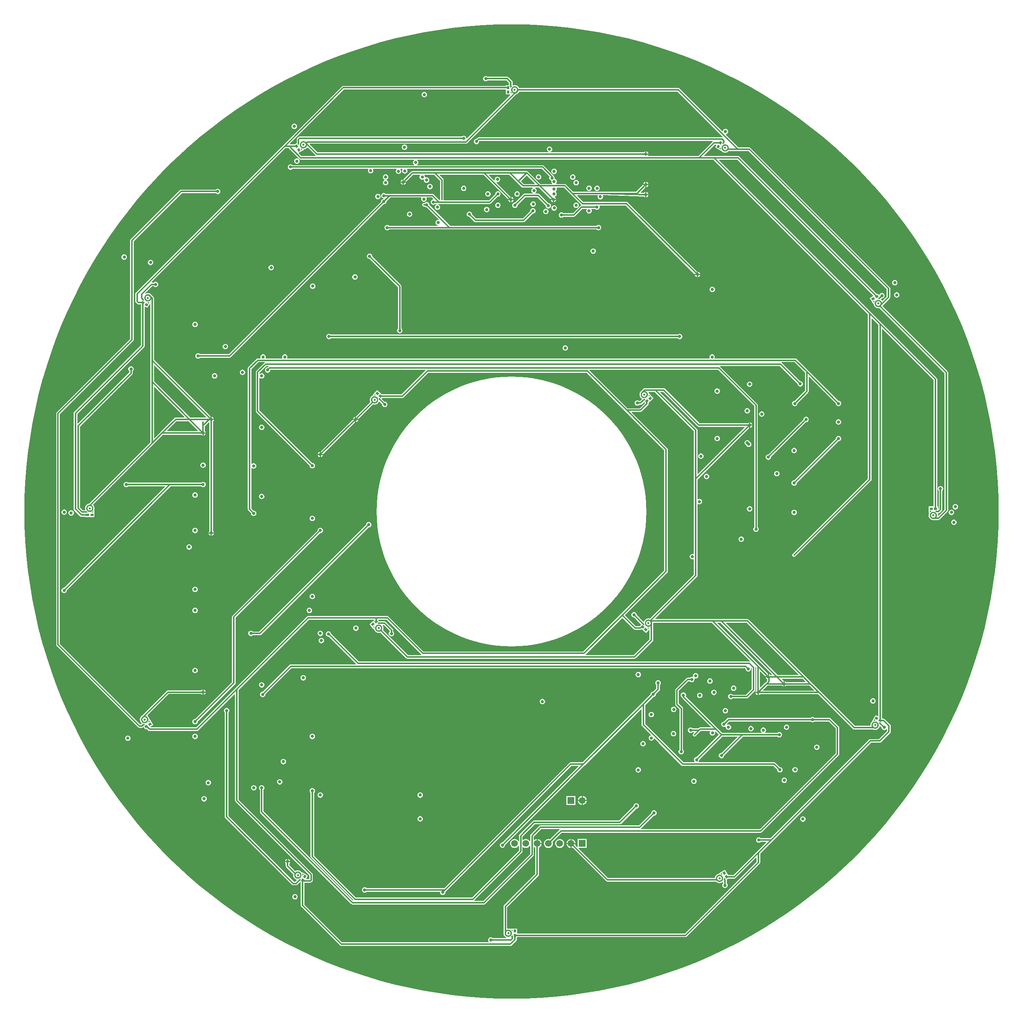
<source format=gbl>
G04*
G04 #@! TF.GenerationSoftware,Altium Limited,Altium Designer,20.2.3 (150)*
G04*
G04 Layer_Physical_Order=4*
G04 Layer_Color=16711680*
%FSLAX25Y25*%
%MOIN*%
G70*
G04*
G04 #@! TF.SameCoordinates,FEBEBD62-9BCC-4C60-8B63-8EF99F169A48*
G04*
G04*
G04 #@! TF.FilePolarity,Positive*
G04*
G01*
G75*
%ADD64C,0.01181*%
%ADD65R,0.05906X0.05906*%
%ADD66C,0.05906*%
%ADD67C,0.01968*%
%ADD68C,0.02756*%
G04:AMPARAMS|DCode=69|XSize=25.59mil|YSize=21.65mil|CornerRadius=0mil|HoleSize=0mil|Usage=FLASHONLY|Rotation=0.015|XOffset=0mil|YOffset=0mil|HoleType=Round|Shape=Rectangle|*
%AMROTATEDRECTD69*
4,1,4,-0.01279,-0.01083,-0.01280,0.01082,0.01279,0.01083,0.01280,-0.01082,-0.01279,-0.01083,0.0*
%
%ADD69ROTATEDRECTD69*%

%ADD70C,0.00787*%
%ADD71P,0.00557X4X45.0*%
G04:AMPARAMS|DCode=72|XSize=25.59mil|YSize=21.65mil|CornerRadius=0mil|HoleSize=0mil|Usage=FLASHONLY|Rotation=320.000|XOffset=0mil|YOffset=0mil|HoleType=Round|Shape=Rectangle|*
%AMROTATEDRECTD72*
4,1,4,-0.01676,-0.00007,-0.00284,0.01652,0.01676,0.00007,0.00284,-0.01652,-0.01676,-0.00007,0.0*
%
%ADD72ROTATEDRECTD72*%

%ADD73P,0.00557X4X365.0*%
G04:AMPARAMS|DCode=74|XSize=25.59mil|YSize=21.65mil|CornerRadius=0mil|HoleSize=0mil|Usage=FLASHONLY|Rotation=40.083|XOffset=0mil|YOffset=0mil|HoleType=Round|Shape=Rectangle|*
%AMROTATEDRECTD74*
4,1,4,-0.00282,-0.01652,-0.01676,0.00005,0.00282,0.01652,0.01676,-0.00005,-0.00282,-0.01652,0.0*
%
%ADD74ROTATEDRECTD74*%

%ADD75P,0.00557X4X85.1*%
G04:AMPARAMS|DCode=76|XSize=25.59mil|YSize=21.65mil|CornerRadius=0mil|HoleSize=0mil|Usage=FLASHONLY|Rotation=329.912|XOffset=0mil|YOffset=0mil|HoleType=Round|Shape=Rectangle|*
%AMROTATEDRECTD76*
4,1,4,-0.01650,-0.00295,-0.00564,0.01578,0.01650,0.00295,0.00564,-0.01578,-0.01650,-0.00295,0.0*
%
%ADD76ROTATEDRECTD76*%

%ADD77P,0.00557X4X374.9*%
G04:AMPARAMS|DCode=78|XSize=25.59mil|YSize=21.65mil|CornerRadius=0mil|HoleSize=0mil|Usage=FLASHONLY|Rotation=30.087|XOffset=0mil|YOffset=0mil|HoleType=Round|Shape=Rectangle|*
%AMROTATEDRECTD78*
4,1,4,-0.00564,-0.01578,-0.01650,0.00295,0.00564,0.01578,0.01650,-0.00295,-0.00564,-0.01578,0.0*
%
%ADD78ROTATEDRECTD78*%

%ADD79P,0.00557X4X75.1*%
G04:AMPARAMS|DCode=80|XSize=25.59mil|YSize=21.65mil|CornerRadius=0mil|HoleSize=0mil|Usage=FLASHONLY|Rotation=60.087|XOffset=0mil|YOffset=0mil|HoleType=Round|Shape=Rectangle|*
%AMROTATEDRECTD80*
4,1,4,0.00300,-0.01649,-0.01577,-0.00569,-0.00300,0.01649,0.01577,0.00569,0.00300,-0.01649,0.0*
%
%ADD80ROTATEDRECTD80*%

%ADD81P,0.00557X4X105.1*%
G04:AMPARAMS|DCode=82|XSize=25.59mil|YSize=21.65mil|CornerRadius=0mil|HoleSize=0mil|Usage=FLASHONLY|Rotation=89.998|XOffset=0mil|YOffset=0mil|HoleType=Round|Shape=Rectangle|*
%AMROTATEDRECTD82*
4,1,4,0.01083,-0.01280,-0.01083,-0.01280,-0.01083,0.01280,0.01083,0.01280,0.01083,-0.01280,0.0*
%
%ADD82ROTATEDRECTD82*%

%ADD83P,0.00557X4X135.0*%
G04:AMPARAMS|DCode=84|XSize=25.59mil|YSize=21.65mil|CornerRadius=0mil|HoleSize=0mil|Usage=FLASHONLY|Rotation=119.911|XOffset=0mil|YOffset=0mil|HoleType=Round|Shape=Rectangle|*
%AMROTATEDRECTD84*
4,1,4,0.01577,-0.00569,-0.00300,-0.01649,-0.01577,0.00569,0.00300,0.01649,0.01577,-0.00569,0.0*
%
%ADD84ROTATEDRECTD84*%

%ADD85P,0.00557X4X164.9*%
G36*
X446120Y864935D02*
X459158Y864343D01*
X472172Y863359D01*
X485150Y861982D01*
X498081Y860213D01*
X510952Y858055D01*
X523752Y855508D01*
X536470Y852577D01*
X549093Y849263D01*
X561610Y845568D01*
X574010Y841498D01*
X586282Y837055D01*
X598413Y832243D01*
X610394Y827067D01*
X622213Y821532D01*
X633860Y815642D01*
X645323Y809403D01*
X656592Y802820D01*
X667658Y795901D01*
X678509Y788650D01*
X689137Y781075D01*
X699531Y773182D01*
X709682Y764979D01*
X719580Y756473D01*
X729217Y747672D01*
X738584Y738584D01*
X747672Y729217D01*
X756473Y719580D01*
X764979Y709682D01*
X773182Y699531D01*
X781075Y689137D01*
X788650Y678509D01*
X795901Y667658D01*
X802820Y656592D01*
X809403Y645323D01*
X815642Y633860D01*
X821532Y622213D01*
X827067Y610394D01*
X832243Y598413D01*
X837055Y586282D01*
X841498Y574010D01*
X845568Y561610D01*
X849263Y549093D01*
X852577Y536470D01*
X855508Y523752D01*
X858055Y510952D01*
X860213Y498081D01*
X861982Y485150D01*
X863359Y472172D01*
X864343Y459158D01*
X864935Y446120D01*
X865132Y433071D01*
X864935Y420021D01*
X864343Y406984D01*
X863359Y393970D01*
X861982Y380992D01*
X860213Y368061D01*
X858055Y355190D01*
X855508Y342389D01*
X852577Y329672D01*
X849263Y317049D01*
X845568Y304531D01*
X841498Y292131D01*
X837055Y279860D01*
X832243Y267728D01*
X827067Y255748D01*
X821532Y243929D01*
X815642Y232282D01*
X809403Y220819D01*
X802820Y209549D01*
X795901Y198484D01*
X788650Y187632D01*
X781075Y177005D01*
X773182Y166611D01*
X764979Y156460D01*
X756473Y146562D01*
X747672Y136925D01*
X738584Y127558D01*
X729217Y118470D01*
X719580Y109669D01*
X709682Y101163D01*
X699531Y92960D01*
X689137Y85067D01*
X678509Y77492D01*
X667658Y70241D01*
X656592Y63321D01*
X645323Y56739D01*
X633860Y50500D01*
X622213Y44610D01*
X610394Y39075D01*
X598413Y33899D01*
X586282Y29087D01*
X574010Y24644D01*
X561610Y20573D01*
X549093Y16879D01*
X536470Y13565D01*
X523752Y10633D01*
X510952Y8087D01*
X498081Y5929D01*
X485150Y4160D01*
X472172Y2783D01*
X459158Y1798D01*
X446120Y1207D01*
X433071Y1010D01*
X420021Y1207D01*
X406984Y1798D01*
X393970Y2783D01*
X380992Y4160D01*
X368061Y5929D01*
X355190Y8087D01*
X342389Y10633D01*
X329672Y13565D01*
X317049Y16879D01*
X304531Y20573D01*
X292131Y24644D01*
X279860Y29087D01*
X267728Y33899D01*
X255748Y39075D01*
X243929Y44610D01*
X232282Y50500D01*
X220819Y56739D01*
X209549Y63321D01*
X198484Y70241D01*
X187632Y77492D01*
X177005Y85067D01*
X166611Y92960D01*
X156460Y101163D01*
X146562Y109669D01*
X136925Y118470D01*
X127558Y127558D01*
X118470Y136925D01*
X109669Y146562D01*
X101163Y156460D01*
X92960Y166611D01*
X85067Y177005D01*
X77492Y187632D01*
X70241Y198484D01*
X63321Y209549D01*
X56739Y220819D01*
X50500Y232282D01*
X44610Y243929D01*
X39075Y255748D01*
X33899Y267728D01*
X29087Y279860D01*
X24644Y292131D01*
X20573Y304531D01*
X16879Y317049D01*
X13565Y329672D01*
X10633Y342389D01*
X8087Y355190D01*
X5929Y368061D01*
X4160Y380992D01*
X2783Y393970D01*
X1798Y406984D01*
X1207Y420021D01*
X1010Y433071D01*
X1207Y446120D01*
X1798Y459158D01*
X2783Y472172D01*
X4160Y485150D01*
X5929Y498081D01*
X8087Y510952D01*
X10633Y523752D01*
X13565Y536470D01*
X16879Y549093D01*
X20573Y561610D01*
X24644Y574010D01*
X29087Y586282D01*
X33899Y598413D01*
X39075Y610394D01*
X44610Y622213D01*
X50500Y633860D01*
X56739Y645323D01*
X63321Y656592D01*
X70241Y667658D01*
X77492Y678509D01*
X85067Y689137D01*
X92960Y699531D01*
X101163Y709682D01*
X109669Y719580D01*
X118470Y729217D01*
X127558Y738584D01*
X136925Y747672D01*
X146562Y756473D01*
X156460Y764979D01*
X166611Y773182D01*
X177005Y781075D01*
X187632Y788650D01*
X198484Y795901D01*
X209549Y802820D01*
X220819Y809403D01*
X232282Y815642D01*
X243929Y821532D01*
X255748Y827067D01*
X267728Y832243D01*
X279860Y837055D01*
X292131Y841498D01*
X304531Y845568D01*
X317049Y849263D01*
X329672Y852577D01*
X342389Y855508D01*
X355190Y858055D01*
X368061Y860213D01*
X380992Y861982D01*
X393970Y863359D01*
X406984Y864343D01*
X420021Y864935D01*
X433071Y865132D01*
X446120Y864935D01*
D02*
G37*
%LPC*%
G36*
X410301Y819420D02*
X409379Y819237D01*
X408598Y818715D01*
X408076Y817933D01*
X407893Y817012D01*
X408076Y816090D01*
X408598Y815309D01*
X409379Y814787D01*
X410301Y814603D01*
X411223Y814787D01*
X412004Y815309D01*
X412069Y815406D01*
X428652D01*
X430851Y813207D01*
Y811574D01*
X430498Y811221D01*
X427969Y811221D01*
X427969Y810563D01*
X283857D01*
X283857Y810563D01*
X283243Y810440D01*
X282722Y810092D01*
X282722Y810092D01*
X230850Y758221D01*
X99817Y627187D01*
X99469Y626667D01*
X99347Y626052D01*
X99347Y626052D01*
Y619525D01*
X99347Y619525D01*
X99469Y618911D01*
X99817Y618390D01*
X100952Y617255D01*
X100952Y617255D01*
X101473Y616907D01*
X102087Y616784D01*
X102087Y616784D01*
X104418D01*
Y580489D01*
X45216Y521287D01*
X44868Y520766D01*
X44746Y520152D01*
X44746Y520152D01*
Y435335D01*
X44746Y435335D01*
X44868Y434721D01*
X45216Y434200D01*
X50516Y428900D01*
X51037Y428552D01*
X51652Y428429D01*
X51652Y428429D01*
X54922D01*
X54922Y427968D01*
X59450Y427969D01*
Y427969D01*
X63190Y427970D01*
X63189Y431739D01*
X63229Y431941D01*
X63229Y433240D01*
X63229Y433240D01*
X63229Y433240D01*
X63191Y433431D01*
X63152Y433624D01*
X63152Y433624D01*
X63152Y433624D01*
X63053Y433773D01*
X62935Y433950D01*
X62935Y433950D01*
X62935Y433950D01*
X62818Y434027D01*
X62878Y434152D01*
X62885Y434178D01*
X62900Y434201D01*
X62962Y434351D01*
X62967Y434377D01*
X62981Y434400D01*
X63035Y434553D01*
X63039Y434580D01*
X63051Y434604D01*
X63097Y434760D01*
X63100Y434786D01*
X63111Y434810D01*
X63149Y434969D01*
X63150Y434995D01*
X63160Y435020D01*
X63190Y435180D01*
X63189Y435207D01*
X63198Y435232D01*
X63219Y435394D01*
X63217Y435420D01*
X63224Y435446D01*
X63237Y435608D01*
X63234Y435635D01*
X63240Y435661D01*
X63244Y435823D01*
X63242Y435837D01*
X63244Y435850D01*
X63244Y435968D01*
X63242Y435981D01*
X63244Y435994D01*
X63240Y436161D01*
X63234Y436187D01*
X63237Y436214D01*
X63224Y436380D01*
X63217Y436406D01*
X63218Y436432D01*
X63196Y436598D01*
X63188Y436623D01*
X63188Y436650D01*
X63158Y436814D01*
X63148Y436839D01*
X63147Y436865D01*
X63108Y437028D01*
X63097Y437052D01*
X63094Y437078D01*
X63047Y437238D01*
X63034Y437262D01*
X63030Y437288D01*
X62975Y437445D01*
X62961Y437468D01*
X62956Y437495D01*
X62892Y437649D01*
X62877Y437671D01*
X62871Y437697D01*
X62799Y437847D01*
X62783Y437869D01*
X62775Y437894D01*
X62695Y438041D01*
X62678Y438062D01*
X62669Y438087D01*
X62581Y438229D01*
X62563Y438248D01*
X62553Y438273D01*
X62458Y438410D01*
X62439Y438429D01*
X62427Y438453D01*
X62326Y438586D01*
X62306Y438603D01*
X62293Y438626D01*
X62184Y438753D01*
X62041Y438951D01*
X62086Y439179D01*
X62188Y439440D01*
X115435Y492688D01*
X115435Y492688D01*
X123842Y501094D01*
X157749D01*
X157822Y500986D01*
X158608Y500460D01*
X159036Y500375D01*
Y502700D01*
X159536D01*
Y503200D01*
X161861D01*
X161776Y503628D01*
X161251Y504414D01*
X161142Y504487D01*
Y508671D01*
X164632Y512162D01*
X165094Y511970D01*
Y415787D01*
X164986Y415714D01*
X164460Y414928D01*
X164375Y414500D01*
X169025D01*
X168940Y414928D01*
X168414Y415714D01*
X168306Y415787D01*
Y513013D01*
X168414Y513086D01*
X168940Y513872D01*
X169025Y514300D01*
X166700D01*
Y514800D01*
X166200D01*
Y517571D01*
X115906Y567865D01*
Y622361D01*
X115906Y622361D01*
X115783Y622975D01*
X115435Y623496D01*
X114288Y624644D01*
X114257Y624689D01*
X114257Y624689D01*
X114213Y624734D01*
X114147Y624842D01*
X114129Y624861D01*
X114119Y624886D01*
X114024Y625023D01*
X114005Y625042D01*
X113993Y625066D01*
X113892Y625198D01*
X113872Y625216D01*
X113859Y625239D01*
X113751Y625366D01*
X113730Y625383D01*
X113715Y625406D01*
X113600Y625527D01*
X113579Y625542D01*
X113564Y625563D01*
X113443Y625679D01*
X113421Y625693D01*
X113404Y625714D01*
X113277Y625823D01*
X113254Y625836D01*
X113236Y625856D01*
X113103Y625958D01*
X113080Y625970D01*
X113061Y625989D01*
X112924Y626084D01*
X112900Y626094D01*
X112880Y626112D01*
X112738Y626200D01*
X112726Y626204D01*
X112717Y626212D01*
X112683Y626232D01*
X112669Y626237D01*
X112658Y626246D01*
X112513Y626325D01*
X112488Y626333D01*
X112467Y626349D01*
X112318Y626420D01*
X112292Y626426D01*
X112271Y626441D01*
X112118Y626505D01*
X112092Y626510D01*
X112069Y626524D01*
X111914Y626579D01*
X111887Y626583D01*
X111863Y626595D01*
X111705Y626642D01*
X111679Y626645D01*
X111655Y626656D01*
X111495Y626695D01*
X111468Y626696D01*
X111443Y626706D01*
X111281Y626736D01*
X111254Y626736D01*
X111229Y626744D01*
X111065Y626766D01*
X111039Y626764D01*
X111013Y626772D01*
X110849Y626785D01*
X110823Y626782D01*
X110797Y626788D01*
X110632Y626792D01*
X110606Y626788D01*
X110580Y626792D01*
X110415Y626788D01*
X110388Y626782D01*
X110361Y626786D01*
X110197Y626773D01*
X110171Y626766D01*
X110145Y626767D01*
X109981Y626746D01*
X109956Y626738D01*
X109930Y626738D01*
X109768Y626708D01*
X109743Y626698D01*
X109716Y626697D01*
X109556Y626659D01*
X109532Y626648D01*
X109505Y626646D01*
X109347Y626599D01*
X109323Y626587D01*
X109297Y626583D01*
X109141Y626528D01*
X109119Y626515D01*
X109093Y626510D01*
X108940Y626447D01*
X108918Y626432D01*
X108892Y626425D01*
X108743Y626354D01*
X108721Y626338D01*
X108696Y626331D01*
X108551Y626252D01*
X108531Y626235D01*
X108505Y626226D01*
X108365Y626140D01*
X108326Y626154D01*
X108197Y626731D01*
X114378Y632912D01*
X115679D01*
X115744Y632815D01*
X116525Y632293D01*
X117447Y632109D01*
X118368Y632293D01*
X119150Y632815D01*
X119672Y633596D01*
X119855Y634518D01*
X119672Y635439D01*
X119150Y636221D01*
X118368Y636743D01*
X117447Y636926D01*
X116525Y636743D01*
X115744Y636221D01*
X115679Y636123D01*
X114001D01*
X113794Y636623D01*
X232651Y755480D01*
X235249D01*
X245065Y745665D01*
X245065Y745665D01*
X245586Y745317D01*
X246200Y745194D01*
X246200Y745194D01*
X346678D01*
X346830Y744694D01*
X346414Y744416D01*
X345892Y743635D01*
X345708Y742713D01*
X345892Y741792D01*
X346414Y741010D01*
X346870Y740706D01*
X346718Y740206D01*
X238768D01*
X238703Y740303D01*
X237922Y740825D01*
X237000Y741009D01*
X236078Y740825D01*
X235297Y740303D01*
X234775Y739522D01*
X234592Y738600D01*
X234775Y737678D01*
X235297Y736897D01*
X236078Y736375D01*
X237000Y736192D01*
X237922Y736375D01*
X238703Y736897D01*
X238768Y736994D01*
X305812D01*
X306047Y736553D01*
X305906Y736341D01*
X305722Y735419D01*
X305906Y734498D01*
X306428Y733716D01*
X307209Y733194D01*
X308131Y733011D01*
X309052Y733194D01*
X309834Y733716D01*
X310356Y734498D01*
X310539Y735419D01*
X310356Y736341D01*
X310214Y736553D01*
X310450Y736994D01*
X330990D01*
X331079Y736701D01*
X331120Y736494D01*
X330613Y735735D01*
X330429Y734813D01*
X330613Y733891D01*
X331135Y733110D01*
X331916Y732588D01*
X332838Y732404D01*
X333759Y732588D01*
X334541Y733110D01*
X335063Y733891D01*
X335246Y734813D01*
X335063Y735735D01*
X334555Y736494D01*
X334597Y736701D01*
X334686Y736994D01*
X336140D01*
X336407Y736494D01*
X336135Y736087D01*
X335951Y735165D01*
X336135Y734243D01*
X336657Y733462D01*
X337438Y732940D01*
X338360Y732756D01*
X339281Y732940D01*
X340063Y733462D01*
X340585Y734243D01*
X340768Y735165D01*
X340585Y736087D01*
X340312Y736494D01*
X340580Y736994D01*
X459935D01*
X466879Y730050D01*
X466718Y729809D01*
X466534Y728887D01*
X466718Y727965D01*
X467240Y727184D01*
X468021Y726662D01*
X468658Y726535D01*
X468492Y725700D01*
X468675Y724778D01*
X469156Y724058D01*
X469022Y723558D01*
X458712D01*
X447735Y734535D01*
X447215Y734883D01*
X446600Y735006D01*
X446600Y735006D01*
X431800D01*
X431800Y735006D01*
X431800Y735006D01*
X408898D01*
X408898Y735006D01*
X408898Y735006D01*
X365000D01*
X365000Y735006D01*
X365000Y735006D01*
X345200D01*
X344585Y734883D01*
X344065Y734535D01*
X337500Y727971D01*
Y725700D01*
X339771D01*
X345865Y731794D01*
X351871D01*
X352119Y731294D01*
X351730Y730713D01*
X351547Y729791D01*
X351730Y728869D01*
X352253Y728088D01*
X353034Y727566D01*
X353956Y727382D01*
X354877Y727566D01*
X354940Y727608D01*
X355390Y727307D01*
X355341Y727059D01*
X355524Y726137D01*
X356046Y725356D01*
X356828Y724834D01*
X357749Y724650D01*
X358671Y724834D01*
X359452Y725356D01*
X359974Y726137D01*
X360158Y727059D01*
X359974Y727981D01*
X359452Y728762D01*
X358671Y729284D01*
X357749Y729467D01*
X356828Y729284D01*
X356765Y729242D01*
X356315Y729543D01*
X356364Y729791D01*
X356181Y730713D01*
X355792Y731294D01*
X356041Y731794D01*
X364335D01*
X369639Y726490D01*
Y709745D01*
X369666Y709612D01*
X369205Y709366D01*
X364235Y714335D01*
X363715Y714683D01*
X363100Y714806D01*
X363100Y714806D01*
X325100D01*
X325100Y714806D01*
X325100Y714806D01*
X321668D01*
X321603Y714903D01*
X320822Y715425D01*
X319900Y715609D01*
X318978Y715425D01*
X318197Y714903D01*
X317675Y714122D01*
X317492Y713200D01*
X317675Y712278D01*
X318197Y711497D01*
X318978Y710975D01*
X319581Y710855D01*
Y710345D01*
X318978Y710225D01*
X318197Y709703D01*
X317675Y708922D01*
X317492Y708000D01*
X317514Y707885D01*
X182335Y572706D01*
X156768D01*
X156703Y572803D01*
X155922Y573325D01*
X155000Y573509D01*
X154078Y573325D01*
X153297Y572803D01*
X152775Y572022D01*
X152592Y571100D01*
X152775Y570178D01*
X153297Y569397D01*
X154078Y568875D01*
X155000Y568691D01*
X155922Y568875D01*
X156703Y569397D01*
X156768Y569494D01*
X183000D01*
X183000Y569494D01*
X183615Y569617D01*
X184135Y569965D01*
X319785Y705614D01*
X319900Y705591D01*
X320822Y705775D01*
X321603Y706297D01*
X322125Y707078D01*
X322308Y708000D01*
X322286Y708115D01*
X325765Y711594D01*
X352982D01*
X353217Y711153D01*
X353175Y711090D01*
X352992Y710168D01*
X353175Y709246D01*
X353697Y708465D01*
X354478Y707943D01*
X355400Y707760D01*
X356322Y707943D01*
X357103Y708465D01*
X357625Y709246D01*
X357808Y710168D01*
X357625Y711090D01*
X357583Y711153D01*
X357818Y711594D01*
X362435D01*
X363642Y710387D01*
X363478Y709844D01*
X362878Y709725D01*
X362097Y709203D01*
X361575Y708422D01*
X361391Y707500D01*
X361575Y706578D01*
X362097Y705797D01*
X362878Y705275D01*
X363800Y705091D01*
X364722Y705275D01*
X365503Y705797D01*
X365568Y705894D01*
X366788D01*
X367149Y705559D01*
X367149Y705559D01*
X367149D01*
X367165Y705394D01*
X367153Y705392D01*
X366478Y705258D01*
X365697Y704736D01*
X365175Y703954D01*
X364991Y703033D01*
X365175Y702111D01*
X365697Y701330D01*
X366478Y700807D01*
X367400Y700624D01*
X368322Y700807D01*
X369103Y701330D01*
X369625Y702111D01*
X369809Y703033D01*
X369625Y703954D01*
X369103Y704736D01*
X368322Y705258D01*
X367647Y705392D01*
X367635Y705394D01*
X367651Y705559D01*
X367651D01*
X367651Y705559D01*
X368012Y705894D01*
X368800D01*
X368800Y705894D01*
X368800Y705894D01*
X413758D01*
X413758Y705894D01*
X414372Y706017D01*
X414893Y706365D01*
X420885Y712356D01*
X421000Y712333D01*
X421922Y712517D01*
X422703Y713039D01*
X423225Y713820D01*
X423409Y714742D01*
X423225Y715664D01*
X422703Y716445D01*
X421922Y716967D01*
X421000Y717150D01*
X420078Y716967D01*
X419297Y716445D01*
X418775Y715664D01*
X418591Y714742D01*
X418614Y714627D01*
X413093Y709106D01*
X373233D01*
X372823Y709606D01*
X372851Y709745D01*
Y727155D01*
X372728Y727770D01*
X372380Y728290D01*
X372380Y728290D01*
X369338Y731332D01*
X369530Y731794D01*
X408233D01*
X429785Y710242D01*
X432056D01*
Y712513D01*
X419710Y724859D01*
X419956Y725319D01*
X420600Y725191D01*
X421522Y725375D01*
X422303Y725897D01*
X422825Y726678D01*
X423008Y727600D01*
X422825Y728522D01*
X422303Y729303D01*
X421522Y729825D01*
X420600Y730009D01*
X419678Y729825D01*
X418897Y729303D01*
X418375Y728522D01*
X418191Y727600D01*
X418320Y726957D01*
X417859Y726710D01*
X413237Y731332D01*
X413428Y731794D01*
X431135D01*
X438065Y724865D01*
X442112Y720818D01*
X442112Y720817D01*
X442633Y720469D01*
X443247Y720347D01*
X443247Y720347D01*
X451832D01*
X451962Y719847D01*
X451297Y719403D01*
X450775Y718622D01*
X450592Y717700D01*
X450775Y716778D01*
X451297Y715997D01*
X452078Y715475D01*
X452426Y715406D01*
X452377Y714906D01*
X444658D01*
X444658Y714906D01*
X444043Y714783D01*
X443523Y714435D01*
X436215Y707128D01*
X436100Y707151D01*
X435178Y706967D01*
X434397Y706445D01*
X433875Y705664D01*
X433692Y704742D01*
X433875Y703820D01*
X434397Y703039D01*
X435178Y702517D01*
X436100Y702333D01*
X437022Y702517D01*
X437803Y703039D01*
X438325Y703820D01*
X438509Y704742D01*
X438486Y704857D01*
X445323Y711694D01*
X456106D01*
X463396Y704404D01*
X463373Y704289D01*
X463557Y703367D01*
X464079Y702586D01*
X464860Y702064D01*
X465782Y701881D01*
X466704Y702064D01*
X467485Y702586D01*
X468007Y703367D01*
X468190Y704289D01*
X468007Y705211D01*
X467485Y705992D01*
X466704Y706514D01*
X465782Y706698D01*
X465667Y706675D01*
X457906Y714435D01*
X457385Y714783D01*
X456771Y714906D01*
X456771Y714906D01*
X453623D01*
X453574Y715406D01*
X453922Y715475D01*
X454703Y715997D01*
X455225Y716778D01*
X455408Y717700D01*
X455225Y718622D01*
X454703Y719403D01*
X454038Y719847D01*
X454168Y720347D01*
X457382D01*
X467487Y710242D01*
X472583D01*
X472498Y710670D01*
X471973Y711456D01*
X471284Y711916D01*
X471298Y712319D01*
X471337Y712437D01*
X471738Y712517D01*
X472519Y713039D01*
X473042Y713820D01*
X473225Y714742D01*
X473042Y715663D01*
X472519Y716445D01*
X472298Y716593D01*
Y717093D01*
X472603Y717297D01*
X473125Y718078D01*
X473309Y719000D01*
X473140Y719847D01*
X473354Y720347D01*
X479682D01*
X485970Y714059D01*
X485970Y714059D01*
X494961Y705068D01*
X494900Y704675D01*
X494816Y704529D01*
X494586Y704483D01*
X494065Y704135D01*
X494065Y704135D01*
X487635Y697706D01*
X479168D01*
X479103Y697803D01*
X478322Y698325D01*
X477400Y698509D01*
X476478Y698325D01*
X475697Y697803D01*
X475175Y697022D01*
X474992Y696100D01*
X475175Y695178D01*
X475697Y694397D01*
X476478Y693875D01*
X477400Y693691D01*
X478322Y693875D01*
X479103Y694397D01*
X479168Y694494D01*
X488300D01*
X488300Y694494D01*
X488914Y694617D01*
X489435Y694965D01*
X495865Y701394D01*
X499633D01*
X499868Y700953D01*
X499675Y700664D01*
X499492Y699742D01*
X499675Y698820D01*
X500197Y698039D01*
X500978Y697517D01*
X501900Y697333D01*
X502822Y697517D01*
X503603Y698039D01*
X504125Y698820D01*
X504309Y699742D01*
X504125Y700664D01*
X503932Y700953D01*
X504167Y701394D01*
X507132D01*
X507197Y701297D01*
X507978Y700775D01*
X508900Y700592D01*
X509822Y700775D01*
X510603Y701297D01*
X511125Y702078D01*
X511308Y703000D01*
X511125Y703922D01*
X511037Y704053D01*
X511273Y704494D01*
X534535D01*
X595229Y643800D01*
X597500D01*
Y646071D01*
X536335Y707235D01*
X535815Y707583D01*
X535200Y707706D01*
X535200Y707706D01*
X496865D01*
X491444Y713127D01*
X491635Y713589D01*
X509446D01*
X509660Y713089D01*
X509491Y712242D01*
X509675Y711320D01*
X510197Y710539D01*
X510978Y710017D01*
X511900Y709833D01*
X512822Y710017D01*
X513603Y710539D01*
X514125Y711320D01*
X514309Y712242D01*
X514140Y713089D01*
X514354Y713589D01*
X514829D01*
X550378Y712547D01*
X550486Y712386D01*
X551272Y711860D01*
X551700Y711775D01*
Y714100D01*
Y716425D01*
X551272Y716340D01*
X550486Y715814D01*
X550448Y715758D01*
X547854Y715834D01*
X547669Y716298D01*
X551700Y720329D01*
Y722600D01*
X549429D01*
X543630Y716800D01*
X487771D01*
X481483Y723088D01*
X480962Y723436D01*
X480347Y723559D01*
X480347Y723558D01*
X472778D01*
X472644Y724058D01*
X473125Y724778D01*
X473309Y725700D01*
X473125Y726622D01*
X472603Y727403D01*
X471822Y727925D01*
X471185Y728052D01*
X471351Y728887D01*
X471168Y729809D01*
X470646Y730590D01*
X470638Y730595D01*
X470622Y730676D01*
X470274Y731197D01*
X461735Y739735D01*
X461214Y740083D01*
X460600Y740206D01*
X460600Y740206D01*
X349516D01*
X349364Y740706D01*
X349820Y741010D01*
X350342Y741792D01*
X350525Y742713D01*
X350342Y743635D01*
X349820Y744416D01*
X349404Y744694D01*
X349556Y745194D01*
X599287D01*
X599287Y745194D01*
X599287Y745194D01*
X611935D01*
X749194Y607935D01*
Y462165D01*
X682588Y395559D01*
X682560Y395540D01*
X682212Y395019D01*
X682090Y394405D01*
X682212Y393790D01*
X682560Y393269D01*
X682565Y393265D01*
X682565Y393265D01*
X683085Y392917D01*
X683700Y392794D01*
X684314Y392917D01*
X684835Y393265D01*
X751935Y460365D01*
X752283Y460885D01*
X752406Y461500D01*
X752406Y461500D01*
Y604070D01*
X752868Y604262D01*
X758512Y598617D01*
Y251571D01*
X758079Y251322D01*
X755959Y252550D01*
X754070Y249289D01*
X753934Y249134D01*
X753282Y248010D01*
X753156Y247640D01*
X753181Y247249D01*
X753086Y247014D01*
X752956Y246915D01*
X752939Y246895D01*
X752915Y246882D01*
X752791Y246776D01*
X752774Y246755D01*
X752752Y246741D01*
X752634Y246629D01*
X752618Y246608D01*
X752597Y246592D01*
X752485Y246475D01*
X752470Y246452D01*
X752449Y246435D01*
X752343Y246312D01*
X752330Y246288D01*
X752310Y246271D01*
X752211Y246142D01*
X752199Y246118D01*
X752180Y246099D01*
X752087Y245965D01*
X752077Y245941D01*
X752059Y245921D01*
X751973Y245783D01*
X751969Y245770D01*
X751960Y245760D01*
X751901Y245658D01*
X751896Y245645D01*
X751888Y245635D01*
X751808Y245488D01*
X751800Y245463D01*
X751784Y245442D01*
X751712Y245291D01*
X751705Y245265D01*
X751691Y245243D01*
X751626Y245089D01*
X751621Y245063D01*
X751607Y245040D01*
X751551Y244882D01*
X751548Y244856D01*
X751535Y244833D01*
X751487Y244673D01*
X751485Y244646D01*
X751474Y244622D01*
X751435Y244460D01*
X751434Y244433D01*
X751424Y244408D01*
X751393Y244244D01*
X751393Y244217D01*
X751385Y244192D01*
X751363Y244027D01*
X751364Y244000D01*
X751357Y243974D01*
X751344Y243808D01*
X751347Y243782D01*
X751341Y243756D01*
X751336Y243589D01*
X751341Y243562D01*
X751336Y243536D01*
X751339Y243427D01*
X751309Y243318D01*
X751258Y243233D01*
X750991Y242967D01*
X750879Y242927D01*
X737765D01*
X706956Y273736D01*
X706956Y273736D01*
X699349Y281343D01*
X699349Y281343D01*
X693057Y287635D01*
X643502Y337190D01*
X642981Y337538D01*
X642366Y337661D01*
X642366Y337660D01*
X618953D01*
X618952Y337661D01*
X618952Y337660D01*
X611345D01*
X611345Y337661D01*
X611345Y337660D01*
X560665D01*
X560474Y338122D01*
X597588Y375237D01*
X597936Y375758D01*
X598058Y376372D01*
Y439621D01*
X598558Y439889D01*
X598878Y439675D01*
X599800Y439492D01*
X600722Y439675D01*
X601503Y440197D01*
X602025Y440978D01*
X602209Y441900D01*
X602025Y442822D01*
X601503Y443603D01*
X600722Y444125D01*
X599800Y444309D01*
X598878Y444125D01*
X598558Y443911D01*
X598058Y444179D01*
Y461275D01*
X643813Y507029D01*
Y509800D01*
Y512125D01*
X643385Y512040D01*
X642598Y511514D01*
X642525Y511406D01*
X599865D01*
X569335Y541935D01*
X568815Y542283D01*
X568200Y542406D01*
X568200Y542406D01*
X560600D01*
X560600Y542406D01*
X560600Y542406D01*
X551223D01*
X550609Y542283D01*
X550088Y541935D01*
X550088Y541935D01*
X548297Y540145D01*
X548281Y540136D01*
X548150Y540032D01*
X548141Y540021D01*
X548128Y540014D01*
X548098Y539989D01*
X548091Y539979D01*
X548080Y539973D01*
X547957Y539864D01*
X547941Y539842D01*
X547918Y539827D01*
X547801Y539712D01*
X547786Y539690D01*
X547765Y539674D01*
X547653Y539552D01*
X547640Y539530D01*
X547619Y539512D01*
X547514Y539385D01*
X547502Y539362D01*
X547482Y539344D01*
X547384Y539211D01*
X547372Y539187D01*
X547354Y539168D01*
X547263Y539030D01*
X547253Y539006D01*
X547235Y538986D01*
X547152Y538844D01*
X547143Y538818D01*
X547126Y538797D01*
X547050Y538651D01*
X547043Y538625D01*
X547028Y538604D01*
X546959Y538454D01*
X546953Y538428D01*
X546939Y538405D01*
X546878Y538251D01*
X546874Y538225D01*
X546861Y538202D01*
X546809Y538046D01*
X546805Y538020D01*
X546794Y537996D01*
X546750Y537837D01*
X546748Y537810D01*
X546737Y537785D01*
X546701Y537624D01*
X546701Y537598D01*
X546692Y537573D01*
X546664Y537410D01*
X546665Y537384D01*
X546657Y537359D01*
X546639Y537195D01*
X546641Y537168D01*
X546634Y537142D01*
X546625Y536977D01*
X546628Y536951D01*
X546623Y536925D01*
X546622Y536760D01*
X546627Y536734D01*
X546623Y536707D01*
X546630Y536543D01*
X546636Y536517D01*
X546634Y536490D01*
X546650Y536326D01*
X546658Y536301D01*
X546656Y536274D01*
X546681Y536111D01*
X546690Y536086D01*
X546690Y536060D01*
X546723Y535898D01*
X546734Y535873D01*
X546735Y535847D01*
X546776Y535687D01*
X546788Y535663D01*
X546791Y535636D01*
X546841Y535479D01*
X546854Y535456D01*
X546858Y535430D01*
X546916Y535276D01*
X546930Y535253D01*
X546936Y535227D01*
X547002Y535076D01*
X547017Y535054D01*
X547024Y535028D01*
X547098Y534881D01*
X547114Y534860D01*
X547122Y534834D01*
X547204Y534691D01*
X547221Y534671D01*
X547231Y534646D01*
X547320Y534507D01*
X547338Y534488D01*
X547349Y534463D01*
X547445Y534329D01*
X547465Y534311D01*
X547477Y534287D01*
X547580Y534158D01*
X547590Y534150D01*
X547597Y534138D01*
X547673Y534048D01*
X547683Y534039D01*
X547690Y534028D01*
X547799Y533905D01*
X547821Y533888D01*
X547835Y533866D01*
X547951Y533749D01*
X547973Y533734D01*
X547989Y533712D01*
X548111Y533601D01*
X548133Y533587D01*
X548150Y533567D01*
X548277Y533462D01*
X548301Y533450D01*
X548319Y533430D01*
X548452Y533332D01*
X548476Y533321D01*
X548494Y533302D01*
X548540Y533272D01*
X548653Y532891D01*
X548634Y532670D01*
X548627Y532652D01*
X546984Y531009D01*
X546438Y531044D01*
X545656Y531566D01*
X544735Y531750D01*
X543813Y531566D01*
X543032Y531044D01*
X542510Y530263D01*
X542326Y529341D01*
X542510Y528419D01*
X543032Y527638D01*
X543813Y527116D01*
X544735Y526933D01*
X545656Y527116D01*
X546438Y527638D01*
X546471Y527687D01*
X547538D01*
X547538Y527687D01*
X548153Y527810D01*
X548674Y528158D01*
X550603Y530087D01*
X551103Y530066D01*
X551572Y529509D01*
X546577Y524514D01*
X535957D01*
X502223Y558248D01*
X502414Y558710D01*
X616320D01*
X648352Y526678D01*
Y419153D01*
X648254Y419088D01*
X647732Y418307D01*
X647549Y417385D01*
X647732Y416464D01*
X648254Y415682D01*
X649036Y415160D01*
X649957Y414977D01*
X650879Y415160D01*
X651660Y415682D01*
X652182Y416464D01*
X652366Y417385D01*
X652182Y418307D01*
X651660Y419088D01*
X651563Y419153D01*
Y527343D01*
X651563Y527343D01*
X651441Y527957D01*
X651093Y528478D01*
X618120Y561451D01*
X617905Y561594D01*
X618057Y562094D01*
X671135D01*
X686814Y546415D01*
X686792Y546300D01*
X686975Y545378D01*
X687497Y544597D01*
X688278Y544075D01*
X689200Y543891D01*
X690122Y544075D01*
X690903Y544597D01*
X691425Y545378D01*
X691608Y546300D01*
X691425Y547222D01*
X690903Y548003D01*
X690122Y548525D01*
X689200Y548708D01*
X689085Y548686D01*
X672935Y564835D01*
X672548Y565094D01*
X672699Y565594D01*
X684113D01*
X693394Y556313D01*
Y540265D01*
X684415Y531286D01*
X684300Y531309D01*
X683378Y531125D01*
X682597Y530603D01*
X682075Y529822D01*
X681891Y528900D01*
X682075Y527978D01*
X682597Y527197D01*
X683378Y526675D01*
X684300Y526491D01*
X685222Y526675D01*
X686003Y527197D01*
X686525Y527978D01*
X686708Y528900D01*
X686686Y529015D01*
X696135Y538465D01*
X696135Y538465D01*
X696483Y538985D01*
X696606Y539600D01*
X696606Y539600D01*
Y552448D01*
X697068Y552640D01*
X720692Y529015D01*
X720670Y528900D01*
X720853Y527978D01*
X721375Y527197D01*
X722156Y526675D01*
X723078Y526491D01*
X724000Y526675D01*
X724781Y527197D01*
X725303Y527978D01*
X725487Y528900D01*
X725303Y529822D01*
X724781Y530603D01*
X724000Y531125D01*
X723078Y531309D01*
X722963Y531286D01*
X696135Y558113D01*
X685913Y568335D01*
X685393Y568683D01*
X684778Y568806D01*
X684778Y568806D01*
X613484D01*
X613228Y569218D01*
X613231Y569306D01*
X613409Y570200D01*
X613225Y571122D01*
X612703Y571903D01*
X611922Y572425D01*
X611000Y572609D01*
X610078Y572425D01*
X609297Y571903D01*
X608775Y571122D01*
X608592Y570200D01*
X608769Y569306D01*
X608772Y569218D01*
X608516Y568806D01*
X234484D01*
X234228Y569218D01*
X234231Y569306D01*
X234408Y570200D01*
X234225Y571122D01*
X233703Y571903D01*
X232922Y572425D01*
X232000Y572609D01*
X231078Y572425D01*
X230297Y571903D01*
X229775Y571122D01*
X229591Y570200D01*
X229769Y569306D01*
X229772Y569218D01*
X229516Y568806D01*
X215192D01*
X214936Y569218D01*
X214939Y569306D01*
X215117Y570200D01*
X214933Y571122D01*
X214411Y571903D01*
X213630Y572425D01*
X212708Y572609D01*
X211786Y572425D01*
X211005Y571903D01*
X210483Y571122D01*
X210299Y570200D01*
X210477Y569306D01*
X210480Y569218D01*
X210224Y568806D01*
X208000D01*
X208000Y568806D01*
X207385Y568683D01*
X206865Y568335D01*
X206865Y568335D01*
X199665Y561135D01*
X199317Y560614D01*
X199194Y560000D01*
X199194Y560000D01*
Y435100D01*
X199194Y435100D01*
X199317Y434485D01*
X199665Y433965D01*
X202045Y431584D01*
X202022Y431469D01*
X202206Y430548D01*
X202728Y429766D01*
X203509Y429244D01*
X204431Y429061D01*
X205352Y429244D01*
X206134Y429766D01*
X206656Y430548D01*
X206839Y431469D01*
X206656Y432391D01*
X206134Y433172D01*
X205352Y433694D01*
X204431Y433878D01*
X204316Y433855D01*
X202406Y435765D01*
Y471448D01*
X202906Y471678D01*
X203509Y471275D01*
X204431Y471092D01*
X205352Y471275D01*
X206134Y471797D01*
X206656Y472578D01*
X206839Y473500D01*
X206656Y474422D01*
X206134Y475203D01*
X205352Y475725D01*
X204431Y475909D01*
X203509Y475725D01*
X202906Y475322D01*
X202406Y475553D01*
Y559335D01*
X208665Y565594D01*
X214101D01*
X214252Y565094D01*
X213865Y564835D01*
X213865Y564835D01*
X206765Y557735D01*
X206417Y557214D01*
X206294Y556600D01*
X206294Y556600D01*
Y522200D01*
X206294Y522200D01*
X206417Y521586D01*
X206765Y521065D01*
X254026Y473803D01*
X254003Y473688D01*
X254187Y472766D01*
X254709Y471985D01*
X255490Y471463D01*
X256412Y471280D01*
X257333Y471463D01*
X258115Y471985D01*
X258637Y472766D01*
X258820Y473688D01*
X258637Y474610D01*
X258115Y475391D01*
X257333Y475913D01*
X256412Y476097D01*
X256297Y476074D01*
X209506Y522865D01*
Y551301D01*
X210006Y551543D01*
X210596Y551149D01*
X211517Y550965D01*
X212439Y551149D01*
X213220Y551671D01*
X213742Y552452D01*
X213926Y553374D01*
X213742Y554296D01*
X213220Y555077D01*
X212439Y555599D01*
X211517Y555783D01*
X210596Y555599D01*
X210006Y555205D01*
X209506Y555446D01*
Y555935D01*
X215665Y562094D01*
X217443D01*
X217595Y561594D01*
X217380Y561451D01*
X216915Y560986D01*
X216800Y561009D01*
X215878Y560825D01*
X215097Y560303D01*
X214575Y559522D01*
X214391Y558600D01*
X214575Y557678D01*
X215097Y556897D01*
X215878Y556375D01*
X216800Y556191D01*
X217722Y556375D01*
X218503Y556897D01*
X219025Y557678D01*
X219209Y558600D01*
X219299Y558710D01*
X356686D01*
X356877Y558248D01*
X335655Y537026D01*
X318145D01*
X317041Y537953D01*
X317041Y537953D01*
X313572Y540863D01*
X311150Y537976D01*
X310989Y537847D01*
X310154Y536852D01*
X309965Y536509D01*
X309965Y536508D01*
X309923Y536119D01*
X309789Y535904D01*
X309644Y535829D01*
X309623Y535812D01*
X309598Y535804D01*
X309458Y535721D01*
X309438Y535703D01*
X309413Y535693D01*
X309277Y535603D01*
X309258Y535584D01*
X309234Y535573D01*
X309103Y535476D01*
X309085Y535456D01*
X309062Y535444D01*
X308936Y535340D01*
X308920Y535320D01*
X308897Y535306D01*
X308777Y535196D01*
X308761Y535174D01*
X308739Y535159D01*
X308625Y535043D01*
X308610Y535021D01*
X308589Y535005D01*
X308481Y534883D01*
X308474Y534871D01*
X308464Y534863D01*
X308388Y534772D01*
X308382Y534761D01*
X308371Y534752D01*
X308267Y534621D01*
X308255Y534598D01*
X308236Y534579D01*
X308139Y534443D01*
X308128Y534419D01*
X308109Y534400D01*
X308020Y534259D01*
X308010Y534234D01*
X307993Y534214D01*
X307911Y534069D01*
X307902Y534044D01*
X307886Y534022D01*
X307811Y533873D01*
X307804Y533847D01*
X307789Y533825D01*
X307722Y533672D01*
X307717Y533646D01*
X307703Y533624D01*
X307645Y533467D01*
X307640Y533441D01*
X307627Y533417D01*
X307577Y533258D01*
X307574Y533232D01*
X307563Y533208D01*
X307521Y533047D01*
X307519Y533019D01*
X307509Y532994D01*
X307476Y532831D01*
X307475Y532805D01*
X307467Y532780D01*
X307442Y532615D01*
X307443Y532588D01*
X307435Y532562D01*
X307419Y532396D01*
X307422Y532370D01*
X307416Y532344D01*
X307408Y532177D01*
X307413Y532151D01*
X307408Y532124D01*
X307409Y531957D01*
X307415Y531931D01*
X307411Y531905D01*
X307421Y531738D01*
X307428Y531712D01*
X307426Y531685D01*
X307445Y531520D01*
X307453Y531495D01*
X307452Y531468D01*
X307479Y531304D01*
X307489Y531279D01*
X307489Y531252D01*
X307526Y531089D01*
X307536Y531064D01*
X307538Y531038D01*
X307583Y530877D01*
X307595Y530853D01*
X307598Y530827D01*
X307651Y530668D01*
X307664Y530645D01*
X307669Y530619D01*
X307730Y530464D01*
X307745Y530441D01*
X307751Y530415D01*
X307820Y530264D01*
X307836Y530242D01*
X307843Y530216D01*
X307851Y530202D01*
X295219Y517571D01*
Y515300D01*
X297490D01*
X310277Y528087D01*
X310277Y528087D01*
X310434Y528037D01*
X310461Y528034D01*
X310485Y528023D01*
X310645Y527982D01*
X310671Y527980D01*
X310696Y527970D01*
X310858Y527937D01*
X310884Y527937D01*
X310909Y527928D01*
X311072Y527903D01*
X311099Y527905D01*
X311124Y527897D01*
X311289Y527881D01*
X311315Y527884D01*
X311341Y527878D01*
X311506Y527870D01*
X311532Y527874D01*
X311558Y527869D01*
X311723Y527871D01*
X311749Y527876D01*
X311776Y527873D01*
X311940Y527883D01*
X311966Y527889D01*
X311992Y527887D01*
X312156Y527906D01*
X312182Y527914D01*
X312209Y527913D01*
X312371Y527941D01*
X312396Y527950D01*
X312423Y527950D01*
X312583Y527986D01*
X312608Y527997D01*
X312635Y527999D01*
X312794Y528043D01*
X312817Y528055D01*
X312843Y528058D01*
X313000Y528111D01*
X313023Y528124D01*
X313050Y528129D01*
X313203Y528189D01*
X313225Y528203D01*
X313251Y528210D01*
X313402Y528278D01*
X313423Y528294D01*
X313448Y528301D01*
X313595Y528377D01*
X313615Y528394D01*
X313641Y528403D01*
X313783Y528486D01*
X313803Y528504D01*
X313828Y528514D01*
X313965Y528605D01*
X313984Y528624D01*
X314008Y528635D01*
X314140Y528733D01*
X314158Y528753D01*
X314182Y528766D01*
X314309Y528871D01*
X314326Y528891D01*
X314349Y528905D01*
X314470Y529016D01*
X314486Y529038D01*
X314508Y529053D01*
X314624Y529171D01*
X314638Y529193D01*
X314660Y529209D01*
X314769Y529332D01*
X314775Y529344D01*
X314786Y529352D01*
X314862Y529443D01*
X314868Y529455D01*
X314879Y529463D01*
X314981Y529593D01*
X314993Y529616D01*
X315012Y529634D01*
X315108Y529768D01*
X315119Y529793D01*
X315138Y529812D01*
X315227Y529951D01*
X315236Y529976D01*
X315253Y529996D01*
X315335Y530140D01*
X315343Y530165D01*
X315359Y530186D01*
X315412Y530291D01*
X315547Y530381D01*
X315617Y530396D01*
X315944Y530425D01*
X315961Y530421D01*
X316006Y530403D01*
X318265Y528145D01*
X318242Y528030D01*
X318425Y527108D01*
X318947Y526327D01*
X319729Y525805D01*
X320651Y525621D01*
X321572Y525805D01*
X322354Y526327D01*
X322876Y527108D01*
X323059Y528030D01*
X322876Y528952D01*
X322354Y529733D01*
X321572Y530255D01*
X321362Y530297D01*
X321312Y530331D01*
X320697Y530453D01*
X320531Y530420D01*
X317851Y533100D01*
X318451Y533815D01*
X336320D01*
X336320Y533815D01*
X336935Y533937D01*
X337456Y534285D01*
X359242Y556071D01*
X499858D01*
X534157Y521773D01*
X534157Y521773D01*
X568534Y487396D01*
Y380704D01*
X530134Y342304D01*
X530134Y342304D01*
X496686Y308857D01*
X355114D01*
X324135Y339835D01*
X323615Y340183D01*
X323000Y340306D01*
X323000Y340306D01*
X252700D01*
X252700Y340306D01*
X252085Y340183D01*
X251565Y339835D01*
X251565Y339835D01*
X188265Y276535D01*
X188265Y276535D01*
X153314Y241585D01*
X113055D01*
X112904Y241755D01*
X113006Y242392D01*
X115298Y243720D01*
X113409Y246982D01*
X113342Y247177D01*
X112691Y248301D01*
X112432Y248595D01*
X112081Y248767D01*
X111941Y248776D01*
X111930Y248914D01*
X111923Y248940D01*
X111925Y248968D01*
X111903Y249129D01*
X111895Y249154D01*
X111895Y249180D01*
X111865Y249340D01*
X111855Y249365D01*
X111854Y249392D01*
X111816Y249550D01*
X111804Y249574D01*
X111802Y249601D01*
X111756Y249757D01*
X111743Y249780D01*
X111739Y249807D01*
X111685Y249960D01*
X111671Y249983D01*
X111666Y250009D01*
X111603Y250160D01*
X111588Y250182D01*
X111582Y250208D01*
X111511Y250355D01*
X111495Y250376D01*
X111487Y250401D01*
X111410Y250544D01*
X111401Y250554D01*
X111397Y250567D01*
X111337Y250670D01*
X111329Y250679D01*
X111324Y250692D01*
X111237Y250834D01*
X111218Y250854D01*
X111208Y250878D01*
X111113Y251015D01*
X111094Y251034D01*
X111082Y251058D01*
X110981Y251190D01*
X110960Y251208D01*
X110947Y251231D01*
X110838Y251358D01*
X110817Y251375D01*
X110803Y251397D01*
X110688Y251518D01*
X110666Y251533D01*
X110651Y251555D01*
X110530Y251669D01*
X110507Y251684D01*
X110491Y251705D01*
X110399Y251783D01*
X110352Y251851D01*
X110319Y251961D01*
X110306Y252338D01*
X110352Y252444D01*
X129203Y271294D01*
X157749D01*
X157822Y271186D01*
X158608Y270660D01*
X159036Y270575D01*
Y272900D01*
Y275225D01*
X158608Y275140D01*
X157822Y274614D01*
X157749Y274506D01*
X128538D01*
X127923Y274383D01*
X127402Y274035D01*
X105493Y252126D01*
X105411Y252076D01*
X105391Y252057D01*
X105367Y252047D01*
X105231Y251953D01*
X105213Y251934D01*
X105189Y251922D01*
X105058Y251822D01*
X105041Y251802D01*
X105017Y251789D01*
X104892Y251681D01*
X104876Y251660D01*
X104853Y251646D01*
X104734Y251532D01*
X104718Y251511D01*
X104697Y251495D01*
X104583Y251376D01*
X104569Y251353D01*
X104548Y251337D01*
X104441Y251211D01*
X104428Y251188D01*
X104408Y251170D01*
X104308Y251039D01*
X104296Y251015D01*
X104277Y250996D01*
X104184Y250860D01*
X104174Y250836D01*
X104156Y250816D01*
X104069Y250675D01*
X104060Y250650D01*
X104043Y250630D01*
X103965Y250485D01*
X103957Y250460D01*
X103941Y250438D01*
X103870Y250289D01*
X103864Y250263D01*
X103849Y250241D01*
X103786Y250088D01*
X103781Y250063D01*
X103768Y250040D01*
X103713Y249885D01*
X103709Y249858D01*
X103696Y249834D01*
X103650Y249676D01*
X103647Y249649D01*
X103636Y249625D01*
X103598Y249465D01*
X103597Y249438D01*
X103587Y249413D01*
X103558Y249251D01*
X103558Y249224D01*
X103549Y249199D01*
X103528Y249036D01*
X103530Y249009D01*
X103523Y248983D01*
X103510Y248819D01*
X103513Y248793D01*
X103507Y248767D01*
X103503Y248602D01*
X103508Y248576D01*
X103503Y248549D01*
X103508Y248384D01*
X103514Y248359D01*
X103511Y248332D01*
X103524Y248168D01*
X103531Y248142D01*
X103529Y248115D01*
X103551Y247952D01*
X103560Y247927D01*
X103560Y247900D01*
X103590Y247738D01*
X103600Y247713D01*
X103601Y247686D01*
X103640Y247526D01*
X103651Y247502D01*
X103653Y247476D01*
X103700Y247318D01*
X103713Y247294D01*
X103717Y247267D01*
X103772Y247112D01*
X103786Y247089D01*
X103791Y247064D01*
X103854Y246911D01*
X103869Y246889D01*
X103876Y246863D01*
X103947Y246714D01*
X103963Y246693D01*
X103971Y246668D01*
X104049Y246523D01*
X104058Y246512D01*
X104063Y246499D01*
X104122Y246397D01*
X104131Y246387D01*
X104135Y246375D01*
X104221Y246235D01*
X104240Y246215D01*
X104250Y246191D01*
X104344Y246055D01*
X104363Y246036D01*
X104375Y246012D01*
X104475Y245882D01*
X104495Y245864D01*
X104508Y245841D01*
X104615Y245716D01*
X104637Y245699D01*
X104651Y245677D01*
X104765Y245557D01*
X104786Y245542D01*
X104802Y245520D01*
X104872Y245454D01*
X104942Y245316D01*
X104958Y245245D01*
X104950Y244858D01*
X104933Y244807D01*
X104458Y244333D01*
X103850D01*
X32500Y315683D01*
Y519275D01*
X97514Y584288D01*
X97514Y584288D01*
X97862Y584809D01*
X97984Y585424D01*
X97984Y585424D01*
Y672749D01*
X140574Y715340D01*
X170726D01*
X170791Y715242D01*
X171573Y714720D01*
X172494Y714537D01*
X173416Y714720D01*
X174197Y715242D01*
X174720Y716023D01*
X174903Y716945D01*
X174720Y717867D01*
X174197Y718648D01*
X173416Y719170D01*
X172494Y719354D01*
X171573Y719170D01*
X170791Y718648D01*
X170726Y718551D01*
X139909D01*
X139295Y718429D01*
X138774Y718081D01*
X138774Y718080D01*
X95243Y674550D01*
X94895Y674029D01*
X94773Y673415D01*
X94773Y673415D01*
Y586089D01*
X29759Y521075D01*
X29411Y520554D01*
X29289Y519940D01*
X29289Y519940D01*
Y315018D01*
X29289Y315018D01*
X29411Y314403D01*
X29759Y313882D01*
X102050Y241592D01*
X102570Y241244D01*
X103185Y241122D01*
X105123D01*
X105123Y241122D01*
X105738Y241244D01*
X106259Y241592D01*
X106423Y241756D01*
X106919Y241691D01*
X108145Y239576D01*
X109416Y240312D01*
X110884Y238844D01*
X110884Y238844D01*
X111405Y238496D01*
X112020Y238374D01*
X153979D01*
X153979Y238374D01*
X154594Y238496D01*
X155115Y238844D01*
X187332Y271062D01*
X187794Y270870D01*
Y176900D01*
X187794Y176900D01*
X187917Y176286D01*
X188265Y175765D01*
X253689Y110340D01*
Y107030D01*
X251221D01*
X250971Y107463D01*
X252547Y110202D01*
X249280Y112082D01*
X249125Y112217D01*
X247999Y112865D01*
X247999Y112865D01*
X247628Y112991D01*
X247237Y112964D01*
X247002Y113059D01*
X246903Y113188D01*
X246883Y113206D01*
X246869Y113229D01*
X246763Y113353D01*
X246743Y113369D01*
X246728Y113392D01*
X246616Y113510D01*
X246594Y113525D01*
X246579Y113547D01*
X246461Y113659D01*
X246438Y113673D01*
X246422Y113694D01*
X246298Y113799D01*
X246274Y113812D01*
X246256Y113833D01*
X246127Y113932D01*
X246103Y113943D01*
X246085Y113962D01*
X245951Y114054D01*
X245926Y114064D01*
X245906Y114083D01*
X245767Y114167D01*
X245755Y114172D01*
X245745Y114181D01*
X245642Y114240D01*
X245630Y114244D01*
X245619Y114253D01*
X245473Y114332D01*
X245447Y114340D01*
X245426Y114356D01*
X245275Y114427D01*
X245249Y114434D01*
X245227Y114449D01*
X245073Y114512D01*
X245047Y114517D01*
X245024Y114531D01*
X244866Y114587D01*
X244840Y114590D01*
X244816Y114603D01*
X244656Y114650D01*
X244629Y114652D01*
X244605Y114664D01*
X244443Y114702D01*
X244416Y114703D01*
X244392Y114713D01*
X244228Y114743D01*
X244201Y114743D01*
X244175Y114751D01*
X244010Y114773D01*
X243983Y114771D01*
X243957Y114778D01*
X243791Y114791D01*
X243764Y114788D01*
X243739Y114794D01*
X243572Y114798D01*
X243545Y114793D01*
X243519Y114798D01*
X243352Y114793D01*
X243326Y114787D01*
X243299Y114790D01*
X243133Y114777D01*
X243108Y114770D01*
X243082Y114772D01*
X242916Y114750D01*
X242890Y114741D01*
X242863Y114741D01*
X242699Y114710D01*
X242675Y114701D01*
X242648Y114699D01*
X242486Y114660D01*
X242462Y114649D01*
X242435Y114647D01*
X242275Y114599D01*
X242252Y114586D01*
X242225Y114583D01*
X242068Y114527D01*
X242045Y114513D01*
X242019Y114508D01*
X241865Y114444D01*
X241843Y114429D01*
X241817Y114422D01*
X241666Y114350D01*
X241645Y114334D01*
X241619Y114326D01*
X241473Y114246D01*
X241452Y114229D01*
X241428Y114220D01*
X241285Y114133D01*
X241281Y114129D01*
X236106Y119304D01*
Y120813D01*
X236214Y120886D01*
X236740Y121672D01*
X236825Y122100D01*
X232175D01*
X232260Y121672D01*
X232786Y120886D01*
X232894Y120813D01*
Y118639D01*
X232894Y118639D01*
X233017Y118025D01*
X233365Y117504D01*
X239434Y111434D01*
X239429Y111423D01*
X239399Y111260D01*
X239400Y111234D01*
X239391Y111209D01*
X239370Y111046D01*
X239372Y111019D01*
X239365Y110993D01*
X239352Y110829D01*
X239355Y110802D01*
X239349Y110776D01*
X239345Y110611D01*
X239350Y110585D01*
X239345Y110559D01*
X239350Y110394D01*
X239356Y110368D01*
X239352Y110341D01*
X239366Y110177D01*
X239373Y110151D01*
X239371Y110125D01*
X239393Y109961D01*
X239402Y109936D01*
X239401Y109909D01*
X239432Y109747D01*
X239442Y109723D01*
X239443Y109696D01*
X239481Y109536D01*
X239493Y109512D01*
X239495Y109485D01*
X239542Y109327D01*
X239555Y109303D01*
X239558Y109277D01*
X239614Y109122D01*
X239627Y109099D01*
X239633Y109072D01*
X239696Y108920D01*
X239711Y108898D01*
X239717Y108872D01*
X239789Y108724D01*
X239805Y108702D01*
X239813Y108677D01*
X239892Y108532D01*
X239909Y108512D01*
X239918Y108487D01*
X240004Y108346D01*
X240022Y108327D01*
X240033Y108302D01*
X240126Y108167D01*
X240146Y108148D01*
X240158Y108124D01*
X240258Y107993D01*
X240278Y107976D01*
X240291Y107953D01*
X240398Y107827D01*
X240419Y107811D01*
X240434Y107788D01*
X240547Y107669D01*
X240569Y107654D01*
X240584Y107632D01*
X240704Y107519D01*
X240727Y107504D01*
X240744Y107483D01*
X240869Y107376D01*
X240892Y107363D01*
X240910Y107344D01*
X241041Y107243D01*
X241065Y107232D01*
X241083Y107212D01*
X241219Y107119D01*
X241244Y107109D01*
X241263Y107091D01*
X241404Y107005D01*
X241417Y107000D01*
X241427Y106992D01*
X241529Y106933D01*
X241542Y106928D01*
X241552Y106920D01*
X241697Y106841D01*
X241723Y106833D01*
X241744Y106817D01*
X241893Y106747D01*
X241919Y106740D01*
X241941Y106725D01*
X242093Y106663D01*
X242120Y106657D01*
X242142Y106644D01*
X242298Y106589D01*
X242324Y106585D01*
X242348Y106573D01*
X242490Y106156D01*
X242487Y106084D01*
X242476Y106018D01*
X241258Y104799D01*
X240234D01*
X181976Y163058D01*
Y254743D01*
X182073Y254808D01*
X182595Y255589D01*
X182779Y256511D01*
X182595Y257433D01*
X182073Y258214D01*
X181292Y258736D01*
X180370Y258920D01*
X179448Y258736D01*
X178667Y258214D01*
X178145Y257433D01*
X177962Y256511D01*
X178145Y255589D01*
X178667Y254808D01*
X178764Y254743D01*
Y162393D01*
X178764Y162393D01*
X178887Y161778D01*
X179235Y161258D01*
X238434Y102058D01*
X238434Y102058D01*
X238955Y101710D01*
X239569Y101588D01*
X241923D01*
X241923Y101588D01*
X242537Y101710D01*
X243058Y102058D01*
X245638Y104639D01*
X246156Y104341D01*
Y83689D01*
X246156Y83689D01*
X246278Y83075D01*
X246626Y82554D01*
X280932Y48248D01*
X280932Y48248D01*
X281452Y47900D01*
X282067Y47778D01*
X432119D01*
X432119Y47778D01*
X432734Y47900D01*
X433255Y48248D01*
X437242Y52235D01*
X437242Y52235D01*
X437590Y52756D01*
X437712Y53371D01*
X437712Y53371D01*
Y54567D01*
X438065Y54921D01*
X438173D01*
X438173Y55579D01*
X587360D01*
X587360Y55579D01*
X587974Y55701D01*
X588495Y56049D01*
X653195Y120749D01*
X653195Y120749D01*
X653543Y121270D01*
X653665Y121885D01*
X653665Y121885D01*
Y129695D01*
X664535Y140565D01*
X664535Y140565D01*
X751965Y227994D01*
X759686D01*
X759686Y227994D01*
X760300Y228116D01*
X760821Y228464D01*
X768926Y236569D01*
X768926Y236569D01*
X769274Y237089D01*
X769396Y237704D01*
Y243001D01*
X769274Y243615D01*
X768926Y244136D01*
X764174Y248887D01*
X763653Y249235D01*
X763039Y249358D01*
X763039Y249358D01*
X761724D01*
Y594752D01*
X762186Y594944D01*
X807385Y549744D01*
Y452459D01*
X807385Y452459D01*
X807476Y452005D01*
Y437985D01*
X807122Y437631D01*
X806821Y437632D01*
Y437632D01*
X803080Y437637D01*
X803075Y433868D01*
X803034Y433666D01*
X803032Y432367D01*
X803108Y431983D01*
X803325Y431657D01*
X803360Y431406D01*
X803298Y431255D01*
X803292Y431229D01*
X803279Y431206D01*
X803224Y431053D01*
X803220Y431026D01*
X803208Y431003D01*
X803162Y430847D01*
X803159Y430820D01*
X803148Y430796D01*
X803110Y430638D01*
X803109Y430611D01*
X803099Y430586D01*
X803069Y430426D01*
X803069Y430400D01*
X803060Y430375D01*
X803039Y430213D01*
X803041Y430187D01*
X803033Y430161D01*
X803020Y429998D01*
X803023Y429972D01*
X803018Y429946D01*
X803013Y429783D01*
X803015Y429770D01*
X803013Y429757D01*
X803012Y429639D01*
X803015Y429626D01*
X803013Y429613D01*
X803017Y429446D01*
X803023Y429420D01*
X803020Y429393D01*
X803032Y429227D01*
X803040Y429201D01*
X803038Y429175D01*
X803059Y429009D01*
X803068Y428984D01*
X803067Y428957D01*
X803098Y428793D01*
X803107Y428768D01*
X803109Y428742D01*
X803147Y428579D01*
X803158Y428555D01*
X803161Y428528D01*
X803208Y428368D01*
X803220Y428345D01*
X803224Y428318D01*
X803280Y428161D01*
X803293Y428138D01*
X803298Y428112D01*
X803362Y427957D01*
X803377Y427935D01*
X803383Y427909D01*
X803455Y427758D01*
X803471Y427737D01*
X803479Y427712D01*
X803558Y427565D01*
X803575Y427544D01*
X803584Y427519D01*
X803671Y427377D01*
X803690Y427357D01*
X803700Y427333D01*
X803794Y427195D01*
X803814Y427176D01*
X803825Y427152D01*
X803927Y427020D01*
X803947Y427002D01*
X803960Y426979D01*
X804068Y426852D01*
X804089Y426835D01*
X804103Y426813D01*
X804218Y426692D01*
X804239Y426676D01*
X804255Y426654D01*
X804376Y426539D01*
X804398Y426525D01*
X804415Y426504D01*
X804542Y426395D01*
X804565Y426382D01*
X804583Y426362D01*
X804715Y426260D01*
X804739Y426249D01*
X804757Y426229D01*
X804895Y426135D01*
X804919Y426124D01*
X804939Y426106D01*
X805081Y426018D01*
X805106Y426009D01*
X805126Y425992D01*
X805273Y425912D01*
X805298Y425904D01*
X805320Y425888D01*
X805470Y425816D01*
X805496Y425810D01*
X805518Y425795D01*
X805672Y425731D01*
X805699Y425726D01*
X805722Y425712D01*
X805879Y425656D01*
X805905Y425652D01*
X805929Y425640D01*
X806089Y425592D01*
X806115Y425590D01*
X806140Y425578D01*
X806302Y425539D01*
X806328Y425538D01*
X806353Y425528D01*
X806517Y425497D01*
X806544Y425498D01*
X806569Y425489D01*
X806735Y425467D01*
X806761Y425469D01*
X806787Y425461D01*
X806953Y425448D01*
X806980Y425451D01*
X807006Y425445D01*
X807172Y425441D01*
X807186Y425443D01*
X807199Y425440D01*
X807238Y425440D01*
X807251Y425443D01*
X807264Y425441D01*
X807429Y425445D01*
X807455Y425451D01*
X807482Y425447D01*
X807646Y425460D01*
X807672Y425467D01*
X807698Y425465D01*
X807796Y425478D01*
X811684D01*
X811684Y425478D01*
X812298Y425600D01*
X812819Y425948D01*
X819874Y433003D01*
X819874Y433003D01*
X820222Y433524D01*
X820344Y434139D01*
X820344Y434139D01*
Y556420D01*
X820344Y556420D01*
X820222Y557035D01*
X819874Y557556D01*
X819874Y557556D01*
X762032Y615398D01*
X768533Y621899D01*
X768533Y621899D01*
X768881Y622420D01*
X769003Y623035D01*
Y630960D01*
X769003Y630960D01*
X768881Y631574D01*
X768533Y632095D01*
X768533Y632095D01*
X645177Y755451D01*
X644656Y755799D01*
X644041Y755922D01*
X644041Y755922D01*
X634465D01*
X623151Y767235D01*
X623316Y767778D01*
X623803Y767875D01*
X624585Y768397D01*
X625107Y769178D01*
X625290Y770100D01*
X625107Y771022D01*
X624585Y771803D01*
X623803Y772325D01*
X622882Y772508D01*
X621960Y772325D01*
X621178Y771803D01*
X620656Y771022D01*
X620560Y770534D01*
X620017Y770370D01*
X582104Y808283D01*
X581583Y808631D01*
X580968Y808753D01*
X580968Y808753D01*
X439827D01*
X439811Y808793D01*
X439796Y808815D01*
X439789Y808842D01*
X439718Y808990D01*
X439702Y809012D01*
X439694Y809037D01*
X439616Y809182D01*
X439599Y809202D01*
X439590Y809227D01*
X439503Y809368D01*
X439485Y809387D01*
X439475Y809412D01*
X439381Y809548D01*
X439362Y809566D01*
X439350Y809591D01*
X439250Y809721D01*
X439230Y809739D01*
X439217Y809762D01*
X439110Y809887D01*
X439089Y809904D01*
X439075Y809927D01*
X438961Y810046D01*
X438940Y810061D01*
X438924Y810083D01*
X438804Y810197D01*
X438782Y810211D01*
X438765Y810232D01*
X438640Y810339D01*
X438617Y810352D01*
X438599Y810372D01*
X438469Y810472D01*
X438445Y810484D01*
X438426Y810504D01*
X438290Y810597D01*
X438265Y810608D01*
X438246Y810626D01*
X438105Y810712D01*
X438080Y810721D01*
X438060Y810738D01*
X437915Y810816D01*
X437890Y810824D01*
X437868Y810840D01*
X437719Y810911D01*
X437694Y810918D01*
X437672Y810933D01*
X437519Y810996D01*
X437493Y811001D01*
X437470Y811014D01*
X437315Y811070D01*
X437288Y811073D01*
X437264Y811086D01*
X437106Y811133D01*
X437080Y811135D01*
X437056Y811146D01*
X436895Y811185D01*
X436869Y811186D01*
X436844Y811196D01*
X436682Y811226D01*
X436655Y811226D01*
X436630Y811234D01*
X436467Y811256D01*
X436440Y811254D01*
X436414Y811261D01*
X436250Y811274D01*
X436223Y811271D01*
X436197Y811277D01*
X436032Y811281D01*
X436019Y811279D01*
X436006Y811281D01*
X435888Y811281D01*
X435875Y811279D01*
X435862Y811281D01*
X435697Y811277D01*
X435671Y811271D01*
X435645Y811274D01*
X435480Y811261D01*
X435455Y811254D01*
X435428Y811256D01*
X435264Y811234D01*
X435239Y811226D01*
X435212Y811226D01*
X435050Y811196D01*
X435026Y811186D01*
X434999Y811185D01*
X434839Y811147D01*
X434815Y811135D01*
X434788Y811133D01*
X434630Y811086D01*
X434606Y811074D01*
X434580Y811070D01*
X434562Y811064D01*
X434181Y811252D01*
X434062Y811407D01*
Y813872D01*
X434062Y813872D01*
X433940Y814486D01*
X433592Y815007D01*
X430452Y818147D01*
X429931Y818495D01*
X429317Y818618D01*
X429317Y818618D01*
X412069D01*
X412004Y818715D01*
X411223Y819237D01*
X410301Y819420D01*
D02*
G37*
G36*
X240400Y777123D02*
X239478Y776940D01*
X238697Y776418D01*
X238175Y775636D01*
X237991Y774715D01*
X238175Y773793D01*
X238697Y773012D01*
X239478Y772490D01*
X240400Y772306D01*
X241322Y772490D01*
X242103Y773012D01*
X242625Y773793D01*
X242809Y774715D01*
X242625Y775636D01*
X242103Y776418D01*
X241322Y776940D01*
X240400Y777123D01*
D02*
G37*
G36*
X242700Y746309D02*
X241778Y746125D01*
X240997Y745603D01*
X240475Y744822D01*
X240292Y743900D01*
X240475Y742978D01*
X240997Y742197D01*
X241778Y741675D01*
X242700Y741492D01*
X243622Y741675D01*
X244403Y742197D01*
X244925Y742978D01*
X245109Y743900D01*
X244925Y744822D01*
X244403Y745603D01*
X243622Y746125D01*
X242700Y746309D01*
D02*
G37*
G36*
X470900Y737109D02*
X469978Y736925D01*
X469197Y736403D01*
X468675Y735622D01*
X468492Y734700D01*
X468675Y733778D01*
X469197Y732997D01*
X469978Y732475D01*
X470900Y732292D01*
X471822Y732475D01*
X472603Y732997D01*
X473125Y733778D01*
X473309Y734700D01*
X473125Y735622D01*
X472603Y736403D01*
X471822Y736925D01*
X470900Y737109D01*
D02*
G37*
G36*
X457060Y732206D02*
X456138Y732022D01*
X455357Y731500D01*
X454835Y730719D01*
X454651Y729797D01*
X454835Y728876D01*
X455357Y728094D01*
X456138Y727572D01*
X457060Y727389D01*
X457981Y727572D01*
X458763Y728094D01*
X459285Y728876D01*
X459468Y729797D01*
X459285Y730719D01*
X458763Y731500D01*
X457981Y732022D01*
X457060Y732206D01*
D02*
G37*
G36*
X487400Y732150D02*
X486478Y731967D01*
X485697Y731445D01*
X485175Y730663D01*
X484992Y729742D01*
X485175Y728820D01*
X485697Y728039D01*
X486478Y727517D01*
X487400Y727333D01*
X488322Y727517D01*
X489103Y728039D01*
X489625Y728820D01*
X489809Y729742D01*
X489625Y730663D01*
X489103Y731445D01*
X488322Y731967D01*
X487400Y732150D01*
D02*
G37*
G36*
X336500Y727525D02*
X336072Y727440D01*
X335286Y726914D01*
X334760Y726128D01*
X334675Y725700D01*
X336500D01*
Y727525D01*
D02*
G37*
G36*
X552700Y725425D02*
Y723600D01*
X554525D01*
X554440Y724028D01*
X553914Y724814D01*
X553128Y725340D01*
X552700Y725425D01*
D02*
G37*
G36*
X551700D02*
X551272Y725340D01*
X550486Y724814D01*
X549960Y724028D01*
X549875Y723600D01*
X551700D01*
Y725425D01*
D02*
G37*
G36*
X339325Y724700D02*
X337500D01*
Y722875D01*
X337928Y722960D01*
X338714Y723486D01*
X339240Y724272D01*
X339325Y724700D01*
D02*
G37*
G36*
X336500D02*
X334675D01*
X334760Y724272D01*
X335286Y723486D01*
X336072Y722960D01*
X336500Y722875D01*
Y724700D01*
D02*
G37*
G36*
X321375Y732222D02*
X320453Y732039D01*
X319672Y731517D01*
X319150Y730735D01*
X318966Y729814D01*
X319150Y728892D01*
X319672Y728111D01*
X320453Y727589D01*
X320551Y727569D01*
Y727059D01*
X320453Y727039D01*
X319672Y726517D01*
X319150Y725736D01*
X318966Y724814D01*
X319150Y723893D01*
X319672Y723111D01*
X320453Y722589D01*
X321375Y722406D01*
X322297Y722589D01*
X323078Y723111D01*
X323600Y723893D01*
X323783Y724814D01*
X323600Y725736D01*
X323078Y726517D01*
X322297Y727039D01*
X322198Y727059D01*
Y727569D01*
X322297Y727589D01*
X323078Y728111D01*
X323600Y728892D01*
X323783Y729814D01*
X323600Y730735D01*
X323078Y731517D01*
X322297Y732039D01*
X321375Y732222D01*
D02*
G37*
G36*
X490400Y727150D02*
X489478Y726967D01*
X488697Y726445D01*
X488175Y725664D01*
X487992Y724742D01*
X488175Y723820D01*
X488697Y723039D01*
X489478Y722517D01*
X490400Y722333D01*
X491322Y722517D01*
X492103Y723039D01*
X492625Y723820D01*
X492808Y724742D01*
X492625Y725664D01*
X492103Y726445D01*
X491322Y726967D01*
X490400Y727150D01*
D02*
G37*
G36*
X554525Y722600D02*
X552700D01*
Y720775D01*
X553128Y720860D01*
X553914Y721386D01*
X554440Y722172D01*
X554525Y722600D01*
D02*
G37*
G36*
X360690Y723672D02*
X359769Y723489D01*
X358987Y722967D01*
X358465Y722186D01*
X358282Y721264D01*
X358465Y720342D01*
X358987Y719561D01*
X359769Y719039D01*
X360690Y718855D01*
X361612Y719039D01*
X362394Y719561D01*
X362916Y720342D01*
X363099Y721264D01*
X362916Y722186D01*
X362394Y722967D01*
X361612Y723489D01*
X360690Y723672D01*
D02*
G37*
G36*
X390652Y722168D02*
X389730Y721985D01*
X388949Y721463D01*
X388427Y720682D01*
X388243Y719760D01*
X388427Y718838D01*
X388949Y718057D01*
X389730Y717535D01*
X390652Y717351D01*
X391574Y717535D01*
X392355Y718057D01*
X392877Y718838D01*
X393060Y719760D01*
X392877Y720682D01*
X392355Y721463D01*
X391574Y721985D01*
X390652Y722168D01*
D02*
G37*
G36*
X508947Y722150D02*
X508026Y721967D01*
X507244Y721445D01*
X506722Y720663D01*
X506539Y719742D01*
X506722Y718820D01*
X507244Y718039D01*
X508026Y717517D01*
X508947Y717333D01*
X509869Y717517D01*
X510650Y718039D01*
X511172Y718820D01*
X511356Y719742D01*
X511172Y720663D01*
X510650Y721445D01*
X509869Y721967D01*
X508947Y722150D01*
D02*
G37*
G36*
X501900D02*
X500978Y721967D01*
X500197Y721445D01*
X499675Y720663D01*
X499492Y719742D01*
X499675Y718820D01*
X500197Y718039D01*
X500978Y717517D01*
X501900Y717333D01*
X502822Y717517D01*
X503603Y718039D01*
X504125Y718820D01*
X504309Y719742D01*
X504125Y720663D01*
X503603Y721445D01*
X502822Y721967D01*
X501900Y722150D01*
D02*
G37*
G36*
X552700Y716425D02*
Y714600D01*
X554525D01*
X554440Y715028D01*
X553914Y715814D01*
X553128Y716340D01*
X552700Y716425D01*
D02*
G37*
G36*
X412170Y717169D02*
X411248Y716985D01*
X410467Y716463D01*
X409944Y715682D01*
X409761Y714760D01*
X409944Y713838D01*
X410467Y713057D01*
X411248Y712535D01*
X412170Y712352D01*
X413091Y712535D01*
X413873Y713057D01*
X414395Y713838D01*
X414578Y714760D01*
X414395Y715682D01*
X413873Y716463D01*
X413091Y716985D01*
X412170Y717169D01*
D02*
G37*
G36*
X438000Y717150D02*
X437078Y716967D01*
X436297Y716445D01*
X435775Y715664D01*
X435592Y714742D01*
X435775Y713820D01*
X436297Y713039D01*
X437078Y712517D01*
X438000Y712333D01*
X438922Y712517D01*
X439703Y713039D01*
X440225Y713820D01*
X440409Y714742D01*
X440225Y715664D01*
X439703Y716445D01*
X438922Y716967D01*
X438000Y717150D01*
D02*
G37*
G36*
X554525Y713600D02*
X552700D01*
Y711775D01*
X553128Y711860D01*
X553914Y712386D01*
X554440Y713172D01*
X554525Y713600D01*
D02*
G37*
G36*
X433056Y712067D02*
Y710242D01*
X434881D01*
X434796Y710670D01*
X434271Y711456D01*
X433484Y711982D01*
X433056Y712067D01*
D02*
G37*
G36*
X314588Y714780D02*
X313667Y714596D01*
X312885Y714074D01*
X312363Y713293D01*
X312180Y712371D01*
X312363Y711449D01*
X312885Y710668D01*
X313667Y710146D01*
X314588Y709963D01*
X315510Y710146D01*
X316291Y710668D01*
X316813Y711449D01*
X316997Y712371D01*
X316813Y713293D01*
X316291Y714074D01*
X315510Y714596D01*
X314588Y714780D01*
D02*
G37*
G36*
X434881Y709242D02*
X433056D01*
Y707417D01*
X433484Y707502D01*
X434271Y708028D01*
X434796Y708814D01*
X434881Y709242D01*
D02*
G37*
G36*
X432056D02*
X430231D01*
X430316Y708814D01*
X430842Y708028D01*
X431628Y707502D01*
X432056Y707417D01*
Y709242D01*
D02*
G37*
G36*
X472583Y709242D02*
X470758D01*
Y707417D01*
X471186Y707502D01*
X471973Y708027D01*
X472498Y708814D01*
X472583Y709242D01*
D02*
G37*
G36*
X469758D02*
X467933D01*
X468018Y708814D01*
X468544Y708027D01*
X469330Y707502D01*
X469758Y707417D01*
Y709242D01*
D02*
G37*
G36*
X452300Y708109D02*
X451378Y707925D01*
X450597Y707403D01*
X450075Y706622D01*
X449892Y705700D01*
X450075Y704778D01*
X450597Y703997D01*
X451378Y703475D01*
X452300Y703292D01*
X453222Y703475D01*
X454003Y703997D01*
X454525Y704778D01*
X454708Y705700D01*
X454525Y706622D01*
X454003Y707403D01*
X453222Y707925D01*
X452300Y708109D01*
D02*
G37*
G36*
X421000Y707151D02*
X420078Y706967D01*
X419297Y706445D01*
X418775Y705664D01*
X418591Y704742D01*
X418775Y703820D01*
X419297Y703039D01*
X420078Y702517D01*
X421000Y702333D01*
X421922Y702517D01*
X422703Y703039D01*
X423225Y703820D01*
X423409Y704742D01*
X423225Y705664D01*
X422703Y706445D01*
X421922Y706967D01*
X421000Y707151D01*
D02*
G37*
G36*
X490426Y707150D02*
X489504Y706967D01*
X488723Y706445D01*
X488201Y705663D01*
X488018Y704742D01*
X488201Y703820D01*
X488723Y703039D01*
X489504Y702517D01*
X490426Y702333D01*
X491348Y702517D01*
X492129Y703039D01*
X492651Y703820D01*
X492835Y704742D01*
X492651Y705663D01*
X492129Y706445D01*
X491348Y706967D01*
X490426Y707150D01*
D02*
G37*
G36*
X470938Y704650D02*
X470016Y704467D01*
X469235Y703945D01*
X468713Y703163D01*
X468529Y702242D01*
X468713Y701320D01*
X469235Y700539D01*
X470016Y700017D01*
X470938Y699833D01*
X471860Y700017D01*
X472641Y700539D01*
X473163Y701320D01*
X473346Y702242D01*
X473163Y703163D01*
X472641Y703945D01*
X471860Y704467D01*
X470938Y704650D01*
D02*
G37*
G36*
X411020Y703308D02*
X410098Y703125D01*
X409317Y702603D01*
X408795Y701822D01*
X408611Y700900D01*
X408795Y699978D01*
X409317Y699197D01*
X410098Y698675D01*
X411020Y698491D01*
X411942Y698675D01*
X412723Y699197D01*
X413245Y699978D01*
X413428Y700900D01*
X413245Y701822D01*
X412723Y702603D01*
X411942Y703125D01*
X411020Y703308D01*
D02*
G37*
G36*
X463542Y701609D02*
X462620Y701425D01*
X461839Y700903D01*
X461317Y700122D01*
X461133Y699200D01*
X461317Y698278D01*
X461839Y697497D01*
X462620Y696975D01*
X463542Y696792D01*
X464464Y696975D01*
X465245Y697497D01*
X465767Y698278D01*
X465950Y699200D01*
X465767Y700122D01*
X465245Y700903D01*
X464464Y701425D01*
X463542Y701609D01*
D02*
G37*
G36*
X342665Y699208D02*
X341743Y699025D01*
X340962Y698503D01*
X340440Y697722D01*
X340257Y696800D01*
X340440Y695878D01*
X340962Y695097D01*
X341743Y694575D01*
X342665Y694391D01*
X343587Y694575D01*
X344368Y695097D01*
X344890Y695878D01*
X345074Y696800D01*
X344890Y697722D01*
X344368Y698503D01*
X343587Y699025D01*
X342665Y699208D01*
D02*
G37*
G36*
X452044Y702150D02*
X451123Y701967D01*
X450341Y701445D01*
X449819Y700664D01*
X449636Y699742D01*
X449659Y699627D01*
X442978Y692947D01*
X401824D01*
X398086Y696685D01*
X398109Y696800D01*
X397925Y697722D01*
X397403Y698503D01*
X396622Y699025D01*
X395700Y699208D01*
X394778Y699025D01*
X393997Y698503D01*
X393475Y697722D01*
X393291Y696800D01*
X393475Y695878D01*
X393997Y695097D01*
X394778Y694575D01*
X395700Y694391D01*
X395815Y694414D01*
X400024Y690206D01*
X400024Y690206D01*
X400545Y689858D01*
X401159Y689735D01*
X401159Y689735D01*
X443643D01*
X443643Y689735D01*
X444258Y689858D01*
X444779Y690206D01*
X451930Y697356D01*
X452044Y697333D01*
X452966Y697517D01*
X453748Y698039D01*
X454270Y698820D01*
X454453Y699742D01*
X454270Y700664D01*
X453748Y701445D01*
X452966Y701967D01*
X452044Y702150D01*
D02*
G37*
G36*
X357900Y707578D02*
X356978Y707394D01*
X356197Y706872D01*
X356132Y706775D01*
X355400D01*
X354785Y706652D01*
X354265Y706304D01*
X353917Y705784D01*
X353794Y705169D01*
X353917Y704555D01*
X354265Y704034D01*
X354785Y703686D01*
X355400Y703563D01*
X356132D01*
X356197Y703466D01*
X356978Y702944D01*
X357900Y702761D01*
X358015Y702783D01*
X368574Y692224D01*
X368328Y691763D01*
X368100Y691809D01*
X367178Y691625D01*
X366397Y691103D01*
X365875Y690322D01*
X365691Y689400D01*
X365875Y688478D01*
X366397Y687697D01*
X367178Y687175D01*
X367616Y687088D01*
X367730Y686865D01*
X367765Y686548D01*
X367718Y686506D01*
X324668D01*
X324603Y686603D01*
X323822Y687125D01*
X322900Y687309D01*
X321978Y687125D01*
X321197Y686603D01*
X320675Y685822D01*
X320492Y684900D01*
X320675Y683978D01*
X321197Y683197D01*
X321978Y682675D01*
X322900Y682491D01*
X323822Y682675D01*
X324603Y683197D01*
X324668Y683294D01*
X508500D01*
X508565Y683197D01*
X509346Y682675D01*
X510268Y682491D01*
X511190Y682675D01*
X511971Y683197D01*
X512493Y683978D01*
X512676Y684900D01*
X512493Y685822D01*
X511971Y686603D01*
X511190Y687125D01*
X510268Y687309D01*
X509346Y687125D01*
X508565Y686603D01*
X508500Y686506D01*
X378834D01*
X360286Y705054D01*
X360309Y705169D01*
X360125Y706091D01*
X359603Y706872D01*
X358822Y707394D01*
X357900Y707578D01*
D02*
G37*
G36*
X505571Y666407D02*
X504649Y666224D01*
X503868Y665702D01*
X503346Y664921D01*
X503162Y663999D01*
X503346Y663077D01*
X503868Y662296D01*
X504649Y661774D01*
X505571Y661590D01*
X506492Y661774D01*
X507274Y662296D01*
X507796Y663077D01*
X507979Y663999D01*
X507796Y664921D01*
X507274Y665702D01*
X506492Y666224D01*
X505571Y666407D01*
D02*
G37*
G36*
X89600Y661108D02*
X88678Y660925D01*
X87897Y660403D01*
X87375Y659622D01*
X87191Y658700D01*
X87375Y657778D01*
X87897Y656997D01*
X88678Y656475D01*
X89600Y656291D01*
X90522Y656475D01*
X91303Y656997D01*
X91825Y657778D01*
X92009Y658700D01*
X91825Y659622D01*
X91303Y660403D01*
X90522Y660925D01*
X89600Y661108D01*
D02*
G37*
G36*
X112953Y656357D02*
X112031Y656173D01*
X111250Y655651D01*
X110728Y654870D01*
X110544Y653948D01*
X110728Y653027D01*
X111250Y652245D01*
X112031Y651723D01*
X112953Y651540D01*
X113874Y651723D01*
X114656Y652245D01*
X115178Y653027D01*
X115361Y653948D01*
X115178Y654870D01*
X114656Y655651D01*
X113874Y656173D01*
X112953Y656357D01*
D02*
G37*
G36*
X219972Y651780D02*
X219050Y651597D01*
X218269Y651075D01*
X217747Y650293D01*
X217563Y649372D01*
X217747Y648450D01*
X218269Y647669D01*
X219050Y647147D01*
X219972Y646963D01*
X220894Y647147D01*
X221675Y647669D01*
X222197Y648450D01*
X222380Y649372D01*
X222197Y650293D01*
X221675Y651075D01*
X220894Y651597D01*
X219972Y651780D01*
D02*
G37*
G36*
X598500Y645625D02*
Y643800D01*
X600325D01*
X600240Y644228D01*
X599714Y645014D01*
X598928Y645540D01*
X598500Y645625D01*
D02*
G37*
G36*
X600325Y642800D02*
X598500D01*
Y640975D01*
X598928Y641060D01*
X599714Y641586D01*
X600240Y642372D01*
X600325Y642800D01*
D02*
G37*
G36*
X597500D02*
X595675D01*
X595760Y642372D01*
X596286Y641586D01*
X597072Y641060D01*
X597500Y640975D01*
Y642800D01*
D02*
G37*
G36*
X294262Y643444D02*
X293340Y643261D01*
X292559Y642739D01*
X292037Y641957D01*
X291854Y641036D01*
X292037Y640114D01*
X292559Y639332D01*
X293340Y638810D01*
X294262Y638627D01*
X295184Y638810D01*
X295965Y639332D01*
X296487Y640114D01*
X296671Y641036D01*
X296487Y641957D01*
X295965Y642739D01*
X295184Y643261D01*
X294262Y643444D01*
D02*
G37*
G36*
X773011Y638509D02*
X772089Y638325D01*
X771308Y637803D01*
X770786Y637022D01*
X770602Y636100D01*
X770786Y635178D01*
X771308Y634397D01*
X772089Y633875D01*
X773011Y633692D01*
X773932Y633875D01*
X774714Y634397D01*
X775236Y635178D01*
X775419Y636100D01*
X775236Y637022D01*
X774714Y637803D01*
X773932Y638325D01*
X773011Y638509D01*
D02*
G37*
G36*
X256773Y635332D02*
X255851Y635148D01*
X255069Y634626D01*
X254547Y633845D01*
X254364Y632923D01*
X254547Y632002D01*
X255069Y631220D01*
X255851Y630698D01*
X256773Y630515D01*
X257694Y630698D01*
X258476Y631220D01*
X258998Y632002D01*
X259181Y632923D01*
X258998Y633845D01*
X258476Y634626D01*
X257694Y635148D01*
X256773Y635332D01*
D02*
G37*
G36*
X611199Y632484D02*
X610278Y632300D01*
X609496Y631778D01*
X608974Y630997D01*
X608791Y630075D01*
X608974Y629153D01*
X609496Y628372D01*
X610278Y627850D01*
X611199Y627667D01*
X612121Y627850D01*
X612902Y628372D01*
X613424Y629153D01*
X613608Y630075D01*
X613424Y630997D01*
X612902Y631778D01*
X612121Y632300D01*
X611199Y632484D01*
D02*
G37*
G36*
X774715Y627608D02*
X773793Y627425D01*
X773012Y626903D01*
X772490Y626122D01*
X772306Y625200D01*
X772490Y624278D01*
X773012Y623497D01*
X773793Y622975D01*
X774715Y622791D01*
X775637Y622975D01*
X776418Y623497D01*
X776940Y624278D01*
X777123Y625200D01*
X776940Y626122D01*
X776418Y626903D01*
X775637Y627425D01*
X774715Y627608D01*
D02*
G37*
G36*
X152450Y601509D02*
X151528Y601325D01*
X150747Y600803D01*
X150224Y600022D01*
X150041Y599100D01*
X150224Y598178D01*
X150747Y597397D01*
X151528Y596875D01*
X152450Y596692D01*
X153371Y596875D01*
X154153Y597397D01*
X154675Y598178D01*
X154858Y599100D01*
X154675Y600022D01*
X154153Y600803D01*
X153371Y601325D01*
X152450Y601509D01*
D02*
G37*
G36*
X307230Y661883D02*
X306308Y661700D01*
X305527Y661178D01*
X305005Y660397D01*
X304821Y659475D01*
X305005Y658553D01*
X305527Y657772D01*
X306308Y657250D01*
X307230Y657066D01*
X307345Y657089D01*
X332341Y632093D01*
Y595305D01*
X332243Y595240D01*
X331721Y594459D01*
X331538Y593537D01*
X331721Y592615D01*
X332243Y591834D01*
X333025Y591312D01*
X333946Y591128D01*
X334868Y591312D01*
X335649Y591834D01*
X336172Y592615D01*
X336355Y593537D01*
X336172Y594459D01*
X335649Y595240D01*
X335552Y595305D01*
Y632758D01*
X335552Y632758D01*
X335430Y633373D01*
X335082Y633894D01*
X309615Y659360D01*
X309638Y659475D01*
X309455Y660397D01*
X308933Y661178D01*
X308151Y661700D01*
X307230Y661883D01*
D02*
G37*
G36*
X582200Y590708D02*
X581278Y590525D01*
X580497Y590003D01*
X580432Y589906D01*
X272968D01*
X272903Y590003D01*
X272122Y590525D01*
X271200Y590708D01*
X270278Y590525D01*
X269497Y590003D01*
X268975Y589222D01*
X268792Y588300D01*
X268975Y587378D01*
X269497Y586597D01*
X270278Y586075D01*
X271200Y585891D01*
X272122Y586075D01*
X272903Y586597D01*
X272968Y586694D01*
X580432D01*
X580497Y586597D01*
X581278Y586075D01*
X582200Y585891D01*
X583122Y586075D01*
X583903Y586597D01*
X584425Y587378D01*
X584609Y588300D01*
X584425Y589222D01*
X583903Y590003D01*
X583122Y590525D01*
X582200Y590708D01*
D02*
G37*
G36*
X179300Y581745D02*
X178378Y581561D01*
X177597Y581039D01*
X177075Y580258D01*
X176892Y579336D01*
X177075Y578414D01*
X177597Y577633D01*
X178378Y577111D01*
X179300Y576928D01*
X180222Y577111D01*
X181003Y577633D01*
X181525Y578414D01*
X181709Y579336D01*
X181525Y580258D01*
X181003Y581039D01*
X180222Y581561D01*
X179300Y581745D01*
D02*
G37*
G36*
X480827Y580568D02*
X479905Y580384D01*
X479123Y579862D01*
X478602Y579081D01*
X478418Y578159D01*
X478602Y577237D01*
X479123Y576456D01*
X479905Y575934D01*
X480827Y575751D01*
X481748Y575934D01*
X482530Y576456D01*
X483052Y577237D01*
X483235Y578159D01*
X483052Y579081D01*
X482530Y579862D01*
X481748Y580384D01*
X480827Y580568D01*
D02*
G37*
G36*
X194500Y558909D02*
X193578Y558725D01*
X192797Y558203D01*
X192275Y557422D01*
X192092Y556500D01*
X192275Y555578D01*
X192797Y554797D01*
X193578Y554275D01*
X194500Y554092D01*
X195422Y554275D01*
X196203Y554797D01*
X196725Y555578D01*
X196908Y556500D01*
X196725Y557422D01*
X196203Y558203D01*
X195422Y558725D01*
X194500Y558909D01*
D02*
G37*
G36*
X169700Y555808D02*
X168778Y555625D01*
X167997Y555103D01*
X167475Y554322D01*
X167291Y553400D01*
X167475Y552478D01*
X167997Y551697D01*
X168778Y551175D01*
X169700Y550991D01*
X170622Y551175D01*
X171403Y551697D01*
X171925Y552478D01*
X172108Y553400D01*
X171925Y554322D01*
X171403Y555103D01*
X170622Y555625D01*
X169700Y555808D01*
D02*
G37*
G36*
X644312Y548409D02*
X643391Y548225D01*
X642609Y547703D01*
X642087Y546922D01*
X641904Y546000D01*
X642087Y545078D01*
X642609Y544297D01*
X643391Y543775D01*
X644312Y543591D01*
X645234Y543775D01*
X646015Y544297D01*
X646538Y545078D01*
X646721Y546000D01*
X646538Y546922D01*
X646015Y547703D01*
X645234Y548225D01*
X644312Y548409D01*
D02*
G37*
G36*
X615560Y542309D02*
X614638Y542125D01*
X613857Y541603D01*
X613335Y540822D01*
X613151Y539900D01*
X613335Y538978D01*
X613857Y538197D01*
X614638Y537675D01*
X615560Y537492D01*
X616481Y537675D01*
X617263Y538197D01*
X617785Y538978D01*
X617968Y539900D01*
X617785Y540822D01*
X617263Y541603D01*
X616481Y542125D01*
X615560Y542309D01*
D02*
G37*
G36*
X642200Y524809D02*
X641278Y524625D01*
X640497Y524103D01*
X639975Y523322D01*
X639791Y522400D01*
X639975Y521478D01*
X640497Y520697D01*
X641278Y520175D01*
X642200Y519991D01*
X643122Y520175D01*
X643903Y520697D01*
X644425Y521478D01*
X644608Y522400D01*
X644425Y523322D01*
X643903Y524103D01*
X643122Y524625D01*
X642200Y524809D01*
D02*
G37*
G36*
X654942Y521909D02*
X654021Y521725D01*
X653239Y521203D01*
X652717Y520422D01*
X652534Y519500D01*
X652717Y518578D01*
X653239Y517797D01*
X654021Y517275D01*
X654942Y517092D01*
X655864Y517275D01*
X656645Y517797D01*
X657168Y518578D01*
X657351Y519500D01*
X657168Y520422D01*
X656645Y521203D01*
X655864Y521725D01*
X654942Y521909D01*
D02*
G37*
G36*
X294219Y517125D02*
X293791Y517040D01*
X293005Y516514D01*
X292479Y515728D01*
X292394Y515300D01*
X294219D01*
Y517125D01*
D02*
G37*
G36*
X167200D02*
Y515300D01*
X169025D01*
X168940Y515728D01*
X168414Y516514D01*
X167628Y517040D01*
X167200Y517125D01*
D02*
G37*
G36*
X297044Y514300D02*
X295219D01*
Y512475D01*
X295647Y512560D01*
X296434Y513086D01*
X296959Y513872D01*
X297044Y514300D01*
D02*
G37*
G36*
X694325Y517134D02*
X693403Y516950D01*
X692622Y516428D01*
X692100Y515647D01*
X691917Y514725D01*
X691940Y514610D01*
X661015Y483686D01*
X660900Y483708D01*
X659978Y483525D01*
X659197Y483003D01*
X658675Y482222D01*
X658492Y481300D01*
X658675Y480378D01*
X659197Y479597D01*
X659978Y479075D01*
X660900Y478892D01*
X661822Y479075D01*
X662603Y479597D01*
X663125Y480378D01*
X663308Y481300D01*
X663286Y481415D01*
X694210Y512340D01*
X694325Y512317D01*
X695247Y512500D01*
X696028Y513022D01*
X696550Y513803D01*
X696734Y514725D01*
X696550Y515647D01*
X696028Y516428D01*
X695247Y516950D01*
X694325Y517134D01*
D02*
G37*
G36*
X644813Y512125D02*
Y510300D01*
X646638D01*
X646553Y510728D01*
X646027Y511514D01*
X645240Y512040D01*
X644813Y512125D01*
D02*
G37*
G36*
X723078Y514930D02*
X722156Y514747D01*
X721375Y514225D01*
X720853Y513444D01*
X720670Y512522D01*
X720853Y511600D01*
X721375Y510819D01*
X722156Y510297D01*
X723078Y510113D01*
X724000Y510297D01*
X724781Y510819D01*
X725303Y511600D01*
X725487Y512522D01*
X725303Y513444D01*
X724781Y514225D01*
X724000Y514747D01*
X723078Y514930D01*
D02*
G37*
G36*
X646638Y509300D02*
X644813D01*
Y507475D01*
X645240Y507560D01*
X646027Y508086D01*
X646553Y508872D01*
X646638Y509300D01*
D02*
G37*
G36*
X211517Y510109D02*
X210596Y509925D01*
X209814Y509403D01*
X209292Y508622D01*
X209109Y507700D01*
X209292Y506778D01*
X209814Y505997D01*
X210596Y505475D01*
X211517Y505292D01*
X212439Y505475D01*
X213220Y505997D01*
X213742Y506778D01*
X213926Y507700D01*
X213742Y508622D01*
X213220Y509403D01*
X212439Y509925D01*
X211517Y510109D01*
D02*
G37*
G36*
X161861Y502200D02*
X160036D01*
Y500375D01*
X160464Y500460D01*
X161251Y500986D01*
X161776Y501772D01*
X161861Y502200D01*
D02*
G37*
G36*
X723078Y500209D02*
X722156Y500025D01*
X721375Y499503D01*
X720853Y498722D01*
X720670Y497800D01*
X720693Y497685D01*
X683810Y460803D01*
X683695Y460825D01*
X682773Y460642D01*
X681992Y460120D01*
X681470Y459339D01*
X681287Y458417D01*
X681470Y457495D01*
X681992Y456714D01*
X682773Y456192D01*
X683695Y456008D01*
X684617Y456192D01*
X685398Y456714D01*
X685920Y457495D01*
X686104Y458417D01*
X686081Y458532D01*
X722963Y495414D01*
X723078Y495392D01*
X724000Y495575D01*
X724781Y496097D01*
X725303Y496878D01*
X725487Y497800D01*
X725303Y498722D01*
X724781Y499503D01*
X724000Y500025D01*
X723078Y500209D01*
D02*
G37*
G36*
X642200Y496409D02*
X641278Y496225D01*
X640497Y495703D01*
X639975Y494922D01*
X639791Y494000D01*
X639975Y493078D01*
X640497Y492297D01*
X641269Y491781D01*
X641754Y491054D01*
X642536Y490532D01*
X643457Y490349D01*
X644379Y490532D01*
X645160Y491054D01*
X645682Y491836D01*
X645866Y492757D01*
X645682Y493679D01*
X645160Y494460D01*
X644389Y494976D01*
X643903Y495703D01*
X643122Y496225D01*
X642200Y496409D01*
D02*
G37*
G36*
X683695Y489578D02*
X682774Y489395D01*
X681992Y488873D01*
X681470Y488092D01*
X681287Y487170D01*
X681470Y486248D01*
X681992Y485467D01*
X682774Y484945D01*
X683695Y484761D01*
X684617Y484945D01*
X685398Y485467D01*
X685921Y486248D01*
X686104Y487170D01*
X685921Y488092D01*
X685398Y488873D01*
X684617Y489395D01*
X683695Y489578D01*
D02*
G37*
G36*
X294219Y514300D02*
X291949D01*
X263998Y486350D01*
Y484079D01*
X266269D01*
X294219Y512029D01*
Y514300D01*
D02*
G37*
G36*
X262998Y485904D02*
X262571Y485819D01*
X261784Y485294D01*
X261258Y484507D01*
X261173Y484079D01*
X262998D01*
Y485904D01*
D02*
G37*
G36*
X265824Y483079D02*
X263998D01*
Y481254D01*
X264426Y481339D01*
X265213Y481865D01*
X265738Y482651D01*
X265824Y483079D01*
D02*
G37*
G36*
X262998D02*
X261173D01*
X261258Y482651D01*
X261784Y481865D01*
X262571Y481339D01*
X262998Y481254D01*
Y483079D01*
D02*
G37*
G36*
X159536Y476556D02*
X158615Y476372D01*
X157833Y475850D01*
X157311Y475069D01*
X157128Y474147D01*
X157311Y473226D01*
X157833Y472444D01*
X158615Y471922D01*
X159536Y471739D01*
X160458Y471922D01*
X161239Y472444D01*
X161761Y473226D01*
X161945Y474147D01*
X161761Y475069D01*
X161239Y475850D01*
X160458Y476372D01*
X159536Y476556D01*
D02*
G37*
G36*
X668357Y469066D02*
X667436Y468882D01*
X666654Y468360D01*
X666132Y467579D01*
X665949Y466657D01*
X666132Y465735D01*
X666654Y464954D01*
X667436Y464432D01*
X668357Y464249D01*
X669279Y464432D01*
X670060Y464954D01*
X670582Y465735D01*
X670766Y466657D01*
X670582Y467579D01*
X670060Y468360D01*
X669279Y468882D01*
X668357Y469066D01*
D02*
G37*
G36*
X606100Y466608D02*
X605178Y466425D01*
X604397Y465903D01*
X603875Y465122D01*
X603691Y464200D01*
X603875Y463278D01*
X604397Y462497D01*
X605178Y461975D01*
X606100Y461792D01*
X607022Y461975D01*
X607803Y462497D01*
X608325Y463278D01*
X608508Y464200D01*
X608325Y465122D01*
X607803Y465903D01*
X607022Y466425D01*
X606100Y466608D01*
D02*
G37*
G36*
X159536Y459409D02*
X158615Y459225D01*
X157833Y458703D01*
X157768Y458606D01*
X93200D01*
X93135Y458703D01*
X92354Y459225D01*
X91432Y459409D01*
X90511Y459225D01*
X89729Y458703D01*
X89207Y457922D01*
X89024Y457000D01*
X89207Y456078D01*
X89729Y455297D01*
X90511Y454775D01*
X91432Y454592D01*
X92354Y454775D01*
X93135Y455297D01*
X93200Y455394D01*
X125670D01*
X125862Y454932D01*
X36415Y365486D01*
X36300Y365509D01*
X35378Y365325D01*
X34597Y364803D01*
X34075Y364022D01*
X33891Y363100D01*
X34075Y362178D01*
X34597Y361397D01*
X35378Y360875D01*
X36300Y360691D01*
X37222Y360875D01*
X38003Y361397D01*
X38525Y362178D01*
X38708Y363100D01*
X38686Y363215D01*
X130865Y455394D01*
X157768D01*
X157833Y455297D01*
X158615Y454775D01*
X159536Y454592D01*
X160458Y454775D01*
X161239Y455297D01*
X161761Y456078D01*
X161945Y457000D01*
X161761Y457922D01*
X161239Y458703D01*
X160458Y459225D01*
X159536Y459409D01*
D02*
G37*
G36*
X152450Y450159D02*
X151528Y449976D01*
X150747Y449453D01*
X150224Y448672D01*
X150041Y447750D01*
X150224Y446829D01*
X150747Y446047D01*
X151528Y445525D01*
X152450Y445342D01*
X153371Y445525D01*
X154153Y446047D01*
X154675Y446829D01*
X154858Y447750D01*
X154675Y448672D01*
X154153Y449453D01*
X153371Y449976D01*
X152450Y450159D01*
D02*
G37*
G36*
X211517Y448891D02*
X210596Y448708D01*
X209814Y448186D01*
X209292Y447404D01*
X209109Y446483D01*
X209292Y445561D01*
X209814Y444780D01*
X210596Y444257D01*
X211517Y444074D01*
X212439Y444257D01*
X213220Y444780D01*
X213742Y445561D01*
X213926Y446483D01*
X213742Y447404D01*
X213220Y448186D01*
X212439Y448708D01*
X211517Y448891D01*
D02*
G37*
G36*
X826790Y439709D02*
X825869Y439525D01*
X825087Y439003D01*
X824565Y438222D01*
X824382Y437300D01*
X824565Y436378D01*
X825087Y435597D01*
X825869Y435075D01*
X826790Y434892D01*
X827712Y435075D01*
X828493Y435597D01*
X829016Y436378D01*
X829199Y437300D01*
X829016Y438222D01*
X828493Y439003D01*
X827712Y439525D01*
X826790Y439709D01*
D02*
G37*
G36*
X644313Y437809D02*
X643391Y437625D01*
X642610Y437103D01*
X642087Y436322D01*
X641904Y435400D01*
X642087Y434478D01*
X642610Y433697D01*
X643391Y433175D01*
X644313Y432992D01*
X645234Y433175D01*
X646016Y433697D01*
X646538Y434478D01*
X646721Y435400D01*
X646538Y436322D01*
X646016Y437103D01*
X645234Y437625D01*
X644313Y437809D01*
D02*
G37*
G36*
X36300Y434908D02*
X35378Y434725D01*
X34597Y434203D01*
X34075Y433422D01*
X33891Y432500D01*
X34075Y431578D01*
X34597Y430797D01*
X35378Y430275D01*
X36300Y430091D01*
X37222Y430275D01*
X38003Y430797D01*
X38525Y431578D01*
X38708Y432500D01*
X38525Y433422D01*
X38003Y434203D01*
X37222Y434725D01*
X36300Y434908D01*
D02*
G37*
G36*
X823300Y434708D02*
X822378Y434525D01*
X821597Y434003D01*
X821075Y433222D01*
X820891Y432300D01*
X821075Y431378D01*
X821597Y430597D01*
X822378Y430075D01*
X823300Y429891D01*
X824222Y430075D01*
X825003Y430597D01*
X825525Y431378D01*
X825708Y432300D01*
X825525Y433222D01*
X825003Y434003D01*
X824222Y434525D01*
X823300Y434708D01*
D02*
G37*
G36*
X683695D02*
X682773Y434525D01*
X681992Y434003D01*
X681470Y433222D01*
X681287Y432300D01*
X681470Y431378D01*
X681992Y430597D01*
X682773Y430075D01*
X683695Y429891D01*
X684617Y430075D01*
X685398Y430597D01*
X685920Y431378D01*
X686104Y432300D01*
X685920Y433222D01*
X685398Y434003D01*
X684617Y434525D01*
X683695Y434708D01*
D02*
G37*
G36*
X42559Y434122D02*
X41638Y433939D01*
X40856Y433417D01*
X40334Y432635D01*
X40151Y431713D01*
X40334Y430792D01*
X40856Y430011D01*
X41638Y429488D01*
X42559Y429305D01*
X43481Y429488D01*
X44262Y430011D01*
X44785Y430792D01*
X44968Y431713D01*
X44785Y432635D01*
X44262Y433417D01*
X43481Y433939D01*
X42559Y434122D01*
D02*
G37*
G36*
X256412Y429409D02*
X255490Y429225D01*
X254709Y428703D01*
X254187Y427922D01*
X254003Y427000D01*
X254187Y426078D01*
X254709Y425297D01*
X255490Y424775D01*
X256412Y424591D01*
X257333Y424775D01*
X258115Y425297D01*
X258637Y426078D01*
X258820Y427000D01*
X258637Y427922D01*
X258115Y428703D01*
X257333Y429225D01*
X256412Y429409D01*
D02*
G37*
G36*
X825524Y425943D02*
X824602Y425760D01*
X823821Y425237D01*
X823299Y424456D01*
X823115Y423534D01*
X823299Y422613D01*
X823821Y421831D01*
X824602Y421309D01*
X825524Y421126D01*
X826446Y421309D01*
X827227Y421831D01*
X827749Y422613D01*
X827932Y423534D01*
X827749Y424456D01*
X827227Y425237D01*
X826446Y425760D01*
X825524Y425943D01*
D02*
G37*
G36*
X306377Y423796D02*
X305455Y423612D01*
X304674Y423090D01*
X304152Y422309D01*
X303969Y421387D01*
X303991Y421272D01*
X209289Y326570D01*
X203699D01*
X203634Y326668D01*
X202853Y327190D01*
X201931Y327373D01*
X201009Y327190D01*
X200228Y326668D01*
X199706Y325886D01*
X199522Y324965D01*
X199706Y324043D01*
X200228Y323261D01*
X201009Y322739D01*
X201931Y322556D01*
X202853Y322739D01*
X203634Y323261D01*
X203699Y323359D01*
X209954D01*
X209954Y323359D01*
X210569Y323481D01*
X211090Y323829D01*
X306262Y419002D01*
X306377Y418979D01*
X307299Y419162D01*
X308080Y419684D01*
X308602Y420466D01*
X308786Y421387D01*
X308602Y422309D01*
X308080Y423090D01*
X307299Y423612D01*
X306377Y423796D01*
D02*
G37*
G36*
X263500Y418709D02*
X262578Y418525D01*
X261797Y418003D01*
X261275Y417222D01*
X261091Y416300D01*
X261114Y416185D01*
X185654Y340725D01*
X185306Y340204D01*
X185184Y339589D01*
X185184Y339589D01*
Y281705D01*
X152565Y249086D01*
X152450Y249109D01*
X151528Y248925D01*
X150747Y248403D01*
X150224Y247622D01*
X150041Y246700D01*
X150224Y245778D01*
X150747Y244997D01*
X151528Y244475D01*
X152450Y244291D01*
X153371Y244475D01*
X154153Y244997D01*
X154675Y245778D01*
X154858Y246700D01*
X154835Y246815D01*
X187925Y279904D01*
X188273Y280425D01*
X188395Y281040D01*
X188395Y281040D01*
Y338924D01*
X263385Y413914D01*
X263500Y413892D01*
X264422Y414075D01*
X265203Y414597D01*
X265725Y415378D01*
X265909Y416300D01*
X265725Y417222D01*
X265203Y418003D01*
X264422Y418525D01*
X263500Y418709D01*
D02*
G37*
G36*
X152400D02*
X151478Y418525D01*
X150697Y418003D01*
X150175Y417222D01*
X149992Y416300D01*
X150175Y415378D01*
X150697Y414597D01*
X151478Y414075D01*
X152400Y413892D01*
X153322Y414075D01*
X154103Y414597D01*
X154625Y415378D01*
X154808Y416300D01*
X154625Y417222D01*
X154103Y418003D01*
X153322Y418525D01*
X152400Y418709D01*
D02*
G37*
G36*
X169025Y413500D02*
X167200D01*
Y411675D01*
X167628Y411760D01*
X168414Y412286D01*
X168940Y413072D01*
X169025Y413500D01*
D02*
G37*
G36*
X166200D02*
X164375D01*
X164460Y413072D01*
X164986Y412286D01*
X165772Y411760D01*
X166200Y411675D01*
Y413500D01*
D02*
G37*
G36*
X636900Y410909D02*
X635978Y410725D01*
X635197Y410203D01*
X634675Y409422D01*
X634491Y408500D01*
X634675Y407578D01*
X635197Y406797D01*
X635978Y406275D01*
X636900Y406091D01*
X637822Y406275D01*
X638603Y406797D01*
X639125Y407578D01*
X639309Y408500D01*
X639125Y409422D01*
X638603Y410203D01*
X637822Y410725D01*
X636900Y410909D01*
D02*
G37*
G36*
X147200Y404008D02*
X146278Y403825D01*
X145497Y403303D01*
X144975Y402522D01*
X144791Y401600D01*
X144975Y400678D01*
X145497Y399897D01*
X146278Y399375D01*
X147200Y399191D01*
X148122Y399375D01*
X148903Y399897D01*
X149425Y400678D01*
X149609Y401600D01*
X149425Y402522D01*
X148903Y403303D01*
X148122Y403825D01*
X147200Y404008D01*
D02*
G37*
G36*
X152450Y366408D02*
X151528Y366225D01*
X150747Y365703D01*
X150224Y364922D01*
X150041Y364000D01*
X150224Y363078D01*
X150747Y362297D01*
X151528Y361775D01*
X152450Y361592D01*
X153371Y361775D01*
X154153Y362297D01*
X154675Y363078D01*
X154858Y364000D01*
X154675Y364922D01*
X154153Y365703D01*
X153371Y366225D01*
X152450Y366408D01*
D02*
G37*
G36*
X256412Y360220D02*
X255490Y360037D01*
X254709Y359515D01*
X254187Y358734D01*
X254003Y357812D01*
X254187Y356890D01*
X254709Y356109D01*
X255490Y355587D01*
X256412Y355403D01*
X257333Y355587D01*
X258115Y356109D01*
X258637Y356890D01*
X258820Y357812D01*
X258637Y358734D01*
X258115Y359515D01*
X257333Y360037D01*
X256412Y360220D01*
D02*
G37*
G36*
X253800Y347809D02*
X252878Y347625D01*
X252097Y347103D01*
X251575Y346322D01*
X251392Y345400D01*
X251575Y344478D01*
X252097Y343697D01*
X252878Y343175D01*
X253800Y342991D01*
X254722Y343175D01*
X255503Y343697D01*
X256025Y344478D01*
X256208Y345400D01*
X256025Y346322D01*
X255503Y347103D01*
X254722Y347625D01*
X253800Y347809D01*
D02*
G37*
G36*
X152450D02*
X151528Y347625D01*
X150747Y347103D01*
X150224Y346322D01*
X150041Y345400D01*
X150224Y344478D01*
X150747Y343697D01*
X151528Y343175D01*
X152450Y342991D01*
X153371Y343175D01*
X154153Y343697D01*
X154675Y344478D01*
X154858Y345400D01*
X154675Y346322D01*
X154153Y347103D01*
X153371Y347625D01*
X152450Y347809D01*
D02*
G37*
G36*
X433071Y552712D02*
X426363Y552524D01*
X419675Y551960D01*
X413030Y551022D01*
X406448Y549713D01*
X399950Y548036D01*
X393556Y545998D01*
X387286Y543605D01*
X381160Y540864D01*
X375198Y537784D01*
X369418Y534374D01*
X363838Y530646D01*
X358476Y526610D01*
X353348Y522281D01*
X348471Y517670D01*
X343861Y512794D01*
X339531Y507666D01*
X335496Y502304D01*
X331768Y496724D01*
X328358Y490944D01*
X325278Y484981D01*
X322536Y478856D01*
X320143Y472586D01*
X318105Y466192D01*
X316429Y459694D01*
X315120Y453112D01*
X314182Y446466D01*
X313617Y439779D01*
X313429Y433071D01*
X313617Y426363D01*
X314182Y419675D01*
X315120Y413030D01*
X316429Y406448D01*
X318105Y399950D01*
X320143Y393556D01*
X322536Y387286D01*
X325278Y381160D01*
X328358Y375198D01*
X331768Y369418D01*
X335496Y363838D01*
X339531Y358476D01*
X343861Y353348D01*
X348471Y348471D01*
X353348Y343861D01*
X358476Y339531D01*
X363838Y335496D01*
X369418Y331768D01*
X375198Y328358D01*
X381160Y325278D01*
X387286Y322536D01*
X393556Y320143D01*
X399950Y318105D01*
X406448Y316429D01*
X413030Y315120D01*
X419675Y314182D01*
X426363Y313617D01*
X433071Y313429D01*
X439779Y313617D01*
X446466Y314182D01*
X453112Y315120D01*
X459694Y316429D01*
X466192Y318105D01*
X472586Y320143D01*
X478856Y322536D01*
X484981Y325278D01*
X490944Y328358D01*
X496724Y331768D01*
X502304Y335496D01*
X507666Y339531D01*
X512794Y343861D01*
X517670Y348471D01*
X522281Y353348D01*
X526610Y358476D01*
X530646Y363838D01*
X534374Y369418D01*
X537784Y375198D01*
X540864Y381160D01*
X543605Y387286D01*
X545998Y393556D01*
X548036Y399950D01*
X549713Y406448D01*
X551022Y413030D01*
X551960Y419675D01*
X552524Y426363D01*
X552712Y433071D01*
X552524Y439779D01*
X551960Y446466D01*
X551022Y453112D01*
X549713Y459694D01*
X548036Y466192D01*
X545998Y472586D01*
X543605Y478856D01*
X540864Y484981D01*
X537784Y490944D01*
X534374Y496724D01*
X530646Y502304D01*
X526610Y507666D01*
X522281Y512794D01*
X517670Y517670D01*
X512794Y522281D01*
X507666Y526610D01*
X502304Y530646D01*
X496724Y534374D01*
X490944Y537784D01*
X484981Y540864D01*
X478856Y543605D01*
X472586Y545998D01*
X466192Y548036D01*
X459694Y549713D01*
X453112Y551022D01*
X446466Y551960D01*
X439779Y552524D01*
X433071Y552712D01*
D02*
G37*
G36*
X152450Y294559D02*
X151528Y294376D01*
X150747Y293853D01*
X150224Y293072D01*
X150041Y292150D01*
X150224Y291229D01*
X150747Y290447D01*
X151528Y289925D01*
X152450Y289742D01*
X153371Y289925D01*
X154153Y290447D01*
X154675Y291229D01*
X154858Y292150D01*
X154675Y293072D01*
X154153Y293853D01*
X153371Y294376D01*
X152450Y294559D01*
D02*
G37*
G36*
X160036Y275225D02*
Y273400D01*
X161861D01*
X161776Y273828D01*
X161251Y274614D01*
X160464Y275140D01*
X160036Y275225D01*
D02*
G37*
G36*
X161861Y272400D02*
X160036D01*
Y270575D01*
X160464Y270660D01*
X161251Y271186D01*
X161776Y271972D01*
X161861Y272400D01*
D02*
G37*
G36*
X753642Y267466D02*
X752720Y267283D01*
X751939Y266761D01*
X751417Y265980D01*
X751233Y265058D01*
X751417Y264136D01*
X751939Y263355D01*
X752720Y262833D01*
X753642Y262649D01*
X754564Y262833D01*
X755345Y263355D01*
X755867Y264136D01*
X756050Y265058D01*
X755867Y265980D01*
X755345Y266761D01*
X754564Y267283D01*
X753642Y267466D01*
D02*
G37*
G36*
X152450Y236009D02*
X151528Y235826D01*
X150747Y235304D01*
X150224Y234523D01*
X150041Y233601D01*
X150224Y232679D01*
X150747Y231898D01*
X151528Y231376D01*
X152450Y231192D01*
X153371Y231376D01*
X154153Y231898D01*
X154675Y232679D01*
X154858Y233601D01*
X154675Y234523D01*
X154153Y235304D01*
X153371Y235826D01*
X152450Y236009D01*
D02*
G37*
G36*
X92799Y234408D02*
X91878Y234225D01*
X91096Y233703D01*
X90574Y232922D01*
X90391Y232000D01*
X90574Y231078D01*
X91096Y230297D01*
X91878Y229775D01*
X92799Y229591D01*
X93721Y229775D01*
X94502Y230297D01*
X95024Y231078D01*
X95208Y232000D01*
X95024Y232922D01*
X94502Y233703D01*
X93721Y234225D01*
X92799Y234408D01*
D02*
G37*
G36*
X164170Y194962D02*
X163249Y194778D01*
X162467Y194256D01*
X161945Y193475D01*
X161762Y192553D01*
X161945Y191631D01*
X162467Y190850D01*
X163249Y190328D01*
X164170Y190145D01*
X165092Y190328D01*
X165873Y190850D01*
X166395Y191631D01*
X166579Y192553D01*
X166395Y193475D01*
X165873Y194256D01*
X165092Y194778D01*
X164170Y194962D01*
D02*
G37*
G36*
X160400Y180709D02*
X159478Y180525D01*
X158697Y180003D01*
X158175Y179222D01*
X157992Y178300D01*
X158175Y177378D01*
X158697Y176597D01*
X159478Y176075D01*
X160400Y175891D01*
X161322Y176075D01*
X162103Y176597D01*
X162625Y177378D01*
X162809Y178300D01*
X162625Y179222D01*
X162103Y180003D01*
X161322Y180525D01*
X160400Y180709D01*
D02*
G37*
G36*
X691500Y162708D02*
X690578Y162525D01*
X689797Y162003D01*
X689275Y161222D01*
X689091Y160300D01*
X689275Y159378D01*
X689797Y158597D01*
X690578Y158075D01*
X691500Y157891D01*
X692422Y158075D01*
X693203Y158597D01*
X693725Y159378D01*
X693909Y160300D01*
X693725Y161222D01*
X693203Y162003D01*
X692422Y162525D01*
X691500Y162708D01*
D02*
G37*
G36*
X235000Y124925D02*
Y123100D01*
X236825D01*
X236740Y123528D01*
X236214Y124314D01*
X235428Y124840D01*
X235000Y124925D01*
D02*
G37*
G36*
X234000D02*
X233572Y124840D01*
X232786Y124314D01*
X232260Y123528D01*
X232175Y123100D01*
X234000D01*
Y124925D01*
D02*
G37*
G36*
X241000Y93835D02*
X240078Y93652D01*
X239297Y93130D01*
X238775Y92348D01*
X238592Y91427D01*
X238775Y90505D01*
X239297Y89724D01*
X240078Y89202D01*
X241000Y89018D01*
X241922Y89202D01*
X242703Y89724D01*
X243225Y90505D01*
X243408Y91427D01*
X243225Y92348D01*
X242703Y93130D01*
X241922Y93652D01*
X241000Y93835D01*
D02*
G37*
%LPD*%
G36*
X433242Y809862D02*
X432336Y808957D01*
X431942Y808957D01*
X431942Y810256D01*
X433242Y810256D01*
X433242Y809862D01*
D02*
G37*
G36*
X436171Y810274D02*
X436336Y810261D01*
X436499Y810239D01*
X436661Y810209D01*
X436822Y810171D01*
X436980Y810124D01*
X437135Y810069D01*
X437287Y810006D01*
X437436Y809935D01*
X437581Y809856D01*
X437722Y809770D01*
X437857Y809676D01*
X437988Y809576D01*
X438114Y809469D01*
X438233Y809355D01*
X438347Y809236D01*
X438454Y809110D01*
X438554Y808980D01*
X438648Y808844D01*
X438734Y808703D01*
X438812Y808558D01*
X438883Y808409D01*
X438947Y808257D01*
X439002Y808101D01*
X439048Y807943D01*
X439087Y807783D01*
X439117Y807621D01*
X439139Y807458D01*
X439151Y807293D01*
X439156Y807128D01*
X439156Y807089D01*
X439151Y806922D01*
X439138Y806756D01*
X439116Y806590D01*
X439086Y806426D01*
X439047Y806264D01*
X439000Y806103D01*
X438944Y805946D01*
X438880Y805792D01*
X438808Y805641D01*
X438729Y805494D01*
X438641Y805352D01*
X438547Y805215D01*
X438445Y805082D01*
X438337Y804955D01*
X438222Y804834D01*
X438101Y804719D01*
X437974Y804611D01*
X437841Y804509D01*
X437704Y804414D01*
X437561Y804327D01*
X437415Y804248D01*
X437264Y804176D01*
X437110Y804112D01*
X436952Y804056D01*
X436792Y804009D01*
X436630Y803970D01*
X436466Y803939D01*
X436300Y803918D01*
X436134Y803904D01*
X435967Y803900D01*
X435849Y803900D01*
X435686Y803904D01*
X435524Y803917D01*
X435362Y803938D01*
X435202Y803968D01*
X435043Y804006D01*
X434888Y804052D01*
X434734Y804107D01*
X434584Y804169D01*
X434437Y804239D01*
X434294Y804317D01*
X434155Y804402D01*
X434021Y804494D01*
X433891Y804593D01*
X433768Y804699D01*
X433649Y804811D01*
X433537Y804929D01*
X433431Y805053D01*
X433332Y805182D01*
X433240Y805316D01*
X433155Y805455D01*
X433077Y805598D01*
X433007Y805745D01*
X432945Y805896D01*
X432891Y806049D01*
X432844Y806205D01*
X432806Y806364D01*
X432777Y806524D01*
X432756Y806685D01*
X432743Y806847D01*
X432738Y807010D01*
X432738Y807050D01*
X433920Y807050D01*
X433922Y806947D01*
X433930Y806844D01*
X433944Y806742D01*
X433963Y806640D01*
X433987Y806540D01*
X434016Y806441D01*
X434050Y806344D01*
X434090Y806249D01*
X434134Y806156D01*
X434183Y806065D01*
X434237Y805978D01*
X434296Y805893D01*
X434358Y805811D01*
X434425Y805733D01*
X434496Y805658D01*
X434571Y805587D01*
X434649Y805520D01*
X434731Y805457D01*
X434816Y805399D01*
X434904Y805345D01*
X434994Y805296D01*
X435087Y805251D01*
X435183Y805212D01*
X435280Y805177D01*
X435379Y805148D01*
X435479Y805124D01*
X435580Y805105D01*
X435682Y805092D01*
X435785Y805084D01*
X435888Y805081D01*
X436006Y805081D01*
X436109Y805084D01*
X436212Y805092D01*
X436314Y805105D01*
X436415Y805124D01*
X436516Y805148D01*
X436614Y805177D01*
X436712Y805212D01*
X436807Y805251D01*
X436900Y805296D01*
X436990Y805345D01*
X437078Y805399D01*
X437163Y805457D01*
X437245Y805520D01*
X437323Y805587D01*
X437398Y805658D01*
X437469Y805732D01*
X437536Y805811D01*
X437599Y805892D01*
X437657Y805977D01*
X437711Y806065D01*
X437760Y806156D01*
X437805Y806249D01*
X437844Y806344D01*
X437878Y806441D01*
X437908Y806540D01*
X437932Y806640D01*
X437950Y806742D01*
X437964Y806844D01*
X437972Y806946D01*
X437975Y807049D01*
X437975Y807089D01*
X437972Y807194D01*
X437964Y807299D01*
X437950Y807403D01*
X437931Y807506D01*
X437906Y807609D01*
X437876Y807709D01*
X437841Y807808D01*
X437801Y807906D01*
X437756Y808000D01*
X437706Y808093D01*
X437651Y808183D01*
X437591Y808269D01*
X437527Y808352D01*
X437459Y808432D01*
X437387Y808509D01*
X437310Y808581D01*
X437230Y808649D01*
X437147Y808713D01*
X437060Y808773D01*
X436971Y808828D01*
X436878Y808878D01*
X436784Y808923D01*
X436686Y808963D01*
X436587Y808999D01*
X436486Y809028D01*
X436384Y809053D01*
X436281Y809072D01*
X436177Y809086D01*
X436072Y809094D01*
X435967Y809097D01*
X435888Y809097D01*
X435785Y809094D01*
X435682Y809086D01*
X435580Y809073D01*
X435479Y809054D01*
X435379Y809030D01*
X435280Y809000D01*
X435183Y808966D01*
X435087Y808927D01*
X434995Y808882D01*
X434904Y808833D01*
X434816Y808779D01*
X434731Y808721D01*
X434649Y808658D01*
X434571Y808591D01*
X434496Y808520D01*
X434425Y808446D01*
X434358Y808367D01*
X434296Y808285D01*
X434237Y808200D01*
X434183Y808113D01*
X434134Y808022D01*
X434090Y807929D01*
X434050Y807834D01*
X434016Y807737D01*
X433987Y807638D01*
X433962Y807538D01*
X433944Y807436D01*
X433930Y807334D01*
X433922Y807231D01*
X433920Y807128D01*
X432738Y807129D01*
X432743Y807293D01*
X432756Y807458D01*
X432777Y807621D01*
X432807Y807783D01*
X432846Y807944D01*
X432893Y808102D01*
X432948Y808257D01*
X433011Y808410D01*
X433082Y808558D01*
X433160Y808703D01*
X433247Y808844D01*
X433340Y808980D01*
X433440Y809111D01*
X433548Y809236D01*
X433661Y809356D01*
X433781Y809469D01*
X433906Y809576D01*
X434037Y809676D01*
X434173Y809770D01*
X434313Y809856D01*
X434458Y809935D01*
X434607Y810006D01*
X434760Y810069D01*
X434915Y810124D01*
X435073Y810171D01*
X435233Y810209D01*
X435395Y810239D01*
X435559Y810261D01*
X435723Y810274D01*
X435888Y810278D01*
X436006Y810278D01*
X436171Y810274D01*
D02*
G37*
G36*
X433239Y804310D02*
Y803916D01*
X431940Y803916D01*
X431940Y805215D01*
X432333D01*
X433239Y804310D01*
D02*
G37*
G36*
X620486Y765359D02*
X620240Y764898D01*
X620017Y764942D01*
X620017Y764942D01*
X404100D01*
X404100Y764942D01*
X403486Y764820D01*
X402965Y764472D01*
X402121Y763628D01*
X402006Y763651D01*
X401085Y763468D01*
X400303Y762946D01*
X399781Y762164D01*
X399598Y761243D01*
X399781Y760321D01*
X400303Y759540D01*
X401085Y759018D01*
X402006Y758834D01*
X402928Y759018D01*
X403709Y759540D01*
X404231Y760321D01*
X404415Y761243D01*
X404392Y761357D01*
X404765Y761731D01*
X611287D01*
X611444Y761305D01*
X611447Y761231D01*
X598622Y748406D01*
X554525D01*
X554289Y748847D01*
X554440Y749072D01*
X554525Y749500D01*
X552200D01*
Y750000D01*
X551700D01*
Y752325D01*
X551272Y752240D01*
X550486Y751714D01*
X550413Y751606D01*
X467602D01*
X467553Y752106D01*
X467780Y752151D01*
X468561Y752673D01*
X469083Y753454D01*
X469267Y754376D01*
X469083Y755298D01*
X468561Y756079D01*
X467780Y756601D01*
X466858Y756784D01*
X465936Y756601D01*
X465155Y756079D01*
X464633Y755298D01*
X464450Y754376D01*
X464633Y753454D01*
X465155Y752673D01*
X465936Y752151D01*
X466163Y752106D01*
X466114Y751606D01*
X261163D01*
X253937Y758832D01*
X254128Y759294D01*
X392682D01*
X392682Y759294D01*
X393296Y759417D01*
X393817Y759765D01*
X436987Y802935D01*
X437537Y803044D01*
X438058Y803392D01*
X438217Y803552D01*
X438228Y803559D01*
X438247Y803577D01*
X438272Y803587D01*
X438410Y803682D01*
X438428Y803701D01*
X438453Y803713D01*
X438585Y803815D01*
X438602Y803835D01*
X438624Y803847D01*
X438752Y803955D01*
X438768Y803977D01*
X438792Y803991D01*
X438913Y804106D01*
X438928Y804128D01*
X438950Y804143D01*
X439065Y804264D01*
X439079Y804287D01*
X439100Y804303D01*
X439208Y804430D01*
X439221Y804454D01*
X439241Y804471D01*
X439343Y804604D01*
X439355Y804628D01*
X439374Y804646D01*
X439468Y804784D01*
X439479Y804808D01*
X439497Y804827D01*
X439503Y804838D01*
X439557Y804891D01*
X439905Y805412D01*
X439930Y805542D01*
X580303D01*
X620486Y765359D01*
D02*
G37*
G36*
X427969Y806998D02*
X427968Y802953D01*
X431738Y802953D01*
X431753Y802950D01*
X431802Y802877D01*
X431956Y802445D01*
X393536Y764025D01*
X393018Y764215D01*
X392877Y764925D01*
X392355Y765706D01*
X391574Y766228D01*
X390652Y766412D01*
X389730Y766228D01*
X388949Y765706D01*
X388884Y765609D01*
X245044D01*
X244430Y765487D01*
X243909Y765139D01*
X243909Y765139D01*
X243052Y764282D01*
X242704Y763761D01*
X242582Y763147D01*
X242582Y763147D01*
Y759745D01*
X240751Y758691D01*
X236569D01*
X236362Y759191D01*
X284522Y807351D01*
X427615D01*
X427969Y806998D01*
D02*
G37*
G36*
X621807Y759640D02*
X621611Y759299D01*
X620374Y758965D01*
X620033Y759162D01*
X620681Y760288D01*
X621807Y759640D01*
D02*
G37*
G36*
X244827Y759469D02*
X244494Y758232D01*
X244152Y758036D01*
X243504Y759162D01*
X244631Y759810D01*
X244827Y759469D01*
D02*
G37*
G36*
X248756Y761623D02*
X248921Y761610D01*
X249084Y761588D01*
X249246Y761558D01*
X249406Y761519D01*
X249565Y761472D01*
X249720Y761417D01*
X249872Y761353D01*
X250021Y761282D01*
X250166Y761203D01*
X250306Y761117D01*
X250442Y761023D01*
X250572Y760923D01*
X250698Y760815D01*
X250817Y760702D01*
X250930Y760582D01*
X251037Y760456D01*
X251137Y760325D01*
X251231Y760189D01*
X251317Y760048D01*
X251336Y760014D01*
X251416Y759867D01*
X251487Y759717D01*
X251551Y759562D01*
X251606Y759405D01*
X251654Y759245D01*
X251692Y759082D01*
X251723Y758918D01*
X251744Y758752D01*
X251757Y758586D01*
X251761Y758419D01*
X251756Y758252D01*
X251743Y758086D01*
X251721Y757920D01*
X251690Y757756D01*
X251651Y757594D01*
X251603Y757434D01*
X251547Y757277D01*
X251483Y757123D01*
X251411Y756972D01*
X251331Y756825D01*
X251244Y756683D01*
X251149Y756546D01*
X251047Y756413D01*
X250939Y756287D01*
X250823Y756166D01*
X250702Y756051D01*
X250575Y755943D01*
X250442Y755841D01*
X250305Y755747D01*
X250162Y755660D01*
X250060Y755601D01*
X249917Y755524D01*
X249769Y755454D01*
X249619Y755392D01*
X249465Y755337D01*
X249309Y755292D01*
X249151Y755254D01*
X248991Y755224D01*
X248829Y755203D01*
X248667Y755191D01*
X248504Y755187D01*
X248341Y755191D01*
X248179Y755204D01*
X248018Y755226D01*
X247857Y755256D01*
X247699Y755294D01*
X247543Y755340D01*
X247390Y755395D01*
X247239Y755458D01*
X247093Y755528D01*
X246950Y755606D01*
X246811Y755691D01*
X246677Y755784D01*
X246548Y755883D01*
X246424Y755989D01*
X246306Y756101D01*
X246194Y756219D01*
X246089Y756344D01*
X245990Y756473D01*
X245898Y756607D01*
X245813Y756746D01*
X245793Y756780D01*
X246817Y757369D01*
X246871Y757281D01*
X246929Y757196D01*
X246992Y757114D01*
X247058Y757036D01*
X247129Y756961D01*
X247204Y756890D01*
X247282Y756823D01*
X247364Y756760D01*
X247449Y756702D01*
X247536Y756647D01*
X247627Y756598D01*
X247720Y756554D01*
X247815Y756514D01*
X247912Y756480D01*
X248011Y756450D01*
X248111Y756426D01*
X248212Y756407D01*
X248315Y756393D01*
X248417Y756385D01*
X248520Y756382D01*
X248623Y756385D01*
X248726Y756393D01*
X248828Y756406D01*
X248930Y756425D01*
X249030Y756449D01*
X249129Y756478D01*
X249226Y756512D01*
X249321Y756551D01*
X249414Y756595D01*
X249505Y756644D01*
X249607Y756703D01*
X249695Y756757D01*
X249780Y756815D01*
X249862Y756878D01*
X249941Y756945D01*
X250015Y757016D01*
X250086Y757090D01*
X250154Y757168D01*
X250216Y757250D01*
X250275Y757335D01*
X250329Y757423D01*
X250378Y757513D01*
X250423Y757606D01*
X250462Y757701D01*
X250497Y757798D01*
X250526Y757897D01*
X250551Y757997D01*
X250570Y758099D01*
X250583Y758201D01*
X250591Y758303D01*
X250594Y758407D01*
X250592Y758510D01*
X250584Y758612D01*
X250571Y758715D01*
X250552Y758816D01*
X250528Y758916D01*
X250499Y759015D01*
X250465Y759112D01*
X250425Y759208D01*
X250381Y759301D01*
X250332Y759391D01*
X250312Y759425D01*
X250258Y759515D01*
X250198Y759602D01*
X250134Y759685D01*
X250066Y759765D01*
X249994Y759842D01*
X249918Y759914D01*
X249838Y759983D01*
X249755Y760047D01*
X249668Y760107D01*
X249579Y760161D01*
X249486Y760212D01*
X249392Y760257D01*
X249294Y760298D01*
X249195Y760333D01*
X249095Y760363D01*
X248993Y760388D01*
X248889Y760407D01*
X248785Y760421D01*
X248680Y760429D01*
X248575Y760432D01*
X248470Y760429D01*
X248365Y760421D01*
X248261Y760408D01*
X248158Y760389D01*
X248055Y760364D01*
X247954Y760335D01*
X247855Y760300D01*
X247758Y760260D01*
X247663Y760215D01*
X247571Y760165D01*
X247502Y760125D01*
X247415Y760072D01*
X247330Y760013D01*
X247248Y759951D01*
X247169Y759884D01*
X247094Y759813D01*
X247023Y759739D01*
X246956Y759660D01*
X246893Y759579D01*
X246835Y759494D01*
X246781Y759406D01*
X246732Y759315D01*
X246687Y759223D01*
X246648Y759127D01*
X246613Y759030D01*
X246584Y758931D01*
X246559Y758831D01*
X246540Y758730D01*
X246527Y758628D01*
X246518Y758525D01*
X246516Y758422D01*
X246518Y758319D01*
X246526Y758216D01*
X246539Y758114D01*
X246558Y758013D01*
X246582Y757912D01*
X246611Y757814D01*
X246645Y757717D01*
X246685Y757621D01*
X246729Y757528D01*
X246778Y757437D01*
X245754Y756848D01*
X245676Y756993D01*
X245605Y757142D01*
X245542Y757295D01*
X245487Y757450D01*
X245441Y757609D01*
X245402Y757769D01*
X245372Y757931D01*
X245351Y758095D01*
X245339Y758259D01*
X245335Y758424D01*
X245339Y758589D01*
X245352Y758753D01*
X245374Y758917D01*
X245404Y759079D01*
X245443Y759239D01*
X245490Y759397D01*
X245546Y759552D01*
X245609Y759705D01*
X245680Y759853D01*
X245759Y759998D01*
X245845Y760139D01*
X245939Y760274D01*
X246040Y760405D01*
X246147Y760530D01*
X246260Y760650D01*
X246380Y760763D01*
X246506Y760870D01*
X246637Y760970D01*
X246773Y761063D01*
X246914Y761149D01*
X247016Y761208D01*
X247161Y761286D01*
X247310Y761357D01*
X247462Y761420D01*
X247618Y761475D01*
X247776Y761521D01*
X247937Y761560D01*
X248099Y761589D01*
X248262Y761611D01*
X248427Y761623D01*
X248591Y761627D01*
X248756Y761623D01*
D02*
G37*
G36*
X252448Y755780D02*
X259322Y748906D01*
X259302Y748733D01*
X259150Y748406D01*
X246865D01*
X244448Y750822D01*
X244514Y751318D01*
X246968Y752730D01*
X247164Y752796D01*
X247164Y752796D01*
X247164Y752796D01*
X248290Y753444D01*
X248425Y753562D01*
X248585Y753701D01*
X248585Y753701D01*
X248585Y753702D01*
X248656Y753846D01*
X248758Y754052D01*
X248958Y754208D01*
X249120Y754229D01*
X249145Y754238D01*
X249172Y754237D01*
X249332Y754267D01*
X249357Y754277D01*
X249383Y754278D01*
X249542Y754315D01*
X249566Y754326D01*
X249593Y754329D01*
X249749Y754375D01*
X249772Y754387D01*
X249798Y754391D01*
X249952Y754445D01*
X249975Y754459D01*
X250002Y754464D01*
X250152Y754526D01*
X250174Y754541D01*
X250200Y754547D01*
X250347Y754617D01*
X250369Y754633D01*
X250394Y754641D01*
X250538Y754719D01*
X250548Y754727D01*
X250560Y754731D01*
X250662Y754790D01*
X250672Y754799D01*
X250685Y754803D01*
X250828Y754890D01*
X250847Y754909D01*
X250872Y754919D01*
X251010Y755014D01*
X251028Y755032D01*
X251052Y755044D01*
X251184Y755145D01*
X251202Y755166D01*
X251226Y755179D01*
X251353Y755287D01*
X251369Y755308D01*
X251392Y755322D01*
X251513Y755437D01*
X251529Y755458D01*
X251550Y755474D01*
X251665Y755595D01*
X251680Y755617D01*
X251701Y755634D01*
X251786Y755734D01*
X251831Y755769D01*
X251927Y755806D01*
X252330Y755829D01*
X252448Y755780D01*
D02*
G37*
G36*
X618506Y755724D02*
X618840Y754487D01*
X618643Y754146D01*
X617517Y754794D01*
X618165Y755920D01*
X618506Y755724D01*
D02*
G37*
G36*
X247593Y754655D02*
X247790Y754314D01*
X246663Y753666D01*
X246016Y754792D01*
X246357Y754988D01*
X247593Y754655D01*
D02*
G37*
G36*
X622702Y758755D02*
X622866Y758742D01*
X623030Y758721D01*
X623192Y758691D01*
X623352Y758653D01*
X623510Y758606D01*
X623666Y758552D01*
X623818Y758489D01*
X623967Y758418D01*
X624112Y758339D01*
X624215Y758281D01*
X624355Y758194D01*
X624491Y758101D01*
X624622Y758001D01*
X624748Y757894D01*
X624868Y757781D01*
X624981Y757661D01*
X625089Y757536D01*
X625189Y757406D01*
X625283Y757270D01*
X625369Y757129D01*
X625448Y756985D01*
X625519Y756836D01*
X625583Y756684D01*
X625638Y756528D01*
X625685Y756370D01*
X625724Y756210D01*
X625754Y756048D01*
X625776Y755884D01*
X625789Y755720D01*
X625793Y755555D01*
X625789Y755390D01*
X625777Y755226D01*
X625755Y755062D01*
X625726Y754900D01*
X625687Y754740D01*
X625641Y754582D01*
X625586Y754426D01*
X625523Y754274D01*
X625452Y754125D01*
X625374Y753980D01*
X625354Y753946D01*
X625267Y753803D01*
X625173Y753665D01*
X625071Y753533D01*
X624963Y753406D01*
X624848Y753284D01*
X624727Y753169D01*
X624601Y753061D01*
X624469Y752959D01*
X624331Y752864D01*
X624189Y752777D01*
X624042Y752697D01*
X623891Y752625D01*
X623737Y752561D01*
X623580Y752505D01*
X623420Y752457D01*
X623258Y752418D01*
X623094Y752387D01*
X622928Y752365D01*
X622762Y752352D01*
X622595Y752347D01*
X622428Y752351D01*
X622261Y752364D01*
X622096Y752386D01*
X621932Y752416D01*
X621769Y752454D01*
X621609Y752502D01*
X621452Y752557D01*
X621298Y752621D01*
X621147Y752692D01*
X621000Y752772D01*
X620897Y752831D01*
X620758Y752916D01*
X620624Y753008D01*
X620495Y753107D01*
X620371Y753212D01*
X620253Y753324D01*
X620140Y753442D01*
X620034Y753566D01*
X619935Y753695D01*
X619843Y753829D01*
X619757Y753967D01*
X619679Y754110D01*
X619609Y754257D01*
X619547Y754408D01*
X619492Y754561D01*
X619445Y754717D01*
X619407Y754875D01*
X619377Y755035D01*
X619356Y755197D01*
X619343Y755359D01*
X619338Y755522D01*
X619342Y755685D01*
X619355Y755847D01*
X619376Y756008D01*
X619405Y756169D01*
X619443Y756327D01*
X619489Y756483D01*
X619543Y756637D01*
X619605Y756787D01*
X619675Y756934D01*
X619753Y757078D01*
X619772Y757112D01*
X620796Y756523D01*
X620747Y756432D01*
X620703Y756339D01*
X620663Y756244D01*
X620629Y756147D01*
X620600Y756048D01*
X620576Y755947D01*
X620557Y755846D01*
X620544Y755744D01*
X620536Y755641D01*
X620534Y755538D01*
X620537Y755435D01*
X620545Y755332D01*
X620558Y755230D01*
X620577Y755129D01*
X620602Y755029D01*
X620631Y754930D01*
X620666Y754833D01*
X620705Y754738D01*
X620750Y754645D01*
X620799Y754554D01*
X620853Y754466D01*
X620911Y754382D01*
X620974Y754300D01*
X621041Y754222D01*
X621112Y754147D01*
X621187Y754076D01*
X621266Y754009D01*
X621348Y753947D01*
X621433Y753889D01*
X621521Y753835D01*
X621623Y753776D01*
X621713Y753727D01*
X621807Y753683D01*
X621902Y753643D01*
X621999Y753609D01*
X622098Y753580D01*
X622198Y753556D01*
X622300Y753538D01*
X622402Y753524D01*
X622505Y753516D01*
X622608Y753514D01*
X622711Y753517D01*
X622813Y753525D01*
X622916Y753538D01*
X623017Y753557D01*
X623117Y753581D01*
X623216Y753611D01*
X623313Y753646D01*
X623408Y753685D01*
X623501Y753730D01*
X623591Y753779D01*
X623679Y753833D01*
X623764Y753891D01*
X623846Y753954D01*
X623924Y754021D01*
X623999Y754092D01*
X624069Y754167D01*
X624136Y754246D01*
X624199Y754327D01*
X624257Y754413D01*
X624311Y754500D01*
X624331Y754535D01*
X624380Y754627D01*
X624426Y754722D01*
X624466Y754819D01*
X624501Y754918D01*
X624530Y755019D01*
X624555Y755122D01*
X624574Y755225D01*
X624587Y755329D01*
X624595Y755434D01*
X624598Y755539D01*
X624595Y755644D01*
X624587Y755749D01*
X624573Y755853D01*
X624553Y755956D01*
X624529Y756059D01*
X624499Y756159D01*
X624464Y756258D01*
X624423Y756355D01*
X624378Y756450D01*
X624327Y756542D01*
X624272Y756632D01*
X624213Y756719D01*
X624149Y756802D01*
X624080Y756882D01*
X624008Y756958D01*
X623931Y757030D01*
X623851Y757098D01*
X623768Y757162D01*
X623681Y757222D01*
X623591Y757276D01*
X623523Y757316D01*
X623432Y757365D01*
X623339Y757409D01*
X623244Y757448D01*
X623147Y757482D01*
X623048Y757512D01*
X622948Y757535D01*
X622847Y757554D01*
X622744Y757567D01*
X622642Y757575D01*
X622539Y757578D01*
X622436Y757575D01*
X622333Y757567D01*
X622231Y757553D01*
X622129Y757534D01*
X622029Y757510D01*
X621930Y757481D01*
X621833Y757446D01*
X621738Y757407D01*
X621645Y757362D01*
X621555Y757313D01*
X621467Y757259D01*
X621382Y757200D01*
X621300Y757137D01*
X621222Y757070D01*
X621147Y756999D01*
X621077Y756924D01*
X621010Y756846D01*
X620947Y756764D01*
X620889Y756679D01*
X620835Y756591D01*
X619811Y757180D01*
X619897Y757321D01*
X619991Y757457D01*
X620091Y757588D01*
X620198Y757713D01*
X620311Y757833D01*
X620430Y757947D01*
X620556Y758054D01*
X620686Y758155D01*
X620822Y758248D01*
X620963Y758335D01*
X621107Y758414D01*
X621256Y758485D01*
X621408Y758548D01*
X621564Y758603D01*
X621722Y758650D01*
X621882Y758689D01*
X622044Y758719D01*
X622207Y758741D01*
X622372Y758754D01*
X622537Y758759D01*
X622702Y758755D01*
D02*
G37*
G36*
X453709Y724020D02*
X453517Y723558D01*
X443912D01*
X441471Y726000D01*
X446600Y731129D01*
X453709Y724020D01*
D02*
G37*
G36*
X614823Y758074D02*
X613595Y755939D01*
X616861Y754060D01*
X617017Y753924D01*
X618143Y753276D01*
X618143Y753276D01*
X618299Y753224D01*
X618514Y753151D01*
X618514D01*
X618905Y753177D01*
X618905Y753177D01*
X618905D01*
X619030Y753239D01*
X619108Y753125D01*
X619128Y753107D01*
X619140Y753083D01*
X619239Y752953D01*
X619259Y752936D01*
X619272Y752913D01*
X619378Y752789D01*
X619399Y752773D01*
X619413Y752750D01*
X619525Y752632D01*
X619547Y752617D01*
X619563Y752595D01*
X619681Y752483D01*
X619704Y752469D01*
X619720Y752448D01*
X619844Y752342D01*
X619867Y752330D01*
X619885Y752310D01*
X620014Y752211D01*
X620038Y752199D01*
X620057Y752179D01*
X620192Y752087D01*
X620216Y752077D01*
X620235Y752059D01*
X620374Y751974D01*
X620387Y751970D01*
X620397Y751961D01*
X620499Y751902D01*
X620512Y751898D01*
X620522Y751889D01*
X620669Y751810D01*
X620695Y751802D01*
X620716Y751786D01*
X620867Y751714D01*
X620893Y751708D01*
X620915Y751693D01*
X621069Y751629D01*
X621095Y751624D01*
X621118Y751611D01*
X621276Y751555D01*
X621302Y751551D01*
X621326Y751539D01*
X621486Y751492D01*
X621512Y751489D01*
X621536Y751478D01*
X621699Y751440D01*
X621726Y751439D01*
X621751Y751429D01*
X621915Y751399D01*
X621941Y751399D01*
X621966Y751390D01*
X622132Y751369D01*
X622159Y751371D01*
X622185Y751363D01*
X622351Y751350D01*
X622377Y751354D01*
X622403Y751348D01*
X622570Y751344D01*
X622596Y751348D01*
X622623Y751344D01*
X622789Y751348D01*
X622816Y751354D01*
X622843Y751351D01*
X623009Y751365D01*
X623034Y751372D01*
X623061Y751370D01*
X623226Y751392D01*
X623251Y751401D01*
X623278Y751401D01*
X623442Y751431D01*
X623467Y751441D01*
X623494Y751442D01*
X623656Y751481D01*
X623680Y751493D01*
X623706Y751495D01*
X623866Y751543D01*
X623890Y751555D01*
X623917Y751559D01*
X624074Y751615D01*
X624097Y751629D01*
X624123Y751634D01*
X624277Y751698D01*
X624299Y751713D01*
X624325Y751720D01*
X624476Y751792D01*
X624497Y751808D01*
X624522Y751816D01*
X624669Y751896D01*
X624689Y751912D01*
X624714Y751922D01*
X624857Y752009D01*
X624876Y752027D01*
X624900Y752038D01*
X625038Y752133D01*
X625057Y752152D01*
X625081Y752164D01*
X625213Y752266D01*
X625230Y752285D01*
X625253Y752298D01*
X625380Y752407D01*
X625397Y752428D01*
X625420Y752443D01*
X625540Y752558D01*
X625556Y752579D01*
X625577Y752595D01*
X625687Y752710D01*
X633800D01*
X633800Y752710D01*
X633800Y752710D01*
X643376D01*
X765792Y630295D01*
Y623700D01*
X762307Y620216D01*
X762128Y620170D01*
X761666Y620260D01*
X761646Y620278D01*
X761633Y620301D01*
X761526Y620426D01*
X761505Y620442D01*
X761491Y620465D01*
X761377Y620584D01*
X761355Y620600D01*
X761340Y620621D01*
X761220Y620735D01*
X761198Y620749D01*
X761181Y620770D01*
X761056Y620877D01*
X761032Y620890D01*
X761015Y620910D01*
X760911Y620989D01*
X760873Y621287D01*
X760909Y621560D01*
X761485Y622136D01*
X761599Y622113D01*
X762521Y622296D01*
X763303Y622819D01*
X763825Y623600D01*
X764008Y624522D01*
X763825Y625443D01*
X763303Y626225D01*
X762521Y626747D01*
X761599Y626930D01*
X760678Y626747D01*
X759897Y626225D01*
X759374Y625443D01*
X759336Y625252D01*
X758809Y625165D01*
X757997Y626566D01*
X757000Y625988D01*
X635053Y747935D01*
X634532Y748283D01*
X633917Y748406D01*
X633917Y748406D01*
X612600D01*
X612600Y748406D01*
X612600Y748406D01*
X603817D01*
X603625Y748868D01*
X613265Y758507D01*
X614573D01*
X614823Y758074D01*
D02*
G37*
G36*
X759806Y621520D02*
X759465Y621322D01*
X758228Y621652D01*
X758030Y621993D01*
X759154Y622644D01*
X759806Y621520D01*
D02*
G37*
G36*
X110769Y625784D02*
X110933Y625771D01*
X111097Y625750D01*
X111259Y625719D01*
X111419Y625680D01*
X111577Y625633D01*
X111732Y625578D01*
X111885Y625515D01*
X112033Y625444D01*
X112178Y625365D01*
X112212Y625345D01*
X112354Y625257D01*
X112492Y625163D01*
X112624Y625061D01*
X112751Y624952D01*
X112872Y624837D01*
X112987Y624716D01*
X113095Y624589D01*
X113196Y624456D01*
X113291Y624318D01*
X113378Y624176D01*
X113457Y624029D01*
X113529Y623878D01*
X113592Y623724D01*
X113648Y623566D01*
X113695Y623406D01*
X113734Y623244D01*
X113764Y623080D01*
X113786Y622914D01*
X113798Y622748D01*
X113802Y622581D01*
X113798Y622414D01*
X113784Y622247D01*
X113762Y622082D01*
X113732Y621918D01*
X113692Y621756D01*
X113645Y621595D01*
X113589Y621438D01*
X113525Y621284D01*
X113452Y621133D01*
X113373Y620987D01*
X113313Y620885D01*
X113228Y620746D01*
X113136Y620612D01*
X113037Y620483D01*
X112931Y620359D01*
X112818Y620241D01*
X112700Y620129D01*
X112576Y620024D01*
X112447Y619925D01*
X112312Y619833D01*
X112173Y619748D01*
X112030Y619670D01*
X111883Y619601D01*
X111732Y619539D01*
X111579Y619485D01*
X111423Y619439D01*
X111264Y619401D01*
X111104Y619371D01*
X110943Y619350D01*
X110780Y619338D01*
X110618Y619334D01*
X110455Y619338D01*
X110292Y619351D01*
X110131Y619373D01*
X109971Y619403D01*
X109813Y619441D01*
X109657Y619487D01*
X109503Y619542D01*
X109353Y619605D01*
X109206Y619675D01*
X109063Y619753D01*
X109029Y619773D01*
X109621Y620795D01*
X109712Y620745D01*
X109805Y620701D01*
X109900Y620661D01*
X109997Y620627D01*
X110096Y620597D01*
X110196Y620573D01*
X110297Y620554D01*
X110399Y620540D01*
X110502Y620532D01*
X110605Y620529D01*
X110708Y620532D01*
X110811Y620540D01*
X110913Y620553D01*
X111014Y620572D01*
X111115Y620596D01*
X111213Y620625D01*
X111311Y620659D01*
X111406Y620698D01*
X111499Y620743D01*
X111590Y620792D01*
X111678Y620845D01*
X111763Y620903D01*
X111845Y620966D01*
X111923Y621033D01*
X111998Y621104D01*
X112069Y621178D01*
X112136Y621256D01*
X112199Y621338D01*
X112257Y621423D01*
X112311Y621511D01*
X112371Y621613D01*
X112420Y621704D01*
X112464Y621797D01*
X112504Y621892D01*
X112539Y621989D01*
X112568Y622088D01*
X112592Y622188D01*
X112611Y622289D01*
X112625Y622391D01*
X112633Y622494D01*
X112636Y622597D01*
X112633Y622700D01*
X112625Y622803D01*
X112612Y622905D01*
X112593Y623006D01*
X112569Y623106D01*
X112540Y623205D01*
X112506Y623303D01*
X112467Y623398D01*
X112423Y623491D01*
X112373Y623582D01*
X112320Y623670D01*
X112262Y623755D01*
X112199Y623836D01*
X112132Y623915D01*
X112061Y623990D01*
X111987Y624061D01*
X111908Y624128D01*
X111827Y624191D01*
X111742Y624249D01*
X111654Y624303D01*
X111620Y624323D01*
X111528Y624373D01*
X111433Y624419D01*
X111336Y624459D01*
X111237Y624494D01*
X111136Y624524D01*
X111034Y624549D01*
X110931Y624568D01*
X110826Y624582D01*
X110722Y624591D01*
X110617Y624594D01*
X110511Y624591D01*
X110407Y624583D01*
X110302Y624569D01*
X110199Y624550D01*
X110097Y624526D01*
X109996Y624496D01*
X109897Y624461D01*
X109800Y624421D01*
X109705Y624376D01*
X109612Y624326D01*
X109523Y624271D01*
X109436Y624212D01*
X109352Y624148D01*
X109272Y624080D01*
X109196Y624008D01*
X109123Y623932D01*
X109055Y623852D01*
X108991Y623768D01*
X108931Y623682D01*
X108876Y623592D01*
X108837Y623524D01*
X108787Y623434D01*
X108743Y623341D01*
X108703Y623246D01*
X108669Y623148D01*
X108639Y623050D01*
X108615Y622950D01*
X108596Y622848D01*
X108582Y622746D01*
X108574Y622643D01*
X108571Y622540D01*
X108574Y622437D01*
X108582Y622335D01*
X108595Y622232D01*
X108614Y622131D01*
X108638Y622031D01*
X108667Y621932D01*
X108701Y621835D01*
X108740Y621739D01*
X108785Y621646D01*
X108834Y621556D01*
X108887Y621468D01*
X108946Y621383D01*
X109008Y621301D01*
X109075Y621222D01*
X109146Y621147D01*
X109220Y621076D01*
X109299Y621009D01*
X109380Y620946D01*
X109465Y620888D01*
X109553Y620834D01*
X108961Y619812D01*
X108820Y619898D01*
X108685Y619992D01*
X108554Y620093D01*
X108429Y620200D01*
X108309Y620314D01*
X108196Y620433D01*
X108089Y620559D01*
X107989Y620690D01*
X107896Y620826D01*
X107810Y620967D01*
X107731Y621112D01*
X107661Y621261D01*
X107598Y621413D01*
X107543Y621569D01*
X107496Y621727D01*
X107458Y621887D01*
X107428Y622049D01*
X107407Y622213D01*
X107394Y622377D01*
X107390Y622542D01*
X107395Y622707D01*
X107408Y622871D01*
X107430Y623035D01*
X107460Y623197D01*
X107499Y623357D01*
X107546Y623515D01*
X107601Y623671D01*
X107665Y623823D01*
X107736Y623972D01*
X107815Y624116D01*
X107874Y624219D01*
X107960Y624359D01*
X108054Y624495D01*
X108154Y624625D01*
X108262Y624751D01*
X108375Y624870D01*
X108495Y624983D01*
X108621Y625090D01*
X108752Y625190D01*
X108888Y625284D01*
X109029Y625370D01*
X109174Y625448D01*
X109323Y625519D01*
X109475Y625582D01*
X109630Y625636D01*
X109789Y625683D01*
X109949Y625721D01*
X110111Y625751D01*
X110275Y625772D01*
X110439Y625785D01*
X110604Y625789D01*
X110769Y625784D01*
D02*
G37*
G36*
X106848Y621618D02*
X107177Y620380D01*
X106980Y620040D01*
X105856Y620691D01*
X106507Y621815D01*
X106848Y621618D01*
D02*
G37*
G36*
X754989Y619779D02*
X754660Y618541D01*
X754319Y618344D01*
X753668Y619468D01*
X754792Y620119D01*
X754989Y619779D01*
D02*
G37*
G36*
X111991Y618635D02*
X111340Y617511D01*
X110216Y618162D01*
X110413Y618503D01*
X111651Y618832D01*
X111991Y618635D01*
D02*
G37*
G36*
X758587Y620808D02*
X758751Y620795D01*
X758915Y620774D01*
X759077Y620744D01*
X759237Y620706D01*
X759395Y620659D01*
X759551Y620604D01*
X759703Y620541D01*
X759852Y620471D01*
X759997Y620392D01*
X760138Y620306D01*
X760274Y620213D01*
X760405Y620113D01*
X760530Y620006D01*
X760650Y619893D01*
X760764Y619773D01*
X760871Y619648D01*
X760972Y619517D01*
X761065Y619382D01*
X761152Y619241D01*
X761211Y619139D01*
X761290Y618994D01*
X761361Y618845D01*
X761424Y618693D01*
X761480Y618538D01*
X761527Y618380D01*
X761565Y618219D01*
X761596Y618057D01*
X761618Y617894D01*
X761631Y617730D01*
X761635Y617565D01*
X761631Y617400D01*
X761619Y617236D01*
X761597Y617072D01*
X761567Y616910D01*
X761529Y616749D01*
X761483Y616591D01*
X761428Y616436D01*
X761365Y616283D01*
X761294Y616134D01*
X761216Y615989D01*
X761130Y615848D01*
X761037Y615713D01*
X760936Y615582D01*
X760830Y615456D01*
X760716Y615336D01*
X760597Y615223D01*
X760472Y615115D01*
X760341Y615015D01*
X760205Y614921D01*
X760065Y614835D01*
X760031Y614815D01*
X759884Y614735D01*
X759733Y614663D01*
X759579Y614599D01*
X759422Y614543D01*
X759262Y614495D01*
X759100Y614456D01*
X758936Y614425D01*
X758770Y614403D01*
X758604Y614390D01*
X758437Y614385D01*
X758270Y614389D01*
X758104Y614402D01*
X757938Y614424D01*
X757774Y614454D01*
X757611Y614493D01*
X757451Y614540D01*
X757294Y614595D01*
X757139Y614659D01*
X756988Y614731D01*
X756842Y614810D01*
X756699Y614897D01*
X756561Y614991D01*
X756429Y615093D01*
X756302Y615201D01*
X756180Y615316D01*
X756065Y615437D01*
X755957Y615564D01*
X755855Y615696D01*
X755760Y615833D01*
X755673Y615976D01*
X755613Y616078D01*
X755536Y616221D01*
X755465Y616368D01*
X755403Y616518D01*
X755348Y616671D01*
X755302Y616827D01*
X755263Y616986D01*
X755233Y617146D01*
X755212Y617307D01*
X755199Y617469D01*
X755194Y617632D01*
X755198Y617795D01*
X755211Y617957D01*
X755232Y618119D01*
X755261Y618279D01*
X755299Y618437D01*
X755345Y618594D01*
X755399Y618747D01*
X755461Y618898D01*
X755531Y619045D01*
X755609Y619188D01*
X755693Y619327D01*
X755786Y619461D01*
X755885Y619591D01*
X755990Y619715D01*
X756102Y619833D01*
X756220Y619945D01*
X756344Y620051D01*
X756473Y620150D01*
X756607Y620243D01*
X756745Y620328D01*
X756779Y620348D01*
X757372Y619326D01*
X757284Y619272D01*
X757199Y619213D01*
X757117Y619151D01*
X757039Y619083D01*
X756964Y619012D01*
X756893Y618938D01*
X756827Y618859D01*
X756764Y618777D01*
X756706Y618692D01*
X756652Y618604D01*
X756603Y618514D01*
X756559Y618421D01*
X756520Y618325D01*
X756485Y618228D01*
X756456Y618129D01*
X756432Y618029D01*
X756414Y617928D01*
X756400Y617826D01*
X756392Y617723D01*
X756390Y617620D01*
X756393Y617517D01*
X756401Y617414D01*
X756415Y617312D01*
X756433Y617210D01*
X756458Y617110D01*
X756487Y617011D01*
X756522Y616914D01*
X756561Y616819D01*
X756606Y616726D01*
X756655Y616636D01*
X756714Y616534D01*
X756768Y616446D01*
X756827Y616361D01*
X756890Y616279D01*
X756957Y616201D01*
X757028Y616126D01*
X757103Y616056D01*
X757181Y615989D01*
X757263Y615926D01*
X757348Y615868D01*
X757436Y615814D01*
X757526Y615765D01*
X757620Y615721D01*
X757715Y615682D01*
X757812Y615647D01*
X757911Y615618D01*
X758011Y615594D01*
X758113Y615576D01*
X758215Y615562D01*
X758318Y615555D01*
X758421Y615552D01*
X758524Y615555D01*
X758626Y615563D01*
X758729Y615577D01*
X758830Y615596D01*
X758930Y615620D01*
X759029Y615649D01*
X759126Y615684D01*
X759221Y615723D01*
X759314Y615768D01*
X759404Y615817D01*
X759439Y615837D01*
X759528Y615892D01*
X759615Y615952D01*
X759698Y616016D01*
X759778Y616084D01*
X759854Y616157D01*
X759926Y616233D01*
X759994Y616313D01*
X760058Y616397D01*
X760118Y616483D01*
X760172Y616573D01*
X760222Y616665D01*
X760267Y616760D01*
X760308Y616857D01*
X760342Y616957D01*
X760372Y617058D01*
X760397Y617160D01*
X760416Y617263D01*
X760429Y617367D01*
X760437Y617472D01*
X760440Y617577D01*
X760437Y617682D01*
X760428Y617787D01*
X760415Y617891D01*
X760395Y617995D01*
X760371Y618097D01*
X760341Y618198D01*
X760305Y618297D01*
X760265Y618394D01*
X760219Y618489D01*
X760169Y618581D01*
X760130Y618649D01*
X760076Y618737D01*
X760017Y618821D01*
X759955Y618903D01*
X759887Y618982D01*
X759816Y619056D01*
X759741Y619127D01*
X759663Y619194D01*
X759581Y619256D01*
X759496Y619315D01*
X759408Y619368D01*
X759317Y619417D01*
X759224Y619462D01*
X759129Y619501D01*
X759032Y619535D01*
X758933Y619564D01*
X758833Y619588D01*
X758732Y619607D01*
X758629Y619620D01*
X758527Y619628D01*
X758424Y619631D01*
X758321Y619628D01*
X758218Y619620D01*
X758116Y619606D01*
X758014Y619587D01*
X757914Y619563D01*
X757815Y619533D01*
X757718Y619499D01*
X757623Y619459D01*
X757530Y619415D01*
X757440Y619365D01*
X756848Y620387D01*
X756992Y620466D01*
X757141Y620537D01*
X757293Y620601D01*
X757449Y620656D01*
X757607Y620703D01*
X757767Y620742D01*
X757929Y620772D01*
X758092Y620794D01*
X758257Y620807D01*
X758422Y620812D01*
X758587Y620808D01*
D02*
G37*
G36*
X112694Y616773D02*
Y567200D01*
X112694Y567200D01*
X112694Y567200D01*
Y547936D01*
X112694Y547936D01*
X112694Y547936D01*
Y494488D01*
X58303Y440098D01*
X58174Y440073D01*
X58149Y440063D01*
X58122Y440062D01*
X57962Y440024D01*
X57938Y440013D01*
X57912Y440010D01*
X57753Y439964D01*
X57730Y439951D01*
X57703Y439947D01*
X57548Y439892D01*
X57525Y439879D01*
X57499Y439873D01*
X57347Y439810D01*
X57324Y439795D01*
X57298Y439789D01*
X57150Y439718D01*
X57128Y439702D01*
X57103Y439694D01*
X56958Y439615D01*
X56937Y439598D01*
X56913Y439589D01*
X56772Y439503D01*
X56752Y439485D01*
X56728Y439474D01*
X56592Y439380D01*
X56573Y439361D01*
X56550Y439350D01*
X56419Y439249D01*
X56401Y439229D01*
X56378Y439216D01*
X56252Y439109D01*
X56236Y439088D01*
X56214Y439074D01*
X56094Y438961D01*
X56078Y438939D01*
X56056Y438923D01*
X55943Y438803D01*
X55929Y438781D01*
X55908Y438765D01*
X55801Y438639D01*
X55788Y438616D01*
X55768Y438598D01*
X55668Y438468D01*
X55656Y438444D01*
X55637Y438425D01*
X55543Y438289D01*
X55533Y438265D01*
X55515Y438245D01*
X55429Y438104D01*
X55419Y438079D01*
X55402Y438059D01*
X55324Y437914D01*
X55316Y437889D01*
X55300Y437867D01*
X55229Y437718D01*
X55222Y437692D01*
X55208Y437670D01*
X55145Y437517D01*
X55139Y437492D01*
X55126Y437469D01*
X55071Y437314D01*
X55067Y437287D01*
X55054Y437263D01*
X55008Y437105D01*
X55005Y437079D01*
X54994Y437055D01*
X54956Y436894D01*
X54955Y436868D01*
X54945Y436843D01*
X54915Y436681D01*
X54915Y436654D01*
X54907Y436629D01*
X54885Y436465D01*
X54887Y436439D01*
X54880Y436413D01*
X54867Y436249D01*
X54870Y436222D01*
X54864Y436196D01*
X54860Y436031D01*
X54862Y436018D01*
X54859Y436005D01*
X54860Y435887D01*
X54862Y435874D01*
X54860Y435861D01*
X54864Y435696D01*
X54870Y435670D01*
X54867Y435644D01*
X54880Y435479D01*
X54887Y435454D01*
X54885Y435427D01*
X54907Y435263D01*
X54915Y435238D01*
X54915Y435212D01*
X54945Y435049D01*
X54955Y435025D01*
X54956Y434998D01*
X54995Y434837D01*
X55006Y434813D01*
X55008Y434787D01*
X55027Y434723D01*
X54871Y434394D01*
X54685Y434223D01*
X52797D01*
X50381Y436639D01*
Y508378D01*
X96726Y554723D01*
X97074Y555244D01*
X97196Y555858D01*
X97196Y555858D01*
Y557624D01*
X97293Y557690D01*
X97815Y558471D01*
X97999Y559392D01*
X97815Y560314D01*
X97293Y561096D01*
X96512Y561618D01*
X95590Y561801D01*
X94669Y561618D01*
X93887Y561096D01*
X93365Y560314D01*
X93182Y559392D01*
X93365Y558471D01*
X93887Y557690D01*
X93985Y557624D01*
Y556524D01*
X48419Y510958D01*
X47957Y511149D01*
Y519486D01*
X107159Y578688D01*
X107159Y578688D01*
X107507Y579209D01*
X107629Y579824D01*
Y614570D01*
X108063Y614820D01*
X110182Y613591D01*
X112072Y616853D01*
X112194Y616992D01*
X112240Y616993D01*
X112694Y616773D01*
D02*
G37*
G36*
X312753Y536367D02*
X312500Y536065D01*
X311224Y535954D01*
X310923Y536207D01*
X311758Y537202D01*
X312753Y536367D01*
D02*
G37*
G36*
X555850Y535769D02*
X554856Y534933D01*
X554603Y535234D01*
X554712Y536510D01*
X555014Y536763D01*
X555850Y535769D01*
D02*
G37*
G36*
X550936Y539995D02*
X551103Y539985D01*
X551269Y539966D01*
X551434Y539939D01*
X551597Y539903D01*
X551757Y539859D01*
X551916Y539806D01*
X552071Y539745D01*
X552223Y539676D01*
X552372Y539599D01*
X552516Y539514D01*
X552655Y539423D01*
X552789Y539323D01*
X552918Y539217D01*
X553042Y539105D01*
X553159Y538986D01*
X553269Y538861D01*
X553346Y538771D01*
X553447Y538643D01*
X553542Y538511D01*
X553629Y538374D01*
X553710Y538232D01*
X553783Y538087D01*
X553848Y537937D01*
X553905Y537785D01*
X553954Y537630D01*
X553995Y537472D01*
X554028Y537313D01*
X554052Y537151D01*
X554068Y536989D01*
X554076Y536827D01*
X554074Y536664D01*
X554065Y536501D01*
X554046Y536340D01*
X554020Y536179D01*
X553985Y536020D01*
X553941Y535863D01*
X553890Y535708D01*
X553831Y535557D01*
X553763Y535408D01*
X553688Y535264D01*
X553606Y535124D01*
X553516Y534988D01*
X553419Y534857D01*
X553316Y534731D01*
X553206Y534611D01*
X553090Y534496D01*
X552969Y534388D01*
X552939Y534363D01*
X552178Y535266D01*
X552255Y535335D01*
X552328Y535407D01*
X552398Y535483D01*
X552463Y535563D01*
X552525Y535646D01*
X552581Y535732D01*
X552633Y535821D01*
X552681Y535912D01*
X552724Y536006D01*
X552761Y536102D01*
X552794Y536200D01*
X552821Y536299D01*
X552843Y536400D01*
X552860Y536502D01*
X552872Y536604D01*
X552878Y536707D01*
X552879Y536810D01*
X552874Y536913D01*
X552864Y537015D01*
X552848Y537117D01*
X552828Y537218D01*
X552802Y537318D01*
X552771Y537416D01*
X552735Y537513D01*
X552693Y537607D01*
X552647Y537699D01*
X552596Y537789D01*
X552541Y537876D01*
X552481Y537960D01*
X552417Y538040D01*
X552341Y538131D01*
X552272Y538208D01*
X552200Y538281D01*
X552124Y538351D01*
X552044Y538416D01*
X551961Y538477D01*
X551875Y538534D01*
X551786Y538586D01*
X551695Y538634D01*
X551601Y538676D01*
X551505Y538714D01*
X551407Y538747D01*
X551308Y538774D01*
X551207Y538796D01*
X551105Y538813D01*
X551003Y538824D01*
X550900Y538831D01*
X550797Y538831D01*
X550694Y538827D01*
X550592Y538817D01*
X550490Y538801D01*
X550389Y538780D01*
X550289Y538755D01*
X550191Y538723D01*
X550094Y538687D01*
X550000Y538646D01*
X549908Y538600D01*
X549818Y538549D01*
X549731Y538493D01*
X549647Y538433D01*
X549567Y538369D01*
X549537Y538344D01*
X549458Y538274D01*
X549383Y538200D01*
X549312Y538123D01*
X549246Y538041D01*
X549183Y537957D01*
X549125Y537869D01*
X549072Y537779D01*
X549024Y537685D01*
X548980Y537589D01*
X548942Y537492D01*
X548909Y537392D01*
X548881Y537290D01*
X548858Y537188D01*
X548841Y537084D01*
X548829Y536980D01*
X548823Y536875D01*
X548822Y536770D01*
X548827Y536665D01*
X548837Y536560D01*
X548853Y536456D01*
X548874Y536353D01*
X548900Y536251D01*
X548932Y536151D01*
X548969Y536053D01*
X549011Y535956D01*
X549058Y535862D01*
X549110Y535771D01*
X549167Y535682D01*
X549228Y535597D01*
X549293Y535515D01*
X549344Y535454D01*
X549412Y535377D01*
X549485Y535304D01*
X549561Y535234D01*
X549641Y535169D01*
X549723Y535108D01*
X549810Y535051D01*
X549898Y534999D01*
X549990Y534951D01*
X550084Y534909D01*
X550180Y534871D01*
X550277Y534839D01*
X550377Y534811D01*
X550477Y534789D01*
X550579Y534772D01*
X550681Y534761D01*
X550784Y534755D01*
X550887Y534754D01*
X550990Y534759D01*
X551093Y534769D01*
X551195Y534784D01*
X551296Y534805D01*
X551396Y534831D01*
X551494Y534862D01*
X551590Y534898D01*
X551685Y534939D01*
X551777Y534985D01*
X551866Y535036D01*
X551953Y535091D01*
X552037Y535152D01*
X552118Y535216D01*
X552878Y534312D01*
X552749Y534209D01*
X552615Y534113D01*
X552476Y534025D01*
X552333Y533943D01*
X552185Y533869D01*
X552034Y533803D01*
X551880Y533745D01*
X551723Y533696D01*
X551563Y533654D01*
X551402Y533621D01*
X551238Y533597D01*
X551074Y533580D01*
X550910Y533573D01*
X550745Y533574D01*
X550580Y533584D01*
X550416Y533603D01*
X550254Y533629D01*
X550093Y533665D01*
X549934Y533709D01*
X549777Y533761D01*
X549624Y533821D01*
X549474Y533889D01*
X549327Y533965D01*
X549185Y534049D01*
X549047Y534139D01*
X548915Y534237D01*
X548787Y534342D01*
X548666Y534453D01*
X548550Y534571D01*
X548440Y534694D01*
X548364Y534784D01*
X548261Y534913D01*
X548166Y535047D01*
X548077Y535186D01*
X547995Y535330D01*
X547922Y535477D01*
X547856Y535628D01*
X547798Y535783D01*
X547748Y535940D01*
X547706Y536099D01*
X547673Y536261D01*
X547649Y536424D01*
X547633Y536588D01*
X547625Y536753D01*
X547626Y536918D01*
X547636Y537082D01*
X547654Y537246D01*
X547682Y537409D01*
X547717Y537570D01*
X547761Y537729D01*
X547813Y537885D01*
X547873Y538039D01*
X547941Y538189D01*
X548017Y538335D01*
X548101Y538478D01*
X548191Y538615D01*
X548289Y538748D01*
X548394Y538875D01*
X548505Y538997D01*
X548623Y539113D01*
X548746Y539222D01*
X548776Y539248D01*
X548907Y539352D01*
X549043Y539449D01*
X549183Y539539D01*
X549328Y539621D01*
X549478Y539696D01*
X549631Y539763D01*
X549787Y539821D01*
X549946Y539872D01*
X550108Y539914D01*
X550271Y539947D01*
X550436Y539972D01*
X550602Y539988D01*
X550769Y539996D01*
X550936Y539995D01*
D02*
G37*
G36*
X316612Y533125D02*
X315777Y532130D01*
X315476Y532383D01*
X315364Y533659D01*
X315617Y533960D01*
X316612Y533125D01*
D02*
G37*
G36*
X551739Y532827D02*
X551992Y532526D01*
X550998Y531689D01*
X550162Y532683D01*
X550463Y532937D01*
X551739Y532827D01*
D02*
G37*
G36*
X594847Y504282D02*
Y461940D01*
X594847Y461940D01*
X594847Y461940D01*
Y395454D01*
X594347Y395240D01*
X593500Y395409D01*
X592578Y395225D01*
X591797Y394703D01*
X591275Y393922D01*
X591091Y393000D01*
X591275Y392078D01*
X591797Y391297D01*
X592578Y390775D01*
X593500Y390592D01*
X594347Y390760D01*
X594847Y390546D01*
Y377037D01*
X555865Y338055D01*
X555865Y338055D01*
X555708Y338104D01*
X555681Y338107D01*
X555656Y338119D01*
X555497Y338160D01*
X555470Y338162D01*
X555446Y338172D01*
X555284Y338205D01*
X555258Y338205D01*
X555233Y338214D01*
X555069Y338238D01*
X555043Y338237D01*
X555017Y338245D01*
X554853Y338261D01*
X554827Y338258D01*
X554801Y338264D01*
X554636Y338271D01*
X554610Y338267D01*
X554583Y338272D01*
X554419Y338271D01*
X554392Y338265D01*
X554366Y338269D01*
X554201Y338259D01*
X554176Y338252D01*
X554149Y338254D01*
X553985Y338236D01*
X553960Y338228D01*
X553933Y338229D01*
X553771Y338201D01*
X553746Y338192D01*
X553719Y338191D01*
X553558Y338156D01*
X553534Y338145D01*
X553507Y338143D01*
X553348Y338099D01*
X553325Y338087D01*
X553298Y338084D01*
X553142Y338031D01*
X553119Y338018D01*
X553092Y338013D01*
X552939Y337953D01*
X552916Y337938D01*
X552890Y337932D01*
X552740Y337864D01*
X552719Y337848D01*
X552693Y337841D01*
X552547Y337765D01*
X552526Y337748D01*
X552501Y337739D01*
X552359Y337655D01*
X552339Y337638D01*
X552314Y337628D01*
X552177Y337537D01*
X552158Y337518D01*
X552134Y337506D01*
X552001Y337408D01*
X551983Y337389D01*
X551960Y337376D01*
X551833Y337271D01*
X551816Y337251D01*
X551793Y337237D01*
X551671Y337125D01*
X551656Y337104D01*
X551634Y337089D01*
X551518Y336971D01*
X551503Y336949D01*
X551482Y336933D01*
X551373Y336809D01*
X551366Y336798D01*
X551356Y336790D01*
X551280Y336699D01*
X551274Y336687D01*
X551263Y336679D01*
X551161Y336549D01*
X551148Y336526D01*
X551129Y336507D01*
X551033Y336373D01*
X551022Y336349D01*
X551004Y336330D01*
X550915Y336191D01*
X550906Y336166D01*
X550888Y336146D01*
X550807Y336002D01*
X550799Y335977D01*
X550782Y335955D01*
X550709Y335808D01*
X550702Y335782D01*
X550687Y335761D01*
X550644Y335663D01*
X550380Y335545D01*
X550087Y335524D01*
X550070Y335531D01*
X546707Y338894D01*
X546610Y338958D01*
X544097Y341472D01*
X544107Y341522D01*
X543923Y342444D01*
X543401Y343225D01*
X542620Y343747D01*
X541698Y343931D01*
X540776Y343747D01*
X539995Y343225D01*
X539473Y342444D01*
X539290Y341522D01*
X539473Y340601D01*
X539995Y339819D01*
X540776Y339297D01*
X541698Y339114D01*
X541878Y339149D01*
X544404Y336623D01*
X544404Y336623D01*
X544501Y336558D01*
X548166Y332893D01*
X547231Y331779D01*
X546856Y331404D01*
X543305D01*
X533540Y341169D01*
X571275Y378904D01*
X571275Y378904D01*
X571623Y379425D01*
X571745Y380039D01*
Y488061D01*
X571623Y488675D01*
X571275Y489196D01*
X571275Y489196D01*
X539630Y520841D01*
X539822Y521303D01*
X547242D01*
X547242Y521302D01*
X547856Y521425D01*
X548377Y521773D01*
X554355Y527751D01*
X554355Y527751D01*
X554703Y528271D01*
X554825Y528886D01*
X554825Y528886D01*
Y529716D01*
X555680Y530436D01*
Y530436D01*
X559144Y533351D01*
X556717Y536235D01*
X556618Y536415D01*
X555782Y537410D01*
X555781Y537410D01*
X555781Y537410D01*
X555589Y537564D01*
X555476Y537654D01*
X555476Y537654D01*
X555476Y537654D01*
X555255Y537718D01*
X555100Y537763D01*
X554911Y537932D01*
X554862Y538088D01*
X554849Y538111D01*
X554845Y538138D01*
X554787Y538290D01*
X554773Y538313D01*
X554768Y538339D01*
X554702Y538488D01*
X554687Y538510D01*
X554680Y538535D01*
X554607Y538681D01*
X554597Y538694D01*
X554607Y538773D01*
X554798Y539123D01*
X554849Y539167D01*
X554889Y539194D01*
X559935D01*
X594847Y504282D01*
D02*
G37*
G36*
X311832Y535321D02*
X311994Y535306D01*
X312155Y535282D01*
X312315Y535249D01*
X312473Y535208D01*
X312628Y535159D01*
X312780Y535102D01*
X312930Y535037D01*
X313075Y534965D01*
X313217Y534885D01*
X313354Y534797D01*
X313487Y534702D01*
X313615Y534601D01*
X313645Y534576D01*
X312885Y533671D01*
X312805Y533735D01*
X312721Y533795D01*
X312634Y533850D01*
X312544Y533901D01*
X312452Y533947D01*
X312357Y533988D01*
X312261Y534024D01*
X312163Y534055D01*
X312063Y534081D01*
X311962Y534102D01*
X311860Y534117D01*
X311757Y534127D01*
X311654Y534131D01*
X311551Y534130D01*
X311449Y534124D01*
X311346Y534112D01*
X311244Y534095D01*
X311144Y534073D01*
X311045Y534046D01*
X310947Y534013D01*
X310851Y533975D01*
X310757Y533932D01*
X310666Y533885D01*
X310577Y533833D01*
X310491Y533776D01*
X310408Y533714D01*
X310329Y533649D01*
X310253Y533579D01*
X310180Y533506D01*
X310112Y533428D01*
X310036Y533338D01*
X309972Y533257D01*
X309912Y533173D01*
X309857Y533086D01*
X309806Y532997D01*
X309760Y532904D01*
X309719Y532810D01*
X309683Y532714D01*
X309652Y532615D01*
X309626Y532515D01*
X309606Y532414D01*
X309590Y532312D01*
X309580Y532210D01*
X309576Y532107D01*
X309577Y532004D01*
X309583Y531901D01*
X309595Y531799D01*
X309612Y531697D01*
X309634Y531596D01*
X309662Y531497D01*
X309694Y531399D01*
X309732Y531304D01*
X309775Y531210D01*
X309822Y531118D01*
X309875Y531030D01*
X309932Y530943D01*
X309993Y530861D01*
X310058Y530781D01*
X310128Y530705D01*
X310202Y530633D01*
X310279Y530565D01*
X310309Y530539D01*
X310391Y530474D01*
X310477Y530413D01*
X310565Y530356D01*
X310657Y530305D01*
X310751Y530258D01*
X310847Y530216D01*
X310946Y530179D01*
X311046Y530147D01*
X311148Y530121D01*
X311251Y530100D01*
X311355Y530085D01*
X311460Y530074D01*
X311564Y530070D01*
X311670Y530071D01*
X311775Y530077D01*
X311879Y530089D01*
X311983Y530106D01*
X312085Y530129D01*
X312187Y530157D01*
X312286Y530191D01*
X312384Y530229D01*
X312480Y530273D01*
X312573Y530321D01*
X312664Y530375D01*
X312751Y530433D01*
X312836Y530495D01*
X312917Y530562D01*
X312994Y530633D01*
X313068Y530708D01*
X313138Y530787D01*
X313188Y530847D01*
X313252Y530928D01*
X313312Y531012D01*
X313368Y531099D01*
X313418Y531188D01*
X313464Y531281D01*
X313506Y531375D01*
X313542Y531472D01*
X313573Y531570D01*
X313598Y531670D01*
X313619Y531771D01*
X313634Y531873D01*
X313644Y531975D01*
X313649Y532078D01*
X313648Y532181D01*
X313641Y532284D01*
X313630Y532386D01*
X313613Y532488D01*
X313591Y532589D01*
X313563Y532688D01*
X313530Y532786D01*
X313492Y532882D01*
X313450Y532975D01*
X313402Y533067D01*
X313350Y533156D01*
X313293Y533242D01*
X313232Y533324D01*
X313166Y533404D01*
X313096Y533480D01*
X313023Y533552D01*
X312946Y533621D01*
X313705Y534525D01*
X313828Y534416D01*
X313946Y534300D01*
X314057Y534179D01*
X314162Y534052D01*
X314260Y533919D01*
X314351Y533781D01*
X314435Y533639D01*
X314511Y533493D01*
X314580Y533343D01*
X314640Y533190D01*
X314692Y533033D01*
X314736Y532874D01*
X314772Y532713D01*
X314799Y532551D01*
X314818Y532387D01*
X314828Y532222D01*
X314829Y532058D01*
X314822Y531893D01*
X314807Y531729D01*
X314782Y531566D01*
X314749Y531404D01*
X314708Y531244D01*
X314658Y531087D01*
X314601Y530933D01*
X314535Y530781D01*
X314461Y530634D01*
X314380Y530490D01*
X314292Y530351D01*
X314196Y530217D01*
X314093Y530088D01*
X314017Y529997D01*
X313908Y529874D01*
X313792Y529756D01*
X313671Y529645D01*
X313544Y529540D01*
X313411Y529442D01*
X313274Y529351D01*
X313131Y529267D01*
X312985Y529191D01*
X312835Y529123D01*
X312682Y529062D01*
X312525Y529010D01*
X312366Y528966D01*
X312206Y528930D01*
X312043Y528903D01*
X311879Y528884D01*
X311714Y528874D01*
X311549Y528873D01*
X311385Y528880D01*
X311221Y528896D01*
X311057Y528920D01*
X310896Y528953D01*
X310736Y528994D01*
X310579Y529044D01*
X310425Y529102D01*
X310273Y529168D01*
X310126Y529241D01*
X309982Y529322D01*
X309843Y529411D01*
X309709Y529507D01*
X309580Y529609D01*
X309550Y529635D01*
X309425Y529745D01*
X309306Y529862D01*
X309193Y529985D01*
X309087Y530114D01*
X308987Y530248D01*
X308895Y530388D01*
X308810Y530531D01*
X308733Y530680D01*
X308664Y530831D01*
X308603Y530987D01*
X308550Y531145D01*
X308505Y531306D01*
X308469Y531469D01*
X308442Y531634D01*
X308423Y531800D01*
X308413Y531966D01*
X308411Y532133D01*
X308418Y532300D01*
X308434Y532466D01*
X308459Y532631D01*
X308492Y532795D01*
X308534Y532957D01*
X308584Y533116D01*
X308643Y533272D01*
X308709Y533425D01*
X308784Y533575D01*
X308866Y533720D01*
X308956Y533861D01*
X309053Y533997D01*
X309157Y534127D01*
X309233Y534218D01*
X309341Y534340D01*
X309455Y534456D01*
X309575Y534566D01*
X309700Y534669D01*
X309831Y534766D01*
X309967Y534856D01*
X310107Y534939D01*
X310252Y535014D01*
X310400Y535082D01*
X310552Y535141D01*
X310706Y535193D01*
X310863Y535236D01*
X311022Y535272D01*
X311182Y535298D01*
X311344Y535317D01*
X311507Y535327D01*
X311669Y535328D01*
X311832Y535321D01*
D02*
G37*
G36*
X162362Y516868D02*
X162170Y516406D01*
X148101D01*
X115906Y548601D01*
Y562670D01*
X116368Y562862D01*
X162362Y516868D01*
D02*
G37*
G36*
X155198Y504768D02*
X155007Y504306D01*
X127706D01*
X127515Y504768D01*
X135942Y513194D01*
X146771D01*
X155198Y504768D01*
D02*
G37*
G36*
X143098Y516868D02*
X142906Y516406D01*
X135277D01*
X134662Y516283D01*
X134141Y515935D01*
X134141Y515935D01*
X122041Y503835D01*
X122041Y503835D01*
X116368Y498162D01*
X115906Y498353D01*
Y543406D01*
X116368Y543598D01*
X143098Y516868D01*
D02*
G37*
G36*
X598065Y508665D02*
X598586Y508317D01*
X599200Y508194D01*
X599200Y508194D01*
X639783D01*
X639974Y507732D01*
X598520Y466279D01*
X598058Y466470D01*
Y504947D01*
X598059Y504947D01*
X597936Y505562D01*
X597588Y506083D01*
X597588Y506083D01*
X564938Y538732D01*
X565130Y539194D01*
X567535D01*
X598065Y508665D01*
D02*
G37*
G36*
X59218Y439151D02*
X59384Y439138D01*
X59550Y439117D01*
X59714Y439086D01*
X59877Y439047D01*
X60037Y439000D01*
X60194Y438944D01*
X60348Y438880D01*
X60499Y438808D01*
X60646Y438729D01*
X60788Y438642D01*
X60926Y438547D01*
X61058Y438446D01*
X61185Y438337D01*
X61306Y438222D01*
X61421Y438101D01*
X61530Y437974D01*
X61631Y437842D01*
X61726Y437704D01*
X61813Y437562D01*
X61893Y437415D01*
X61965Y437265D01*
X62029Y437110D01*
X62085Y436953D01*
X62132Y436793D01*
X62171Y436631D01*
X62201Y436467D01*
X62223Y436301D01*
X62236Y436134D01*
X62241Y435968D01*
X62241Y435850D01*
X62237Y435687D01*
X62224Y435524D01*
X62203Y435363D01*
X62173Y435203D01*
X62135Y435044D01*
X62089Y434888D01*
X62035Y434735D01*
X61972Y434584D01*
X61902Y434437D01*
X61825Y434294D01*
X61740Y434155D01*
X61647Y434021D01*
X61548Y433892D01*
X61443Y433768D01*
X61330Y433650D01*
X61212Y433538D01*
X61089Y433432D01*
X60960Y433333D01*
X60825Y433241D01*
X60687Y433156D01*
X60543Y433078D01*
X60396Y433008D01*
X60246Y432945D01*
X60093Y432891D01*
X59936Y432845D01*
X59778Y432807D01*
X59618Y432777D01*
X59457Y432756D01*
X59294Y432743D01*
X59131Y432738D01*
X59092Y432738D01*
X59092Y433920D01*
X59195Y433922D01*
X59298Y433930D01*
X59400Y433944D01*
X59501Y433963D01*
X59601Y433987D01*
X59700Y434016D01*
X59797Y434051D01*
X59892Y434090D01*
X59985Y434134D01*
X60076Y434184D01*
X60164Y434237D01*
X60249Y434296D01*
X60331Y434359D01*
X60409Y434425D01*
X60484Y434496D01*
X60554Y434571D01*
X60621Y434650D01*
X60684Y434731D01*
X60742Y434816D01*
X60796Y434904D01*
X60846Y434995D01*
X60890Y435088D01*
X60929Y435183D01*
X60964Y435280D01*
X60993Y435379D01*
X61017Y435479D01*
X61036Y435581D01*
X61049Y435683D01*
X61057Y435786D01*
X61060Y435889D01*
X61060Y436007D01*
X61057Y436110D01*
X61049Y436212D01*
X61036Y436315D01*
X61017Y436416D01*
X60993Y436516D01*
X60963Y436615D01*
X60929Y436712D01*
X60889Y436807D01*
X60845Y436900D01*
X60796Y436991D01*
X60742Y437079D01*
X60684Y437164D01*
X60621Y437245D01*
X60554Y437324D01*
X60483Y437398D01*
X60408Y437469D01*
X60330Y437536D01*
X60248Y437599D01*
X60163Y437657D01*
X60075Y437711D01*
X59984Y437760D01*
X59891Y437805D01*
X59796Y437844D01*
X59699Y437879D01*
X59600Y437908D01*
X59500Y437932D01*
X59399Y437951D01*
X59297Y437964D01*
X59194Y437972D01*
X59091Y437975D01*
X59051Y437975D01*
X58946Y437972D01*
X58842Y437964D01*
X58737Y437950D01*
X58634Y437931D01*
X58532Y437906D01*
X58431Y437876D01*
X58332Y437841D01*
X58235Y437801D01*
X58140Y437756D01*
X58048Y437706D01*
X57958Y437650D01*
X57871Y437591D01*
X57788Y437527D01*
X57708Y437459D01*
X57632Y437386D01*
X57560Y437310D01*
X57491Y437230D01*
X57427Y437147D01*
X57368Y437060D01*
X57313Y436970D01*
X57263Y436878D01*
X57217Y436783D01*
X57177Y436686D01*
X57142Y436587D01*
X57112Y436486D01*
X57088Y436384D01*
X57069Y436280D01*
X57055Y436176D01*
X57047Y436071D01*
X57044Y435966D01*
X57044Y435887D01*
X57047Y435784D01*
X57055Y435682D01*
X57068Y435580D01*
X57087Y435478D01*
X57111Y435378D01*
X57141Y435279D01*
X57175Y435182D01*
X57214Y435087D01*
X57259Y434994D01*
X57308Y434903D01*
X57362Y434815D01*
X57420Y434731D01*
X57483Y434649D01*
X57550Y434571D01*
X57621Y434496D01*
X57696Y434425D01*
X57774Y434358D01*
X57856Y434295D01*
X57941Y434237D01*
X58029Y434183D01*
X58119Y434134D01*
X58212Y434090D01*
X58308Y434050D01*
X58405Y434016D01*
X58504Y433986D01*
X58604Y433962D01*
X58705Y433944D01*
X58807Y433930D01*
X58910Y433922D01*
X59013Y433919D01*
X59013Y432738D01*
X58849Y432743D01*
X58684Y432756D01*
X58521Y432777D01*
X58359Y432807D01*
X58198Y432846D01*
X58040Y432892D01*
X57885Y432947D01*
X57732Y433010D01*
X57583Y433081D01*
X57438Y433160D01*
X57298Y433246D01*
X57162Y433340D01*
X57031Y433440D01*
X56906Y433547D01*
X56786Y433660D01*
X56673Y433780D01*
X56565Y433905D01*
X56465Y434036D01*
X56372Y434172D01*
X56285Y434313D01*
X56207Y434457D01*
X56136Y434606D01*
X56072Y434759D01*
X56017Y434914D01*
X55971Y435072D01*
X55932Y435232D01*
X55902Y435394D01*
X55880Y435558D01*
X55867Y435722D01*
X55863Y435887D01*
X55863Y436005D01*
X55867Y436170D01*
X55880Y436335D01*
X55902Y436498D01*
X55932Y436660D01*
X55970Y436821D01*
X56017Y436979D01*
X56072Y437134D01*
X56135Y437287D01*
X56206Y437435D01*
X56284Y437580D01*
X56371Y437721D01*
X56464Y437857D01*
X56564Y437988D01*
X56671Y438113D01*
X56785Y438233D01*
X56904Y438346D01*
X57030Y438453D01*
X57161Y438554D01*
X57297Y438647D01*
X57437Y438733D01*
X57582Y438812D01*
X57731Y438883D01*
X57883Y438946D01*
X58038Y439001D01*
X58197Y439048D01*
X58357Y439087D01*
X58519Y439117D01*
X58683Y439138D01*
X58847Y439151D01*
X59012Y439156D01*
X59051Y439156D01*
X59218Y439151D01*
D02*
G37*
G36*
X805337Y433663D02*
X805337Y433269D01*
X804430Y432365D01*
X804036Y432365D01*
X804038Y433665D01*
X805337Y433663D01*
D02*
G37*
G36*
X810378Y433653D02*
X810376Y432354D01*
X809982Y432354D01*
X809078Y433261D01*
X809078Y433655D01*
X810378Y433653D01*
D02*
G37*
G36*
X57185Y432335D02*
X57186Y431942D01*
X55886Y431941D01*
X55886Y433241D01*
X56280Y433241D01*
X57185Y432335D01*
D02*
G37*
G36*
X62226Y431941D02*
X60927Y431940D01*
X60927Y432334D01*
X61832Y433240D01*
X62226Y433240D01*
X62226Y431941D01*
D02*
G37*
G36*
X753834Y624612D02*
X753769Y624117D01*
X750843Y622421D01*
X752733Y619160D01*
X752799Y618965D01*
X753451Y617841D01*
X753451Y617841D01*
X753451Y617841D01*
X753590Y617682D01*
X753709Y617547D01*
X753709Y617547D01*
X753709Y617547D01*
X753903Y617452D01*
X754061Y617374D01*
X754217Y617175D01*
X754239Y617013D01*
X754247Y616988D01*
X754247Y616961D01*
X754277Y616801D01*
X754287Y616777D01*
X754288Y616750D01*
X754326Y616592D01*
X754337Y616567D01*
X754340Y616540D01*
X754386Y616385D01*
X754399Y616361D01*
X754402Y616335D01*
X754457Y616182D01*
X754471Y616159D01*
X754476Y616132D01*
X754539Y615982D01*
X754554Y615960D01*
X754560Y615934D01*
X754631Y615787D01*
X754646Y615766D01*
X754654Y615741D01*
X754732Y615598D01*
X754741Y615588D01*
X754745Y615575D01*
X754804Y615473D01*
X754813Y615462D01*
X754818Y615450D01*
X754905Y615308D01*
X754923Y615288D01*
X754934Y615263D01*
X755029Y615126D01*
X755048Y615108D01*
X755059Y615084D01*
X755161Y614952D01*
X755182Y614934D01*
X755195Y614911D01*
X755303Y614784D01*
X755324Y614767D01*
X755338Y614745D01*
X755453Y614624D01*
X755475Y614609D01*
X755491Y614587D01*
X755612Y614472D01*
X755635Y614458D01*
X755651Y614437D01*
X755778Y614329D01*
X755801Y614316D01*
X755819Y614296D01*
X755952Y614194D01*
X755976Y614183D01*
X755994Y614163D01*
X756132Y614069D01*
X756157Y614058D01*
X756177Y614040D01*
X756319Y613953D01*
X756344Y613944D01*
X756364Y613928D01*
X756511Y613848D01*
X756536Y613840D01*
X756557Y613825D01*
X756708Y613753D01*
X756735Y613746D01*
X756757Y613731D01*
X756912Y613667D01*
X756937Y613662D01*
X756960Y613649D01*
X757117Y613593D01*
X757144Y613590D01*
X757167Y613577D01*
X757328Y613530D01*
X757354Y613528D01*
X757379Y613517D01*
X757541Y613478D01*
X757568Y613477D01*
X757592Y613467D01*
X757756Y613437D01*
X757783Y613437D01*
X757809Y613429D01*
X757974Y613407D01*
X758000Y613409D01*
X758026Y613402D01*
X758192Y613389D01*
X758219Y613392D01*
X758246Y613386D01*
X758413Y613382D01*
X758438Y613386D01*
X758464Y613382D01*
X758631Y613387D01*
X758657Y613393D01*
X758684Y613390D01*
X758851Y613403D01*
X758876Y613410D01*
X758902Y613409D01*
X759068Y613431D01*
X759093Y613439D01*
X759120Y613439D01*
X759284Y613470D01*
X759309Y613479D01*
X759336Y613481D01*
X759394Y613495D01*
X817133Y555755D01*
Y434804D01*
X811891Y429562D01*
X811862Y429562D01*
X811532Y429664D01*
X811396Y429774D01*
X811393Y429897D01*
X811387Y429923D01*
X811390Y429949D01*
X811378Y430114D01*
X811371Y430139D01*
X811372Y430166D01*
X811351Y430329D01*
X811343Y430354D01*
X811343Y430381D01*
X811313Y430543D01*
X811303Y430568D01*
X811302Y430595D01*
X811264Y430755D01*
X811253Y430779D01*
X811250Y430806D01*
X811204Y430964D01*
X811191Y430988D01*
X811188Y431014D01*
X811181Y431033D01*
X811368Y431413D01*
X811525Y431533D01*
X811781D01*
X811781Y431533D01*
X812395Y431656D01*
X812916Y432004D01*
X814671Y433759D01*
X815019Y434279D01*
X815142Y434894D01*
X815142Y434894D01*
Y451535D01*
X815239Y451600D01*
X815761Y452381D01*
X815944Y453303D01*
X815761Y454224D01*
X815239Y455006D01*
X814458Y455528D01*
X813536Y455711D01*
X812614Y455528D01*
X811833Y455006D01*
X811311Y454224D01*
X811127Y453303D01*
X811311Y452381D01*
X811833Y451600D01*
X811930Y451535D01*
Y435926D01*
X811846Y435870D01*
X811346Y436137D01*
X811348Y437625D01*
X810687Y437626D01*
Y452369D01*
X810687Y452369D01*
X810597Y452824D01*
Y550409D01*
X810474Y551023D01*
X810126Y551544D01*
X810126Y551544D01*
X761253Y600417D01*
X761253Y600417D01*
X751935Y609735D01*
X751935Y609735D01*
X616938Y744732D01*
X617130Y745194D01*
X633252D01*
X753834Y624612D01*
D02*
G37*
G36*
X807170Y432861D02*
X807168Y431680D01*
X807065Y431678D01*
X806963Y431670D01*
X806861Y431656D01*
X806759Y431638D01*
X806659Y431614D01*
X806560Y431585D01*
X806463Y431551D01*
X806368Y431511D01*
X806275Y431467D01*
X806184Y431418D01*
X806096Y431364D01*
X806011Y431306D01*
X805929Y431243D01*
X805851Y431177D01*
X805776Y431106D01*
X805705Y431031D01*
X805638Y430953D01*
X805575Y430871D01*
X805516Y430786D01*
X805462Y430698D01*
X805413Y430608D01*
X805369Y430515D01*
X805329Y430420D01*
X805294Y430323D01*
X805265Y430224D01*
X805241Y430124D01*
X805222Y430022D01*
X805208Y429920D01*
X805200Y429818D01*
X805197Y429714D01*
X805197Y429596D01*
X805200Y429493D01*
X805208Y429391D01*
X805221Y429288D01*
X805239Y429187D01*
X805263Y429087D01*
X805293Y428988D01*
X805327Y428891D01*
X805366Y428795D01*
X805410Y428702D01*
X805459Y428612D01*
X805513Y428524D01*
X805571Y428439D01*
X805634Y428357D01*
X805701Y428278D01*
X805772Y428204D01*
X805846Y428133D01*
X805925Y428065D01*
X806006Y428003D01*
X806091Y427944D01*
X806179Y427890D01*
X806269Y427841D01*
X806362Y427796D01*
X806457Y427757D01*
X806555Y427722D01*
X806653Y427693D01*
X806754Y427669D01*
X806855Y427650D01*
X806957Y427636D01*
X807060Y427628D01*
X807163Y427625D01*
X807202Y427625D01*
X807307Y427628D01*
X807412Y427636D01*
X807516Y427649D01*
X807619Y427668D01*
X807722Y427693D01*
X807823Y427722D01*
X807922Y427757D01*
X808019Y427797D01*
X808114Y427843D01*
X808206Y427892D01*
X808296Y427947D01*
X808383Y428007D01*
X808466Y428071D01*
X808546Y428139D01*
X808623Y428211D01*
X808695Y428287D01*
X808764Y428367D01*
X808828Y428450D01*
X808887Y428537D01*
X808942Y428626D01*
X808993Y428719D01*
X809038Y428814D01*
X809078Y428911D01*
X809114Y429010D01*
X809144Y429110D01*
X809168Y429213D01*
X809188Y429316D01*
X809202Y429420D01*
X809210Y429525D01*
X809213Y429630D01*
X809213Y429709D01*
X809210Y429812D01*
X809202Y429915D01*
X809189Y430017D01*
X809171Y430118D01*
X809147Y430218D01*
X809118Y430317D01*
X809083Y430414D01*
X809044Y430510D01*
X809000Y430603D01*
X808951Y430693D01*
X808897Y430781D01*
X808839Y430866D01*
X808776Y430948D01*
X808709Y431027D01*
X808638Y431102D01*
X808564Y431173D01*
X808486Y431240D01*
X808404Y431302D01*
X808319Y431361D01*
X808231Y431415D01*
X808141Y431464D01*
X808048Y431509D01*
X807952Y431548D01*
X807855Y431583D01*
X807757Y431612D01*
X807656Y431636D01*
X807555Y431655D01*
X807453Y431669D01*
X807350Y431677D01*
X807247Y431680D01*
X807249Y432861D01*
X807414Y432857D01*
X807578Y432843D01*
X807742Y432822D01*
X807904Y432791D01*
X808064Y432753D01*
X808222Y432706D01*
X808377Y432650D01*
X808530Y432587D01*
X808678Y432516D01*
X808823Y432437D01*
X808964Y432351D01*
X809099Y432257D01*
X809230Y432156D01*
X809355Y432049D01*
X809475Y431935D01*
X809588Y431816D01*
X809695Y431690D01*
X809795Y431559D01*
X809888Y431423D01*
X809974Y431282D01*
X810053Y431137D01*
X810124Y430989D01*
X810186Y430836D01*
X810241Y430681D01*
X810288Y430522D01*
X810326Y430362D01*
X810356Y430200D01*
X810377Y430036D01*
X810390Y429872D01*
X810394Y429707D01*
X810394Y429589D01*
X810389Y429424D01*
X810376Y429260D01*
X810354Y429096D01*
X810324Y428934D01*
X810285Y428774D01*
X810238Y428616D01*
X810183Y428461D01*
X810120Y428308D01*
X810048Y428159D01*
X809970Y428015D01*
X809883Y427874D01*
X809790Y427739D01*
X809689Y427608D01*
X809582Y427483D01*
X809468Y427363D01*
X809348Y427250D01*
X809223Y427143D01*
X809092Y427043D01*
X808956Y426950D01*
X808815Y426864D01*
X808670Y426785D01*
X808521Y426714D01*
X808369Y426651D01*
X808213Y426597D01*
X808055Y426550D01*
X807895Y426512D01*
X807732Y426482D01*
X807569Y426461D01*
X807405Y426448D01*
X807240Y426444D01*
X807200Y426444D01*
X807033Y426448D01*
X806867Y426462D01*
X806701Y426484D01*
X806537Y426515D01*
X806375Y426554D01*
X806215Y426601D01*
X806058Y426657D01*
X805904Y426721D01*
X805753Y426794D01*
X805606Y426873D01*
X805464Y426961D01*
X805327Y427056D01*
X805194Y427157D01*
X805068Y427266D01*
X804947Y427381D01*
X804832Y427502D01*
X804724Y427630D01*
X804622Y427762D01*
X804528Y427900D01*
X804441Y428042D01*
X804362Y428189D01*
X804290Y428340D01*
X804226Y428494D01*
X804171Y428652D01*
X804123Y428812D01*
X804085Y428974D01*
X804055Y429139D01*
X804033Y429304D01*
X804020Y429471D01*
X804016Y429637D01*
X804016Y429756D01*
X804021Y429918D01*
X804034Y430081D01*
X804055Y430242D01*
X804085Y430402D01*
X804123Y430560D01*
X804170Y430717D01*
X804224Y430870D01*
X804287Y431020D01*
X804357Y431167D01*
X804435Y431310D01*
X804520Y431449D01*
X804613Y431583D01*
X804712Y431712D01*
X804818Y431836D01*
X804930Y431954D01*
X805049Y432065D01*
X805173Y432171D01*
X805302Y432270D01*
X805436Y432362D01*
X805575Y432447D01*
X805718Y432524D01*
X805865Y432594D01*
X806016Y432656D01*
X806170Y432711D01*
X806326Y432757D01*
X806484Y432794D01*
X806644Y432824D01*
X806806Y432845D01*
X806968Y432857D01*
X807131Y432861D01*
X807170Y432861D01*
D02*
G37*
G36*
X315981Y333751D02*
X315680Y333498D01*
X314404Y333609D01*
X314151Y333911D01*
X315146Y334746D01*
X315981Y333751D01*
D02*
G37*
G36*
X550666Y333759D02*
X550778Y332483D01*
X550525Y332182D01*
X549529Y333017D01*
X550364Y334012D01*
X550666Y333759D01*
D02*
G37*
G36*
X554757Y337262D02*
X554921Y337246D01*
X555084Y337222D01*
X555246Y337189D01*
X555406Y337147D01*
X555563Y337098D01*
X555717Y337040D01*
X555868Y336974D01*
X556016Y336901D01*
X556159Y336820D01*
X556298Y336731D01*
X556433Y336635D01*
X556562Y336532D01*
X556592Y336507D01*
X556717Y336397D01*
X556836Y336280D01*
X556949Y336156D01*
X557055Y336028D01*
X557154Y335893D01*
X557246Y335754D01*
X557331Y335610D01*
X557408Y335462D01*
X557478Y335310D01*
X557539Y335155D01*
X557592Y334997D01*
X557636Y334836D01*
X557673Y334673D01*
X557700Y334508D01*
X557719Y334342D01*
X557729Y334176D01*
X557731Y334009D01*
X557723Y333842D01*
X557707Y333676D01*
X557683Y333510D01*
X557649Y333347D01*
X557608Y333185D01*
X557557Y333026D01*
X557499Y332870D01*
X557432Y332717D01*
X557358Y332567D01*
X557276Y332422D01*
X557186Y332281D01*
X557089Y332145D01*
X556985Y332014D01*
X556909Y331924D01*
X556801Y331802D01*
X556687Y331686D01*
X556567Y331576D01*
X556441Y331472D01*
X556311Y331375D01*
X556175Y331286D01*
X556034Y331203D01*
X555890Y331128D01*
X555742Y331060D01*
X555590Y331001D01*
X555436Y330949D01*
X555279Y330905D01*
X555120Y330870D01*
X554959Y330843D01*
X554798Y330825D01*
X554635Y330815D01*
X554472Y330813D01*
X554310Y330820D01*
X554147Y330836D01*
X553987Y330860D01*
X553827Y330893D01*
X553669Y330933D01*
X553514Y330982D01*
X553361Y331040D01*
X553212Y331104D01*
X553066Y331177D01*
X552925Y331257D01*
X552787Y331345D01*
X552655Y331439D01*
X552527Y331541D01*
X552497Y331566D01*
X553256Y332471D01*
X553337Y332406D01*
X553421Y332347D01*
X553508Y332291D01*
X553597Y332241D01*
X553690Y332194D01*
X553784Y332154D01*
X553881Y332117D01*
X553979Y332086D01*
X554079Y332061D01*
X554180Y332040D01*
X554282Y332025D01*
X554384Y332015D01*
X554487Y332011D01*
X554590Y332011D01*
X554693Y332018D01*
X554796Y332029D01*
X554897Y332046D01*
X554998Y332069D01*
X555097Y332096D01*
X555195Y332129D01*
X555291Y332167D01*
X555385Y332209D01*
X555476Y332257D01*
X555565Y332309D01*
X555651Y332366D01*
X555734Y332428D01*
X555813Y332493D01*
X555889Y332563D01*
X555961Y332636D01*
X556030Y332713D01*
X556106Y332804D01*
X556170Y332884D01*
X556230Y332968D01*
X556285Y333055D01*
X556336Y333145D01*
X556382Y333237D01*
X556423Y333332D01*
X556459Y333428D01*
X556490Y333526D01*
X556516Y333626D01*
X556536Y333727D01*
X556552Y333829D01*
X556561Y333932D01*
X556566Y334035D01*
X556565Y334138D01*
X556559Y334241D01*
X556547Y334343D01*
X556530Y334445D01*
X556508Y334545D01*
X556480Y334645D01*
X556447Y334742D01*
X556410Y334838D01*
X556367Y334932D01*
X556319Y335023D01*
X556267Y335112D01*
X556210Y335198D01*
X556149Y335281D01*
X556083Y335361D01*
X556014Y335437D01*
X555940Y335509D01*
X555863Y335577D01*
X555833Y335602D01*
X555751Y335668D01*
X555665Y335729D01*
X555576Y335785D01*
X555485Y335837D01*
X555391Y335884D01*
X555294Y335926D01*
X555196Y335963D01*
X555096Y335994D01*
X554994Y336021D01*
X554891Y336042D01*
X554787Y336057D01*
X554682Y336067D01*
X554577Y336072D01*
X554472Y336071D01*
X554367Y336065D01*
X554263Y336053D01*
X554159Y336035D01*
X554056Y336013D01*
X553955Y335984D01*
X553855Y335951D01*
X553758Y335912D01*
X553662Y335869D01*
X553569Y335820D01*
X553478Y335767D01*
X553391Y335709D01*
X553306Y335647D01*
X553225Y335580D01*
X553147Y335509D01*
X553074Y335434D01*
X553004Y335355D01*
X552953Y335295D01*
X552889Y335214D01*
X552829Y335130D01*
X552774Y335043D01*
X552723Y334953D01*
X552677Y334861D01*
X552636Y334767D01*
X552600Y334670D01*
X552569Y334572D01*
X552543Y334472D01*
X552523Y334371D01*
X552507Y334269D01*
X552498Y334167D01*
X552493Y334064D01*
X552494Y333961D01*
X552500Y333858D01*
X552512Y333755D01*
X552529Y333654D01*
X552551Y333553D01*
X552579Y333454D01*
X552612Y333356D01*
X552649Y333260D01*
X552692Y333166D01*
X552740Y333075D01*
X552792Y332986D01*
X552849Y332900D01*
X552910Y332817D01*
X552976Y332738D01*
X553045Y332662D01*
X553119Y332590D01*
X553196Y332521D01*
X552437Y331617D01*
X552313Y331726D01*
X552196Y331841D01*
X552084Y331963D01*
X551979Y332090D01*
X551881Y332223D01*
X551790Y332360D01*
X551707Y332502D01*
X551631Y332649D01*
X551562Y332799D01*
X551502Y332952D01*
X551449Y333108D01*
X551405Y333267D01*
X551370Y333428D01*
X551342Y333591D01*
X551324Y333755D01*
X551314Y333919D01*
X551312Y334084D01*
X551319Y334249D01*
X551335Y334413D01*
X551360Y334576D01*
X551393Y334738D01*
X551434Y334897D01*
X551483Y335055D01*
X551541Y335209D01*
X551607Y335360D01*
X551680Y335508D01*
X551762Y335651D01*
X551850Y335790D01*
X551946Y335925D01*
X552049Y336054D01*
X552125Y336144D01*
X552234Y336268D01*
X552349Y336385D01*
X552471Y336497D01*
X552598Y336602D01*
X552731Y336700D01*
X552868Y336791D01*
X553010Y336874D01*
X553157Y336951D01*
X553307Y337019D01*
X553460Y337079D01*
X553617Y337132D01*
X553775Y337176D01*
X553936Y337211D01*
X554099Y337239D01*
X554263Y337257D01*
X554427Y337267D01*
X554592Y337269D01*
X554757Y337262D01*
D02*
G37*
G36*
X311537Y331206D02*
X311425Y329931D01*
X311123Y329678D01*
X310288Y330673D01*
X311283Y331508D01*
X311537Y331206D01*
D02*
G37*
G36*
X555219Y329935D02*
X554384Y328940D01*
X553389Y329775D01*
X553642Y330077D01*
X554918Y330188D01*
X555219Y329935D01*
D02*
G37*
G36*
X315397Y332861D02*
X315561Y332851D01*
X315725Y332832D01*
X315888Y332805D01*
X316049Y332769D01*
X316208Y332725D01*
X316364Y332673D01*
X316517Y332612D01*
X316668Y332544D01*
X316814Y332468D01*
X316956Y332384D01*
X317093Y332293D01*
X317226Y332195D01*
X317353Y332090D01*
X317475Y331979D01*
X317590Y331861D01*
X317700Y331738D01*
X317776Y331647D01*
X317878Y331518D01*
X317974Y331384D01*
X318062Y331245D01*
X318144Y331101D01*
X318217Y330954D01*
X318283Y330802D01*
X318341Y330648D01*
X318390Y330491D01*
X318432Y330331D01*
X318464Y330170D01*
X318489Y330006D01*
X318505Y329842D01*
X318512Y329678D01*
X318510Y329513D01*
X318500Y329348D01*
X318482Y329184D01*
X318455Y329022D01*
X318419Y328861D01*
X318375Y328702D01*
X318322Y328545D01*
X318262Y328392D01*
X318194Y328242D01*
X318117Y328096D01*
X318034Y327954D01*
X317943Y327816D01*
X317845Y327683D01*
X317740Y327556D01*
X317629Y327435D01*
X317511Y327319D01*
X317387Y327210D01*
X317357Y327185D01*
X317226Y327081D01*
X317091Y326984D01*
X316950Y326894D01*
X316804Y326812D01*
X316655Y326737D01*
X316502Y326671D01*
X316346Y326612D01*
X316186Y326562D01*
X316025Y326520D01*
X315861Y326487D01*
X315696Y326462D01*
X315530Y326446D01*
X315363Y326439D01*
X315196Y326440D01*
X315029Y326451D01*
X314863Y326469D01*
X314699Y326497D01*
X314536Y326533D01*
X314375Y326578D01*
X314217Y326631D01*
X314061Y326692D01*
X313909Y326761D01*
X313761Y326838D01*
X313617Y326923D01*
X313478Y327015D01*
X313344Y327115D01*
X313215Y327221D01*
X313092Y327333D01*
X312975Y327453D01*
X312864Y327578D01*
X312789Y327668D01*
X312687Y327796D01*
X312593Y327928D01*
X312505Y328065D01*
X312425Y328207D01*
X312352Y328353D01*
X312287Y328502D01*
X312230Y328655D01*
X312181Y328810D01*
X312140Y328968D01*
X312108Y329127D01*
X312084Y329288D01*
X312068Y329450D01*
X312061Y329613D01*
X312063Y329776D01*
X312073Y329938D01*
X312091Y330100D01*
X312118Y330261D01*
X312153Y330420D01*
X312197Y330577D01*
X312248Y330731D01*
X312308Y330883D01*
X312376Y331031D01*
X312451Y331175D01*
X312533Y331315D01*
X312623Y331451D01*
X312720Y331582D01*
X312824Y331708D01*
X312934Y331828D01*
X313050Y331942D01*
X313172Y332050D01*
X313202Y332075D01*
X313961Y331170D01*
X313884Y331102D01*
X313810Y331030D01*
X313741Y330954D01*
X313675Y330874D01*
X313614Y330792D01*
X313557Y330706D01*
X313505Y330617D01*
X313457Y330525D01*
X313415Y330432D01*
X313377Y330336D01*
X313344Y330238D01*
X313316Y330139D01*
X313294Y330038D01*
X313277Y329937D01*
X313265Y329834D01*
X313259Y329731D01*
X313258Y329628D01*
X313263Y329525D01*
X313273Y329423D01*
X313288Y329321D01*
X313309Y329220D01*
X313334Y329120D01*
X313365Y329022D01*
X313401Y328925D01*
X313442Y328831D01*
X313488Y328738D01*
X313539Y328648D01*
X313595Y328562D01*
X313654Y328478D01*
X313719Y328397D01*
X313794Y328307D01*
X313863Y328229D01*
X313935Y328156D01*
X314011Y328086D01*
X314090Y328021D01*
X314173Y327959D01*
X314259Y327903D01*
X314348Y327850D01*
X314440Y327803D01*
X314533Y327760D01*
X314629Y327722D01*
X314727Y327690D01*
X314826Y327662D01*
X314927Y327640D01*
X315029Y327623D01*
X315131Y327611D01*
X315234Y327605D01*
X315337Y327604D01*
X315440Y327608D01*
X315542Y327618D01*
X315644Y327633D01*
X315745Y327654D01*
X315845Y327680D01*
X315943Y327711D01*
X316040Y327747D01*
X316134Y327788D01*
X316227Y327834D01*
X316316Y327885D01*
X316403Y327940D01*
X316487Y328000D01*
X316568Y328064D01*
X316598Y328089D01*
X316677Y328159D01*
X316752Y328233D01*
X316823Y328310D01*
X316890Y328391D01*
X316952Y328476D01*
X317010Y328563D01*
X317063Y328654D01*
X317112Y328747D01*
X317156Y328843D01*
X317194Y328941D01*
X317227Y329040D01*
X317255Y329142D01*
X317278Y329244D01*
X317296Y329348D01*
X317307Y329452D01*
X317314Y329557D01*
X317315Y329662D01*
X317310Y329768D01*
X317300Y329872D01*
X317285Y329976D01*
X317264Y330079D01*
X317237Y330181D01*
X317206Y330281D01*
X317169Y330380D01*
X317127Y330476D01*
X317080Y330570D01*
X317028Y330662D01*
X316972Y330750D01*
X316911Y330836D01*
X316845Y330918D01*
X316795Y330978D01*
X316726Y331056D01*
X316654Y331129D01*
X316578Y331199D01*
X316499Y331264D01*
X316416Y331326D01*
X316330Y331382D01*
X316241Y331435D01*
X316150Y331482D01*
X316056Y331525D01*
X315960Y331563D01*
X315862Y331596D01*
X315763Y331623D01*
X315663Y331645D01*
X315561Y331662D01*
X315458Y331674D01*
X315356Y331680D01*
X315252Y331681D01*
X315150Y331677D01*
X315047Y331667D01*
X314945Y331652D01*
X314844Y331631D01*
X314744Y331605D01*
X314646Y331574D01*
X314549Y331538D01*
X314455Y331497D01*
X314363Y331451D01*
X314273Y331400D01*
X314186Y331345D01*
X314102Y331285D01*
X314021Y331221D01*
X313262Y332126D01*
X313391Y332228D01*
X313526Y332324D01*
X313665Y332413D01*
X313808Y332494D01*
X313956Y332568D01*
X314107Y332633D01*
X314262Y332691D01*
X314419Y332741D01*
X314578Y332782D01*
X314740Y332815D01*
X314903Y332839D01*
X315067Y332855D01*
X315232Y332862D01*
X315397Y332861D01*
D02*
G37*
G36*
X353225Y306204D02*
X353139Y305860D01*
X353033Y305704D01*
X341270D01*
X319120Y327854D01*
X319175Y327976D01*
X319181Y328002D01*
X319196Y328024D01*
X319256Y328178D01*
X319261Y328204D01*
X319274Y328227D01*
X319326Y328383D01*
X319330Y328410D01*
X319342Y328433D01*
X319386Y328592D01*
X319388Y328619D01*
X319399Y328644D01*
X319434Y328805D01*
X319435Y328831D01*
X319444Y328856D01*
X319472Y329018D01*
X319471Y329045D01*
X319479Y329071D01*
X319497Y329235D01*
X319495Y329261D01*
X319502Y329287D01*
X319512Y329451D01*
X319509Y329478D01*
X319514Y329504D01*
X319515Y329669D01*
X319510Y329695D01*
X319514Y329721D01*
X319507Y329886D01*
X319501Y329912D01*
X319504Y329939D01*
X319488Y330103D01*
X319480Y330128D01*
X319481Y330155D01*
X319457Y330318D01*
X319448Y330343D01*
X319448Y330369D01*
X319415Y330531D01*
X319405Y330556D01*
X319403Y330583D01*
X319362Y330742D01*
X319350Y330766D01*
X319347Y330793D01*
X319298Y330950D01*
X319285Y330973D01*
X319281Y330999D01*
X319223Y331153D01*
X319209Y331176D01*
X319203Y331203D01*
X319138Y331354D01*
X319122Y331376D01*
X319115Y331401D01*
X319042Y331549D01*
X319025Y331570D01*
X319017Y331595D01*
X318936Y331739D01*
X318918Y331759D01*
X318909Y331784D01*
X318820Y331923D01*
X318804Y331941D01*
X318805Y331996D01*
X319001Y332394D01*
X319011Y332404D01*
X319059Y332440D01*
X319794D01*
X319936Y332299D01*
X319936Y332299D01*
X325000Y327234D01*
Y326524D01*
X324903Y326459D01*
X324381Y325678D01*
X324197Y324756D01*
X324381Y323834D01*
X324903Y323053D01*
X325684Y322531D01*
X326606Y322347D01*
X327527Y322531D01*
X328309Y323053D01*
X328831Y323834D01*
X329014Y324756D01*
X328831Y325678D01*
X328309Y326459D01*
X328211Y326524D01*
Y327899D01*
X328211Y327900D01*
X328089Y328514D01*
X327741Y329035D01*
X322206Y334570D01*
X322206Y334570D01*
X321595Y335182D01*
X321074Y335530D01*
X320459Y335652D01*
X320459Y335652D01*
X315646D01*
X314855Y336594D01*
X315088Y337094D01*
X322335D01*
X353225Y306204D01*
D02*
G37*
G36*
X541504Y328663D02*
X541504Y328663D01*
X542025Y328315D01*
X542640Y328193D01*
X542640Y328193D01*
X547521D01*
X547521Y328193D01*
X548136Y328315D01*
X548590Y328618D01*
X549101Y328189D01*
X549101Y328189D01*
X552570Y325278D01*
X554993Y328166D01*
X554994Y328168D01*
X555302Y328085D01*
X555494Y327957D01*
X555494Y327957D01*
Y319665D01*
X541533Y305704D01*
X498767D01*
X498661Y305860D01*
X498575Y306204D01*
X531269Y338898D01*
X541504Y328663D01*
D02*
G37*
G36*
X311167Y336594D02*
X309863Y335500D01*
X309863Y335500D01*
X306998Y333096D01*
X309420Y330209D01*
X309519Y330028D01*
X310354Y329033D01*
X310354Y329033D01*
X310354Y329033D01*
X310355Y329033D01*
X310472Y328938D01*
X310660Y328788D01*
X310660Y328788D01*
X310660Y328788D01*
X310810Y328744D01*
X311036Y328678D01*
X311224Y328508D01*
X311273Y328353D01*
X311286Y328330D01*
X311290Y328303D01*
X311347Y328151D01*
X311361Y328128D01*
X311367Y328102D01*
X311432Y327953D01*
X311447Y327931D01*
X311454Y327905D01*
X311527Y327759D01*
X311543Y327738D01*
X311551Y327713D01*
X311631Y327572D01*
X311649Y327551D01*
X311659Y327526D01*
X311746Y327389D01*
X311765Y327370D01*
X311775Y327346D01*
X311870Y327213D01*
X311890Y327195D01*
X311902Y327171D01*
X312003Y327043D01*
X312013Y327035D01*
X312020Y327023D01*
X312096Y326933D01*
X312106Y326924D01*
X312113Y326912D01*
X312224Y326787D01*
X312245Y326771D01*
X312259Y326749D01*
X312376Y326630D01*
X312399Y326615D01*
X312414Y326593D01*
X312537Y326481D01*
X312560Y326467D01*
X312577Y326447D01*
X312705Y326340D01*
X312729Y326328D01*
X312747Y326308D01*
X312881Y326208D01*
X312905Y326197D01*
X312924Y326179D01*
X313063Y326086D01*
X313088Y326076D01*
X313108Y326058D01*
X313252Y325974D01*
X313277Y325965D01*
X313298Y325948D01*
X313446Y325871D01*
X313472Y325864D01*
X313493Y325848D01*
X313645Y325779D01*
X313671Y325773D01*
X313693Y325758D01*
X313849Y325697D01*
X313875Y325692D01*
X313898Y325679D01*
X314057Y325626D01*
X314083Y325623D01*
X314107Y325611D01*
X314267Y325566D01*
X314294Y325564D01*
X314319Y325553D01*
X314482Y325517D01*
X314508Y325517D01*
X314533Y325507D01*
X314698Y325480D01*
X314724Y325481D01*
X314750Y325472D01*
X314916Y325453D01*
X314942Y325456D01*
X314968Y325449D01*
X315135Y325439D01*
X315161Y325442D01*
X315187Y325437D01*
X315354Y325435D01*
X315380Y325440D01*
X315407Y325436D01*
X315574Y325444D01*
X315599Y325450D01*
X315626Y325447D01*
X315792Y325463D01*
X315818Y325471D01*
X315844Y325470D01*
X316009Y325494D01*
X316035Y325503D01*
X316062Y325504D01*
X316225Y325537D01*
X316249Y325547D01*
X316276Y325549D01*
X316437Y325590D01*
X316461Y325602D01*
X316488Y325605D01*
X316647Y325655D01*
X316671Y325668D01*
X316697Y325672D01*
X316743Y325690D01*
X339470Y302963D01*
X339990Y302615D01*
X340605Y302493D01*
X340605Y302493D01*
X542198D01*
X542199Y302493D01*
X542813Y302615D01*
X543334Y302963D01*
X558235Y317865D01*
X558235Y317865D01*
X558583Y318386D01*
X558706Y319000D01*
Y333577D01*
X558706Y333580D01*
X558722Y333746D01*
X558720Y333772D01*
X558726Y333798D01*
X558733Y333965D01*
X558742Y334026D01*
X559063Y334383D01*
X559212Y334449D01*
X610680D01*
X644915Y300215D01*
X644850Y300077D01*
X644620Y299802D01*
X644100Y299906D01*
X644100Y299906D01*
X297865D01*
X273018Y324753D01*
X272890Y325394D01*
X272368Y326175D01*
X271587Y326697D01*
X270665Y326881D01*
X269743Y326697D01*
X268962Y326175D01*
X268440Y325394D01*
X268257Y324472D01*
X268440Y323551D01*
X268962Y322769D01*
X269743Y322247D01*
X270665Y322064D01*
X271082Y322147D01*
X295362Y297868D01*
X295170Y297406D01*
X237300D01*
X237300Y297406D01*
X236685Y297283D01*
X236165Y296935D01*
X236165Y296935D01*
X212515Y273286D01*
X212400Y273308D01*
X211478Y273125D01*
X210697Y272603D01*
X210175Y271822D01*
X209992Y270900D01*
X210175Y269978D01*
X210697Y269197D01*
X211478Y268675D01*
X212400Y268492D01*
X213322Y268675D01*
X214103Y269197D01*
X214625Y269978D01*
X214809Y270900D01*
X214786Y271015D01*
X237965Y294194D01*
X640135D01*
X640714Y293615D01*
X640692Y293500D01*
X640875Y292578D01*
X641397Y291797D01*
X642178Y291275D01*
X643100Y291091D01*
X644022Y291275D01*
X644803Y291797D01*
X645325Y292578D01*
X645508Y293500D01*
X645406Y294016D01*
X645820Y294238D01*
X646194Y293934D01*
Y275665D01*
X641076Y270547D01*
X629352D01*
X629287Y270644D01*
X628506Y271166D01*
X627584Y271349D01*
X626662Y271166D01*
X625881Y270644D01*
X625359Y269863D01*
X625175Y268941D01*
X625359Y268019D01*
X625881Y267238D01*
X626662Y266716D01*
X627584Y266532D01*
X628506Y266716D01*
X629287Y267238D01*
X629352Y267335D01*
X641741D01*
X641741Y267335D01*
X642355Y267458D01*
X642876Y267806D01*
X648935Y273865D01*
X649283Y274385D01*
X649406Y275000D01*
Y294600D01*
X649406Y294600D01*
X649302Y295120D01*
X649577Y295351D01*
X649715Y295415D01*
X650195Y294934D01*
Y274388D01*
X650086Y274315D01*
X649561Y273528D01*
X649475Y273101D01*
X651801D01*
Y272601D01*
X652301D01*
Y270275D01*
X652728Y270361D01*
X653515Y270886D01*
X653588Y270995D01*
X705156D01*
X735965Y240186D01*
X735965Y240186D01*
X736485Y239838D01*
X737100Y239716D01*
X753848D01*
X753850Y239715D01*
X753872Y239700D01*
X754024Y239637D01*
X754050Y239632D01*
X754073Y239618D01*
X754228Y239563D01*
X754255Y239559D01*
X754279Y239546D01*
X754437Y239499D01*
X754463Y239497D01*
X754487Y239486D01*
X754647Y239447D01*
X754674Y239446D01*
X754699Y239436D01*
X754861Y239406D01*
X754887Y239406D01*
X754913Y239397D01*
X755076Y239376D01*
X755103Y239377D01*
X755128Y239370D01*
X755293Y239357D01*
X755319Y239360D01*
X755345Y239354D01*
X755510Y239350D01*
X755536Y239354D01*
X755563Y239349D01*
X755727Y239353D01*
X755754Y239359D01*
X755780Y239356D01*
X755944Y239369D01*
X755970Y239376D01*
X755996Y239374D01*
X756160Y239395D01*
X756185Y239404D01*
X756212Y239404D01*
X756374Y239433D01*
X756399Y239443D01*
X756426Y239444D01*
X756586Y239483D01*
X756610Y239494D01*
X756636Y239496D01*
X756795Y239543D01*
X756818Y239555D01*
X756845Y239559D01*
X757000Y239614D01*
X757023Y239627D01*
X757049Y239632D01*
X757202Y239695D01*
X757224Y239710D01*
X757250Y239717D01*
X757399Y239787D01*
X757420Y239803D01*
X757446Y239811D01*
X757591Y239890D01*
X757611Y239907D01*
X757636Y239916D01*
X757777Y240002D01*
X757796Y240020D01*
X757821Y240030D01*
X757957Y240123D01*
X757976Y240142D01*
X758000Y240154D01*
X758131Y240255D01*
X758148Y240274D01*
X758171Y240287D01*
X758297Y240394D01*
X758314Y240415D01*
X758336Y240429D01*
X758456Y240543D01*
X758471Y240564D01*
X758493Y240580D01*
X758607Y240699D01*
X758621Y240722D01*
X758642Y240738D01*
X758749Y240863D01*
X758762Y240887D01*
X758782Y240904D01*
X758883Y241035D01*
X758895Y241059D01*
X758914Y241077D01*
X759008Y241213D01*
X759018Y241238D01*
X759036Y241257D01*
X759123Y241397D01*
X759127Y241410D01*
X759136Y241420D01*
X759195Y241522D01*
X759200Y241535D01*
X759208Y241545D01*
X759287Y241690D01*
X759295Y241716D01*
X759311Y241737D01*
X759382Y241885D01*
X759389Y241911D01*
X759404Y241934D01*
X759467Y242086D01*
X759472Y242112D01*
X759486Y242135D01*
X759541Y242290D01*
X759545Y242316D01*
X759558Y242340D01*
X759975Y242491D01*
X760016Y242490D01*
X760115Y242475D01*
X761290Y241300D01*
X761413Y240680D01*
X761936Y239899D01*
X762717Y239377D01*
X763638Y239193D01*
X764560Y239377D01*
X765342Y239899D01*
X765685Y240412D01*
X766185Y240261D01*
Y238369D01*
X759021Y231205D01*
X751300D01*
X751300Y231205D01*
X750685Y231083D01*
X750164Y230735D01*
X750164Y230735D01*
X662735Y143306D01*
X654168D01*
X654103Y143403D01*
X653322Y143925D01*
X652400Y144108D01*
X651478Y143925D01*
X650697Y143403D01*
X650175Y142622D01*
X649992Y141700D01*
X650175Y140778D01*
X650697Y139997D01*
X651478Y139475D01*
X652400Y139292D01*
X653322Y139475D01*
X654103Y139997D01*
X654168Y140094D01*
X658870D01*
X659062Y139632D01*
X650924Y131495D01*
X630091Y110662D01*
X625103D01*
X624698Y111367D01*
X624698Y111367D01*
X622440Y115291D01*
X619173Y113412D01*
X618978Y113346D01*
X618978Y113346D01*
X617852Y112698D01*
X617706Y112571D01*
X617557Y112440D01*
X617557Y112440D01*
X617557Y112440D01*
X617469Y112261D01*
X617383Y112090D01*
X617183Y111934D01*
X617022Y111913D01*
X616996Y111904D01*
X616970Y111904D01*
X616810Y111875D01*
X616785Y111865D01*
X616758Y111864D01*
X616600Y111826D01*
X616576Y111815D01*
X616549Y111813D01*
X616393Y111767D01*
X616369Y111754D01*
X616343Y111751D01*
X616189Y111697D01*
X616166Y111683D01*
X616140Y111678D01*
X615990Y111616D01*
X615968Y111601D01*
X615942Y111594D01*
X615795Y111525D01*
X615773Y111509D01*
X615747Y111501D01*
X615604Y111423D01*
X615594Y111415D01*
X615582Y111410D01*
X615479Y111352D01*
X615469Y111343D01*
X615457Y111338D01*
X615314Y111251D01*
X615295Y111233D01*
X615270Y111223D01*
X615132Y111128D01*
X615114Y111109D01*
X615090Y111098D01*
X614957Y110996D01*
X614939Y110976D01*
X614916Y110963D01*
X614789Y110855D01*
X614772Y110834D01*
X614750Y110820D01*
X614629Y110705D01*
X614613Y110683D01*
X614592Y110668D01*
X614476Y110547D01*
X614462Y110525D01*
X614441Y110508D01*
X614333Y110381D01*
X614320Y110358D01*
X614299Y110340D01*
X614197Y110208D01*
X614186Y110184D01*
X614167Y110166D01*
X614072Y110028D01*
X614061Y110004D01*
X614043Y109984D01*
X613956Y109842D01*
X613946Y109817D01*
X613929Y109797D01*
X613849Y109650D01*
X613841Y109625D01*
X613826Y109603D01*
X613753Y109452D01*
X613747Y109427D01*
X613732Y109405D01*
X613668Y109250D01*
X613663Y109224D01*
X613649Y109202D01*
X613593Y109044D01*
X613589Y109018D01*
X613577Y108994D01*
X613529Y108834D01*
X613526Y108808D01*
X613515Y108784D01*
X613476Y108621D01*
X613475Y108595D01*
X613465Y108570D01*
X613434Y108406D01*
X613213Y108106D01*
X612970Y108001D01*
X518737D01*
X492480Y134258D01*
X492671Y134720D01*
X499747D01*
Y142594D01*
X491873D01*
Y135518D01*
X491411Y135327D01*
X489500Y137238D01*
X489661Y137625D01*
X489731Y138157D01*
X486310D01*
Y134736D01*
X486842Y134806D01*
X487229Y134967D01*
X516936Y105260D01*
X516936Y105260D01*
X517457Y104912D01*
X518071Y104790D01*
X614558D01*
X614596Y104750D01*
X614617Y104735D01*
X614633Y104714D01*
X614752Y104600D01*
X614775Y104586D01*
X614791Y104564D01*
X614916Y104457D01*
X614940Y104444D01*
X614957Y104424D01*
X615088Y104323D01*
X615112Y104312D01*
X615130Y104293D01*
X615266Y104199D01*
X615290Y104188D01*
X615310Y104170D01*
X615450Y104084D01*
X615476Y104075D01*
X615496Y104057D01*
X615641Y103979D01*
X615666Y103971D01*
X615688Y103955D01*
X615836Y103883D01*
X615862Y103877D01*
X615884Y103862D01*
X616036Y103799D01*
X616062Y103793D01*
X616086Y103780D01*
X616241Y103724D01*
X616267Y103720D01*
X616291Y103708D01*
X616449Y103661D01*
X616476Y103658D01*
X616500Y103647D01*
X616660Y103609D01*
X616686Y103607D01*
X616711Y103598D01*
X616873Y103567D01*
X616900Y103568D01*
X616925Y103559D01*
X617088Y103537D01*
X617115Y103539D01*
X617141Y103532D01*
X617306Y103518D01*
X617332Y103522D01*
X617358Y103516D01*
X617523Y103511D01*
X617549Y103516D01*
X617575Y103511D01*
X617740Y103515D01*
X617766Y103521D01*
X617792Y103518D01*
X617956Y103530D01*
X617982Y103538D01*
X618009Y103536D01*
X618173Y103557D01*
X618198Y103566D01*
X618224Y103565D01*
X618387Y103595D01*
X618411Y103605D01*
X618438Y103606D01*
X618598Y103644D01*
X618623Y103655D01*
X618649Y103658D01*
X618807Y103704D01*
X618831Y103717D01*
X618857Y103720D01*
X619013Y103775D01*
X619036Y103789D01*
X619062Y103794D01*
X619214Y103857D01*
X619237Y103872D01*
X619262Y103878D01*
X619411Y103949D01*
X619433Y103965D01*
X619458Y103973D01*
X619603Y104051D01*
X619614Y104060D01*
X619626Y104064D01*
X619729Y104123D01*
X619739Y104131D01*
X619751Y104136D01*
X619892Y104222D01*
X619912Y104240D01*
X619936Y104251D01*
X620072Y104344D01*
X620091Y104363D01*
X620114Y104375D01*
X620245Y104475D01*
X620263Y104495D01*
X620287Y104508D01*
X620288Y104509D01*
X620710Y104361D01*
X620738Y104337D01*
X620788Y104284D01*
Y103316D01*
X620690Y103251D01*
X620168Y102470D01*
X619985Y101548D01*
X620168Y100626D01*
X620690Y99845D01*
X621472Y99323D01*
X622393Y99139D01*
X623315Y99323D01*
X624096Y99845D01*
X624618Y100626D01*
X624802Y101548D01*
X624618Y102470D01*
X624096Y103251D01*
X623999Y103316D01*
Y106129D01*
X623999Y106129D01*
X623906Y106596D01*
X625391Y107450D01*
X630756D01*
X630756Y107450D01*
X631371Y107573D01*
X631892Y107921D01*
X649992Y126021D01*
X650454Y125830D01*
Y122550D01*
X586695Y58790D01*
X438527D01*
X438173Y59144D01*
X438173Y63188D01*
X434405Y63189D01*
X434202Y63229D01*
X434202Y63229D01*
X434202Y63229D01*
X432903Y63229D01*
X432903Y63229D01*
X432903Y63229D01*
X432733Y63195D01*
X432519Y63153D01*
X432519Y63153D01*
X432519Y63153D01*
X432393Y63068D01*
X432193Y62935D01*
X431942Y62900D01*
X431792Y62962D01*
X431766Y62967D01*
X431743Y62981D01*
X431589Y63035D01*
X431563Y63039D01*
X431539Y63052D01*
X431383Y63098D01*
X431357Y63100D01*
X431333Y63112D01*
X431174Y63149D01*
X431147Y63151D01*
X431123Y63161D01*
X430963Y63190D01*
X430936Y63190D01*
X430911Y63198D01*
X430749Y63220D01*
X430723Y63218D01*
X430697Y63225D01*
X430535Y63238D01*
X430508Y63235D01*
X430482Y63241D01*
X430319Y63245D01*
X430306Y63243D01*
X430293Y63245D01*
X430175Y63245D01*
X430162Y63243D01*
X430149Y63245D01*
X429982Y63240D01*
X429956Y63235D01*
X429929Y63238D01*
X429763Y63225D01*
X429737Y63218D01*
X429711Y63219D01*
X429323Y63487D01*
X429232Y63646D01*
Y82149D01*
X456945Y109863D01*
X456945Y109863D01*
X457293Y110384D01*
X457415Y110998D01*
Y135044D01*
X457803Y135205D01*
X458629Y135838D01*
X459263Y136664D01*
X459661Y137625D01*
X459731Y138157D01*
X455810D01*
Y138657D01*
X455310D01*
Y142578D01*
X454778Y142508D01*
X453816Y142110D01*
X453388Y141781D01*
X452888Y142028D01*
Y144867D01*
X459537Y151516D01*
X475799D01*
X475950Y151016D01*
X475793Y150911D01*
X467217Y142335D01*
X466838Y142493D01*
X465810Y142628D01*
X464782Y142493D01*
X463824Y142096D01*
X463002Y141465D01*
X462371Y140643D01*
X461974Y139685D01*
X461839Y138657D01*
X461974Y137629D01*
X462371Y136672D01*
X463002Y135849D01*
X463824Y135218D01*
X464782Y134821D01*
X465810Y134686D01*
X466838Y134821D01*
X467795Y135218D01*
X468618Y135849D01*
X469249Y136672D01*
X469646Y137629D01*
X469781Y138657D01*
X469646Y139685D01*
X469488Y140065D01*
X477593Y148170D01*
X654075D01*
X654075Y148170D01*
X654690Y148292D01*
X655211Y148640D01*
X723335Y216765D01*
X723335Y216765D01*
X723683Y217285D01*
X723806Y217900D01*
Y241300D01*
X723806Y241300D01*
X723683Y241915D01*
X723335Y242435D01*
X723335Y242435D01*
X716135Y249635D01*
X715615Y249983D01*
X715000Y250106D01*
X715000Y250106D01*
X701968D01*
X701903Y250203D01*
X701122Y250725D01*
X700200Y250908D01*
X699278Y250725D01*
X698497Y250203D01*
X698432Y250106D01*
X625700D01*
X625085Y249983D01*
X624565Y249635D01*
X624565Y249635D01*
X621644Y246715D01*
X621529Y246738D01*
X620607Y246554D01*
X619826Y246032D01*
X619304Y245251D01*
X619121Y244329D01*
X619304Y243407D01*
X619826Y242626D01*
X620607Y242104D01*
X621529Y241920D01*
X622451Y242104D01*
X622672Y242251D01*
X623122Y241951D01*
X623092Y241800D01*
X623275Y240878D01*
X623797Y240097D01*
X624578Y239575D01*
X625500Y239391D01*
X626422Y239575D01*
X627203Y240097D01*
X627725Y240878D01*
X627909Y241800D01*
X627725Y242722D01*
X627203Y243503D01*
X626422Y244025D01*
X625500Y244209D01*
X624614Y244032D01*
X624553Y244040D01*
X624107Y244311D01*
X624085Y244614D01*
X626365Y246894D01*
X698432D01*
X698497Y246797D01*
X699278Y246275D01*
X700200Y246092D01*
X701122Y246275D01*
X701903Y246797D01*
X701968Y246894D01*
X714335D01*
X720594Y240635D01*
Y218565D01*
X653410Y151381D01*
X547938D01*
X547786Y151881D01*
X547944Y151986D01*
X559353Y163395D01*
X559468Y163372D01*
X560389Y163556D01*
X561171Y164078D01*
X561693Y164859D01*
X561876Y165781D01*
X561693Y166703D01*
X561171Y167484D01*
X560389Y168006D01*
X559468Y168189D01*
X558546Y168006D01*
X557764Y167484D01*
X557242Y166703D01*
X557059Y165781D01*
X557082Y165666D01*
X546143Y154727D01*
X458872D01*
X458257Y154605D01*
X457737Y154257D01*
X457737Y154257D01*
X450147Y146667D01*
X449799Y146147D01*
X449677Y145532D01*
X449677Y145532D01*
Y140868D01*
X449566Y140810D01*
X449177Y140737D01*
X448618Y141465D01*
X447795Y142096D01*
X446838Y142493D01*
X445810Y142628D01*
X444782Y142493D01*
X443824Y142096D01*
X443388Y141761D01*
X442888Y142008D01*
Y144865D01*
X453750Y155727D01*
X529201D01*
X529201Y155727D01*
X529816Y155849D01*
X530337Y156197D01*
X543674Y169534D01*
X543788Y169511D01*
X544710Y169694D01*
X545492Y170217D01*
X546014Y170998D01*
X546197Y171920D01*
X546014Y172841D01*
X545492Y173623D01*
X544710Y174145D01*
X543788Y174328D01*
X542867Y174145D01*
X542086Y173623D01*
X541563Y172841D01*
X541380Y171920D01*
X541403Y171805D01*
X528536Y158938D01*
X453085D01*
X453085Y158938D01*
X452470Y158816D01*
X451949Y158468D01*
X440147Y146665D01*
X439799Y146144D01*
X439677Y145530D01*
X439677Y145530D01*
Y140868D01*
X439566Y140810D01*
X439177Y140737D01*
X438618Y141465D01*
X437795Y142096D01*
X436838Y142493D01*
X435810Y142628D01*
X434782Y142493D01*
X433824Y142096D01*
X433002Y141465D01*
X432371Y140643D01*
X431974Y139685D01*
X431839Y138657D01*
X431974Y137629D01*
X432371Y136672D01*
X433002Y135849D01*
X433824Y135218D01*
X434782Y134821D01*
X435810Y134686D01*
X436838Y134821D01*
X437795Y135218D01*
X438618Y135849D01*
X439177Y136578D01*
X439566Y136504D01*
X439677Y136446D01*
Y132260D01*
X398237Y90820D01*
X294981D01*
X258017Y127783D01*
Y183651D01*
X258115Y183716D01*
X258637Y184497D01*
X258820Y185419D01*
X258637Y186341D01*
X258115Y187122D01*
X257333Y187644D01*
X256412Y187828D01*
X255490Y187644D01*
X254709Y187122D01*
X254187Y186341D01*
X254003Y185419D01*
X254187Y184497D01*
X254709Y183716D01*
X254806Y183651D01*
Y127118D01*
X254806Y127118D01*
X254928Y126504D01*
X255276Y125983D01*
X292650Y88610D01*
X292485Y88067D01*
X292354Y88041D01*
X213123Y167272D01*
Y186151D01*
X213220Y186216D01*
X213742Y186997D01*
X213926Y187919D01*
X213742Y188841D01*
X213220Y189622D01*
X212439Y190144D01*
X211517Y190328D01*
X210596Y190144D01*
X209814Y189622D01*
X209292Y188841D01*
X209109Y187919D01*
X209292Y186997D01*
X209814Y186216D01*
X209912Y186151D01*
Y166607D01*
X209912Y166607D01*
X210034Y165992D01*
X210382Y165471D01*
X290825Y85029D01*
X291346Y84681D01*
X291960Y84558D01*
X291960Y84558D01*
X408730D01*
X408730Y84558D01*
X409344Y84681D01*
X409865Y85029D01*
X452418Y127581D01*
X452418Y127581D01*
X452766Y128102D01*
X452888Y128716D01*
Y135287D01*
X453388Y135533D01*
X453816Y135205D01*
X454204Y135044D01*
Y111663D01*
X426491Y83950D01*
X426143Y83429D01*
X426020Y82814D01*
X426020Y82814D01*
Y59607D01*
X426009Y59517D01*
X426010Y59491D01*
X426003Y59465D01*
X425990Y59298D01*
X425993Y59272D01*
X425987Y59246D01*
X425983Y59079D01*
X425985Y59066D01*
X425982Y59053D01*
X425982Y59013D01*
X425985Y59000D01*
X425983Y58987D01*
X425987Y58823D01*
X425993Y58796D01*
X425990Y58770D01*
X426003Y58605D01*
X426010Y58580D01*
X426008Y58553D01*
X426030Y58390D01*
X426038Y58365D01*
X426038Y58338D01*
X426068Y58176D01*
X426078Y58151D01*
X426079Y58125D01*
X426117Y57964D01*
X426129Y57940D01*
X426131Y57913D01*
X426178Y57755D01*
X426190Y57732D01*
X426194Y57705D01*
X426249Y57550D01*
X426263Y57527D01*
X426268Y57501D01*
X426331Y57349D01*
X426346Y57326D01*
X426352Y57301D01*
X426423Y57152D01*
X426439Y57130D01*
X426447Y57104D01*
X426526Y56959D01*
X426543Y56939D01*
X426552Y56914D01*
X426638Y56774D01*
X426656Y56754D01*
X426667Y56730D01*
X426760Y56594D01*
X426780Y56575D01*
X426791Y56551D01*
X426892Y56420D01*
X426912Y56403D01*
X426925Y56380D01*
X427032Y56254D01*
X427053Y56238D01*
X427067Y56215D01*
X427181Y56095D01*
X427202Y56080D01*
X427217Y56059D01*
X427337Y55945D01*
X427360Y55931D01*
X427376Y55910D01*
X427502Y55803D01*
X427525Y55790D01*
X427542Y55770D01*
X427673Y55669D01*
X427697Y55658D01*
X427716Y55638D01*
X427852Y55545D01*
X427876Y55534D01*
X427896Y55516D01*
X428036Y55430D01*
X428061Y55421D01*
X428082Y55404D01*
X428227Y55325D01*
X428252Y55317D01*
X428273Y55302D01*
X428422Y55230D01*
X428449Y55147D01*
X428085Y54647D01*
X416504D01*
X416439Y54744D01*
X415657Y55266D01*
X414736Y55450D01*
X413814Y55266D01*
X413032Y54744D01*
X412510Y53963D01*
X412327Y53041D01*
X412510Y52119D01*
X412931Y51489D01*
X412723Y50989D01*
X282732D01*
X249367Y84354D01*
Y103819D01*
X254603D01*
X254603Y103818D01*
X255217Y103941D01*
X255738Y104289D01*
X256430Y104981D01*
X256430Y104981D01*
X256778Y105501D01*
X256900Y106116D01*
X256900Y106116D01*
Y111005D01*
X256900Y111005D01*
X256778Y111620D01*
X256430Y112141D01*
X256430Y112141D01*
X191006Y177565D01*
Y274735D01*
X253365Y337094D01*
X310985D01*
X311167Y336594D01*
D02*
G37*
G36*
X687583Y288568D02*
X687392Y288106D01*
X669172D01*
X623291Y333987D01*
X623482Y334449D01*
X641701D01*
X687583Y288568D01*
D02*
G37*
G36*
X664169D02*
X663977Y288106D01*
X662687D01*
X662614Y288214D01*
X661828Y288740D01*
X661400Y288825D01*
Y286500D01*
X660900D01*
Y286000D01*
X658575D01*
X658660Y285572D01*
X659186Y284786D01*
X659644Y284479D01*
Y282715D01*
X658272Y281343D01*
X658272Y281343D01*
X653868Y276939D01*
X653406Y277130D01*
Y291070D01*
X653868Y291261D01*
X658129Y287000D01*
X660400D01*
Y289271D01*
X652936Y296735D01*
X652936Y296735D01*
X615684Y333987D01*
X615875Y334449D01*
X618287D01*
X664169Y288568D01*
D02*
G37*
G36*
X693875Y282275D02*
X693684Y281814D01*
X676586D01*
X676514Y281922D01*
X675727Y282448D01*
X675299Y282533D01*
Y280208D01*
Y277883D01*
X675727Y277968D01*
X676514Y278493D01*
X676586Y278602D01*
X697548D01*
X701482Y274668D01*
X701291Y274206D01*
X656330D01*
X656139Y274668D01*
X660073Y278602D01*
X673012D01*
X673085Y278493D01*
X673872Y277968D01*
X674299Y277883D01*
Y280208D01*
Y282979D01*
X672846Y284432D01*
X673037Y284894D01*
X691256D01*
X693875Y282275D01*
D02*
G37*
G36*
X755926Y247980D02*
X755729Y247639D01*
X754491Y247310D01*
X754151Y247507D01*
X754802Y248631D01*
X755926Y247980D01*
D02*
G37*
G36*
X112474Y246674D02*
X111350Y246022D01*
X111152Y246363D01*
X111482Y247600D01*
X111823Y247798D01*
X112474Y246674D01*
D02*
G37*
G36*
X107872Y251752D02*
X108038Y251740D01*
X108204Y251718D01*
X108368Y251688D01*
X108531Y251649D01*
X108691Y251602D01*
X108848Y251546D01*
X109002Y251483D01*
X109153Y251411D01*
X109300Y251332D01*
X109443Y251245D01*
X109580Y251150D01*
X109713Y251049D01*
X109840Y250941D01*
X109961Y250826D01*
X110076Y250705D01*
X110185Y250578D01*
X110287Y250446D01*
X110382Y250308D01*
X110469Y250166D01*
X110528Y250064D01*
X110606Y249921D01*
X110677Y249774D01*
X110739Y249624D01*
X110794Y249470D01*
X110840Y249314D01*
X110878Y249156D01*
X110908Y248996D01*
X110930Y248835D01*
X110943Y248672D01*
X110947Y248510D01*
X110943Y248347D01*
X110931Y248184D01*
X110910Y248023D01*
X110880Y247863D01*
X110843Y247704D01*
X110797Y247548D01*
X110742Y247395D01*
X110680Y247244D01*
X110610Y247097D01*
X110533Y246954D01*
X110448Y246815D01*
X110356Y246680D01*
X110257Y246551D01*
X110152Y246427D01*
X110040Y246309D01*
X109922Y246197D01*
X109798Y246091D01*
X109669Y245991D01*
X109535Y245899D01*
X109396Y245814D01*
X109362Y245794D01*
X108770Y246816D01*
X108858Y246870D01*
X108943Y246928D01*
X109025Y246991D01*
X109103Y247058D01*
X109177Y247129D01*
X109248Y247204D01*
X109315Y247283D01*
X109378Y247364D01*
X109436Y247449D01*
X109490Y247537D01*
X109539Y247628D01*
X109583Y247721D01*
X109622Y247816D01*
X109656Y247914D01*
X109686Y248012D01*
X109710Y248113D01*
X109728Y248214D01*
X109741Y248316D01*
X109749Y248419D01*
X109752Y248522D01*
X109749Y248625D01*
X109741Y248728D01*
X109727Y248830D01*
X109708Y248931D01*
X109684Y249031D01*
X109655Y249130D01*
X109620Y249227D01*
X109581Y249323D01*
X109536Y249415D01*
X109487Y249506D01*
X109427Y249608D01*
X109373Y249696D01*
X109315Y249781D01*
X109252Y249862D01*
X109185Y249941D01*
X109114Y250015D01*
X109039Y250086D01*
X108961Y250153D01*
X108879Y250216D01*
X108794Y250274D01*
X108706Y250328D01*
X108615Y250377D01*
X108522Y250421D01*
X108427Y250460D01*
X108329Y250494D01*
X108231Y250523D01*
X108131Y250547D01*
X108029Y250566D01*
X107927Y250579D01*
X107824Y250587D01*
X107721Y250590D01*
X107618Y250587D01*
X107515Y250579D01*
X107413Y250565D01*
X107312Y250546D01*
X107212Y250522D01*
X107113Y250493D01*
X107016Y250458D01*
X106921Y250418D01*
X106828Y250374D01*
X106737Y250325D01*
X106703Y250305D01*
X106614Y250250D01*
X106527Y250190D01*
X106444Y250126D01*
X106364Y250058D01*
X106288Y249985D01*
X106216Y249909D01*
X106148Y249829D01*
X106084Y249745D01*
X106024Y249658D01*
X105969Y249569D01*
X105919Y249476D01*
X105874Y249381D01*
X105834Y249284D01*
X105799Y249185D01*
X105770Y249084D01*
X105745Y248982D01*
X105726Y248879D01*
X105713Y248774D01*
X105705Y248670D01*
X105702Y248565D01*
X105705Y248459D01*
X105713Y248355D01*
X105727Y248250D01*
X105746Y248147D01*
X105771Y248045D01*
X105801Y247944D01*
X105836Y247845D01*
X105877Y247748D01*
X105922Y247653D01*
X105973Y247561D01*
X106012Y247493D01*
X106066Y247405D01*
X106124Y247320D01*
X106187Y247238D01*
X106254Y247160D01*
X106325Y247086D01*
X106400Y247015D01*
X106479Y246948D01*
X106561Y246885D01*
X106646Y246827D01*
X106734Y246773D01*
X106824Y246724D01*
X106917Y246680D01*
X107013Y246641D01*
X107110Y246607D01*
X107209Y246577D01*
X107309Y246553D01*
X107410Y246535D01*
X107512Y246522D01*
X107615Y246514D01*
X107718Y246511D01*
X107821Y246514D01*
X107924Y246522D01*
X108026Y246536D01*
X108127Y246555D01*
X108228Y246579D01*
X108326Y246608D01*
X108423Y246643D01*
X108519Y246683D01*
X108612Y246727D01*
X108702Y246776D01*
X109294Y245754D01*
X109149Y245675D01*
X109001Y245604D01*
X108848Y245541D01*
X108693Y245486D01*
X108535Y245439D01*
X108375Y245400D01*
X108213Y245370D01*
X108049Y245348D01*
X107885Y245335D01*
X107720Y245330D01*
X107555Y245334D01*
X107391Y245347D01*
X107227Y245368D01*
X107065Y245398D01*
X106905Y245436D01*
X106746Y245483D01*
X106591Y245537D01*
X106439Y245600D01*
X106290Y245671D01*
X106145Y245749D01*
X106004Y245835D01*
X105868Y245929D01*
X105737Y246029D01*
X105611Y246136D01*
X105491Y246249D01*
X105378Y246369D01*
X105271Y246494D01*
X105170Y246624D01*
X105076Y246760D01*
X104990Y246901D01*
X104931Y247003D01*
X104852Y247148D01*
X104781Y247296D01*
X104717Y247449D01*
X104662Y247604D01*
X104615Y247762D01*
X104576Y247922D01*
X104546Y248084D01*
X104524Y248248D01*
X104511Y248412D01*
X104506Y248577D01*
X104510Y248742D01*
X104523Y248906D01*
X104544Y249070D01*
X104574Y249232D01*
X104613Y249392D01*
X104659Y249551D01*
X104714Y249706D01*
X104777Y249858D01*
X104848Y250007D01*
X104926Y250152D01*
X105012Y250293D01*
X105105Y250429D01*
X105205Y250560D01*
X105312Y250686D01*
X105426Y250805D01*
X105545Y250919D01*
X105670Y251027D01*
X105801Y251127D01*
X105937Y251221D01*
X106077Y251307D01*
X106111Y251327D01*
X106258Y251407D01*
X106408Y251479D01*
X106562Y251543D01*
X106720Y251599D01*
X106880Y251647D01*
X107042Y251686D01*
X107206Y251716D01*
X107372Y251738D01*
X107538Y251752D01*
X107705Y251757D01*
X107872Y251752D01*
D02*
G37*
G36*
X760286Y245451D02*
X759635Y244327D01*
X759294Y244524D01*
X758964Y245761D01*
X759162Y246102D01*
X760286Y245451D01*
D02*
G37*
G36*
X107914Y244490D02*
X108112Y244149D01*
X106987Y243498D01*
X106336Y244622D01*
X106677Y244819D01*
X107914Y244490D01*
D02*
G37*
G36*
X755687Y246803D02*
X755849Y246790D01*
X756011Y246769D01*
X756171Y246739D01*
X756329Y246701D01*
X756485Y246654D01*
X756638Y246600D01*
X756789Y246537D01*
X756936Y246467D01*
X757079Y246389D01*
X757113Y246369D01*
X756521Y245347D01*
X756430Y245396D01*
X756337Y245441D01*
X756242Y245481D01*
X756145Y245515D01*
X756046Y245545D01*
X755946Y245569D01*
X755845Y245588D01*
X755743Y245601D01*
X755640Y245610D01*
X755537Y245612D01*
X755434Y245610D01*
X755331Y245602D01*
X755229Y245589D01*
X755127Y245570D01*
X755027Y245546D01*
X754928Y245517D01*
X754831Y245483D01*
X754736Y245444D01*
X754643Y245399D01*
X754552Y245350D01*
X754464Y245297D01*
X754379Y245238D01*
X754297Y245176D01*
X754219Y245109D01*
X754144Y245038D01*
X754073Y244963D01*
X754006Y244885D01*
X753943Y244804D01*
X753884Y244719D01*
X753830Y244631D01*
X753771Y244529D01*
X753722Y244438D01*
X753677Y244345D01*
X753638Y244250D01*
X753603Y244153D01*
X753574Y244054D01*
X753550Y243954D01*
X753531Y243853D01*
X753517Y243751D01*
X753509Y243648D01*
X753506Y243545D01*
X753509Y243442D01*
X753516Y243339D01*
X753530Y243237D01*
X753548Y243135D01*
X753572Y243035D01*
X753601Y242936D01*
X753636Y242839D01*
X753675Y242744D01*
X753719Y242651D01*
X753768Y242560D01*
X753822Y242472D01*
X753880Y242387D01*
X753943Y242305D01*
X754010Y242227D01*
X754080Y242152D01*
X754155Y242081D01*
X754233Y242014D01*
X754315Y241951D01*
X754400Y241892D01*
X754488Y241839D01*
X754522Y241819D01*
X754614Y241768D01*
X754709Y241723D01*
X754806Y241683D01*
X754905Y241647D01*
X755006Y241617D01*
X755108Y241593D01*
X755211Y241573D01*
X755315Y241560D01*
X755420Y241551D01*
X755525Y241548D01*
X755630Y241551D01*
X755735Y241559D01*
X755839Y241572D01*
X755943Y241591D01*
X756045Y241616D01*
X756146Y241646D01*
X756245Y241681D01*
X756342Y241721D01*
X756437Y241766D01*
X756530Y241816D01*
X756619Y241870D01*
X756706Y241930D01*
X756789Y241994D01*
X756870Y242062D01*
X756946Y242134D01*
X757018Y242210D01*
X757087Y242290D01*
X757151Y242373D01*
X757210Y242460D01*
X757266Y242549D01*
X757305Y242618D01*
X757354Y242708D01*
X757399Y242801D01*
X757439Y242896D01*
X757473Y242993D01*
X757502Y243092D01*
X757527Y243192D01*
X757546Y243293D01*
X757559Y243396D01*
X757568Y243498D01*
X757570Y243601D01*
X757568Y243704D01*
X757560Y243807D01*
X757547Y243909D01*
X757528Y244011D01*
X757504Y244111D01*
X757475Y244210D01*
X757441Y244307D01*
X757401Y244402D01*
X757357Y244495D01*
X757308Y244586D01*
X757254Y244674D01*
X757196Y244759D01*
X757134Y244841D01*
X757067Y244919D01*
X756996Y244994D01*
X756921Y245065D01*
X756843Y245132D01*
X756761Y245195D01*
X756676Y245254D01*
X756589Y245308D01*
X757181Y246330D01*
X757321Y246243D01*
X757457Y246150D01*
X757588Y246049D01*
X757713Y245942D01*
X757832Y245828D01*
X757946Y245708D01*
X758053Y245583D01*
X758153Y245452D01*
X758246Y245316D01*
X758332Y245175D01*
X758410Y245030D01*
X758481Y244881D01*
X758544Y244729D01*
X758599Y244573D01*
X758645Y244415D01*
X758684Y244254D01*
X758713Y244092D01*
X758735Y243929D01*
X758747Y243764D01*
X758751Y243600D01*
X758747Y243435D01*
X758734Y243270D01*
X758712Y243107D01*
X758682Y242945D01*
X758643Y242785D01*
X758596Y242627D01*
X758540Y242471D01*
X758477Y242319D01*
X758406Y242170D01*
X758327Y242025D01*
X758268Y241923D01*
X758181Y241783D01*
X758088Y241647D01*
X757987Y241516D01*
X757880Y241391D01*
X757766Y241272D01*
X757647Y241158D01*
X757521Y241052D01*
X757390Y240951D01*
X757254Y240858D01*
X757113Y240772D01*
X756968Y240694D01*
X756819Y240623D01*
X756667Y240560D01*
X756511Y240505D01*
X756353Y240459D01*
X756193Y240421D01*
X756031Y240391D01*
X755867Y240369D01*
X755703Y240357D01*
X755538Y240353D01*
X755373Y240357D01*
X755209Y240370D01*
X755045Y240392D01*
X754883Y240423D01*
X754723Y240461D01*
X754565Y240508D01*
X754409Y240564D01*
X754257Y240627D01*
X754108Y240698D01*
X753964Y240777D01*
X753930Y240797D01*
X753787Y240884D01*
X753650Y240979D01*
X753518Y241081D01*
X753391Y241190D01*
X753270Y241305D01*
X753155Y241426D01*
X753047Y241553D01*
X752946Y241686D01*
X752851Y241823D01*
X752764Y241966D01*
X752685Y242113D01*
X752613Y242264D01*
X752549Y242418D01*
X752494Y242575D01*
X752447Y242735D01*
X752408Y242898D01*
X752378Y243062D01*
X752356Y243228D01*
X752344Y243394D01*
X752339Y243561D01*
X752344Y243728D01*
X752357Y243894D01*
X752379Y244060D01*
X752410Y244224D01*
X752449Y244386D01*
X752497Y244546D01*
X752553Y244704D01*
X752617Y244858D01*
X752689Y245008D01*
X752769Y245155D01*
X752828Y245257D01*
X752914Y245396D01*
X753006Y245530D01*
X753105Y245659D01*
X753211Y245782D01*
X753324Y245900D01*
X753442Y246012D01*
X753566Y246118D01*
X753695Y246217D01*
X753829Y246309D01*
X753968Y246394D01*
X754112Y246471D01*
X754259Y246541D01*
X754409Y246603D01*
X754563Y246657D01*
X754719Y246703D01*
X754878Y246741D01*
X755038Y246770D01*
X755199Y246791D01*
X755361Y246804D01*
X755524Y246808D01*
X755687Y246803D01*
D02*
G37*
G36*
X449566Y136504D02*
X449677Y136446D01*
Y129381D01*
X408065Y87770D01*
X400435D01*
X400228Y88270D01*
X442418Y130459D01*
X442766Y130980D01*
X442888Y131595D01*
X442888Y131595D01*
Y135307D01*
X443388Y135553D01*
X443824Y135218D01*
X444782Y134821D01*
X445810Y134686D01*
X446838Y134821D01*
X447795Y135218D01*
X448618Y135849D01*
X449177Y136578D01*
X449566Y136504D01*
D02*
G37*
G36*
X620126Y111350D02*
X619785Y111153D01*
X618548Y111487D01*
X618352Y111828D01*
X619478Y112476D01*
X620126Y111350D01*
D02*
G37*
G36*
X248625Y111348D02*
X247977Y110222D01*
X247635Y110418D01*
X247302Y111654D01*
X247498Y111995D01*
X248625Y111348D01*
D02*
G37*
G36*
X243714Y113791D02*
X243880Y113778D01*
X244046Y113756D01*
X244210Y113726D01*
X244372Y113687D01*
X244532Y113640D01*
X244690Y113585D01*
X244844Y113521D01*
X244995Y113449D01*
X245142Y113370D01*
X245244Y113311D01*
X245383Y113226D01*
X245517Y113134D01*
X245647Y113035D01*
X245771Y112930D01*
X245889Y112818D01*
X246002Y112700D01*
X246108Y112576D01*
X246207Y112447D01*
X246299Y112313D01*
X246385Y112174D01*
X246462Y112031D01*
X246533Y111884D01*
X246595Y111734D01*
X246650Y111581D01*
X246696Y111425D01*
X246735Y111266D01*
X246764Y111106D01*
X246786Y110945D01*
X246799Y110783D01*
X246803Y110620D01*
X246799Y110457D01*
X246787Y110295D01*
X246766Y110133D01*
X246737Y109973D01*
X246699Y109815D01*
X246653Y109659D01*
X246599Y109505D01*
X246536Y109354D01*
X246467Y109207D01*
X246389Y109064D01*
X246370Y109030D01*
X245346Y109619D01*
X245395Y109710D01*
X245439Y109803D01*
X245478Y109898D01*
X245513Y109995D01*
X245542Y110094D01*
X245566Y110194D01*
X245584Y110296D01*
X245598Y110398D01*
X245605Y110501D01*
X245608Y110604D01*
X245605Y110707D01*
X245597Y110809D01*
X245583Y110912D01*
X245564Y111013D01*
X245540Y111113D01*
X245511Y111212D01*
X245476Y111309D01*
X245437Y111404D01*
X245392Y111497D01*
X245343Y111588D01*
X245289Y111675D01*
X245230Y111760D01*
X245167Y111842D01*
X245100Y111920D01*
X245029Y111995D01*
X244954Y112065D01*
X244876Y112132D01*
X244794Y112195D01*
X244709Y112253D01*
X244621Y112307D01*
X244519Y112366D01*
X244428Y112415D01*
X244335Y112459D01*
X244240Y112498D01*
X244143Y112533D01*
X244044Y112562D01*
X243944Y112586D01*
X243842Y112604D01*
X243740Y112618D01*
X243637Y112626D01*
X243534Y112628D01*
X243431Y112625D01*
X243328Y112617D01*
X243226Y112603D01*
X243125Y112584D01*
X243025Y112560D01*
X242926Y112531D01*
X242829Y112496D01*
X242734Y112457D01*
X242641Y112412D01*
X242550Y112363D01*
X242462Y112309D01*
X242378Y112250D01*
X242296Y112188D01*
X242218Y112120D01*
X242143Y112049D01*
X242072Y111975D01*
X242005Y111896D01*
X241943Y111814D01*
X241885Y111729D01*
X241831Y111641D01*
X241811Y111607D01*
X241761Y111515D01*
X241716Y111420D01*
X241676Y111322D01*
X241641Y111223D01*
X241611Y111123D01*
X241587Y111020D01*
X241568Y110917D01*
X241554Y110813D01*
X241546Y110708D01*
X241544Y110603D01*
X241547Y110498D01*
X241555Y110393D01*
X241569Y110289D01*
X241588Y110185D01*
X241613Y110083D01*
X241643Y109982D01*
X241678Y109883D01*
X241719Y109786D01*
X241764Y109692D01*
X241814Y109599D01*
X241869Y109510D01*
X241929Y109423D01*
X241993Y109340D01*
X242061Y109260D01*
X242134Y109184D01*
X242210Y109112D01*
X242290Y109044D01*
X242374Y108980D01*
X242461Y108920D01*
X242550Y108865D01*
X242619Y108826D01*
X242709Y108777D01*
X242802Y108733D01*
X242898Y108694D01*
X242995Y108659D01*
X243094Y108630D01*
X243194Y108606D01*
X243295Y108588D01*
X243397Y108574D01*
X243500Y108566D01*
X243603Y108564D01*
X243706Y108567D01*
X243809Y108575D01*
X243911Y108589D01*
X244012Y108607D01*
X244113Y108632D01*
X244211Y108661D01*
X244308Y108696D01*
X244404Y108735D01*
X244497Y108780D01*
X244587Y108829D01*
X244675Y108883D01*
X244760Y108942D01*
X244841Y109004D01*
X244920Y109072D01*
X244994Y109142D01*
X245065Y109217D01*
X245132Y109296D01*
X245195Y109378D01*
X245253Y109463D01*
X245306Y109551D01*
X246330Y108962D01*
X246244Y108821D01*
X246151Y108685D01*
X246051Y108554D01*
X245944Y108428D01*
X245831Y108309D01*
X245711Y108195D01*
X245586Y108088D01*
X245455Y107987D01*
X245320Y107894D01*
X245179Y107807D01*
X245034Y107728D01*
X244886Y107657D01*
X244733Y107594D01*
X244578Y107538D01*
X244420Y107491D01*
X244260Y107453D01*
X244098Y107422D01*
X243934Y107401D01*
X243770Y107387D01*
X243605Y107383D01*
X243440Y107387D01*
X243276Y107399D01*
X243112Y107421D01*
X242950Y107451D01*
X242790Y107489D01*
X242632Y107536D01*
X242476Y107590D01*
X242324Y107653D01*
X242175Y107724D01*
X242030Y107802D01*
X241927Y107861D01*
X241787Y107947D01*
X241651Y108040D01*
X241519Y108141D01*
X241394Y108247D01*
X241274Y108361D01*
X241160Y108480D01*
X241053Y108606D01*
X240953Y108736D01*
X240859Y10
... [51103 chars truncated]
</source>
